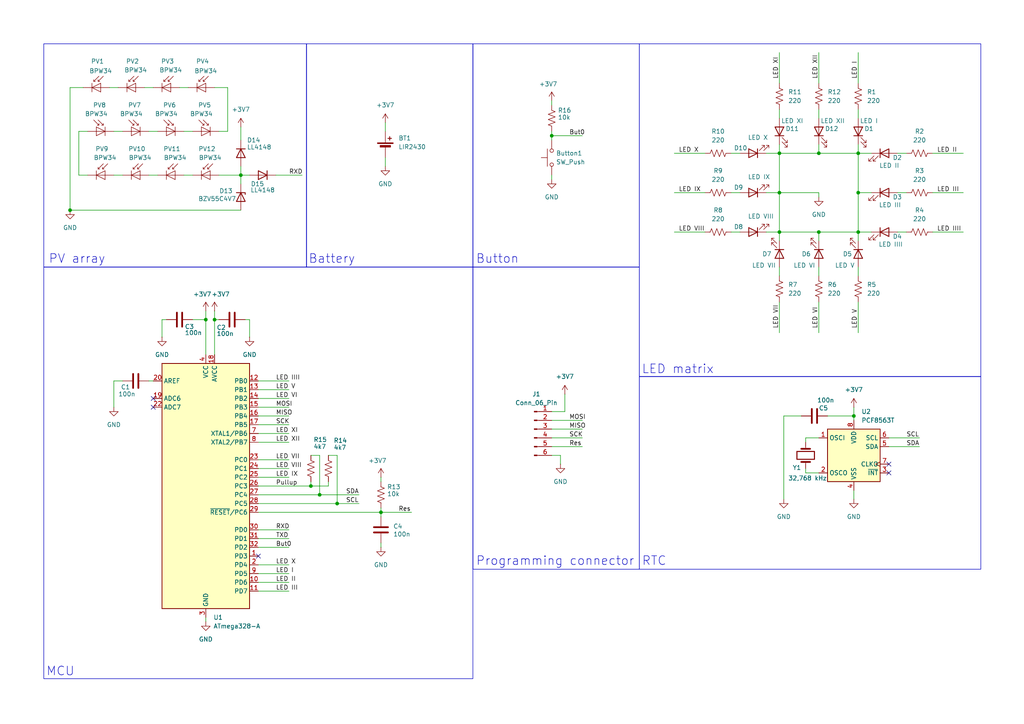
<source format=kicad_sch>
(kicad_sch
	(version 20231120)
	(generator "eeschema")
	(generator_version "8.0")
	(uuid "27649ace-7cbe-458d-8bc3-ebef995eb16d")
	(paper "A4")
	(title_block
		(title "LumiTimeV2")
		(date "2024-12-13")
		(rev "V0.1")
		(company "Tech01")
		(comment 1 "by Techn0man1ac")
	)
	(lib_symbols
		(symbol "Connector:Conn_01x06_Pin"
			(pin_names
				(offset 1.016) hide)
			(exclude_from_sim no)
			(in_bom yes)
			(on_board yes)
			(property "Reference" "J"
				(at 0 7.62 0)
				(effects
					(font
						(size 1.27 1.27)
					)
				)
			)
			(property "Value" "Conn_01x06_Pin"
				(at 0 -10.16 0)
				(effects
					(font
						(size 1.27 1.27)
					)
				)
			)
			(property "Footprint" ""
				(at 0 0 0)
				(effects
					(font
						(size 1.27 1.27)
					)
					(hide yes)
				)
			)
			(property "Datasheet" "~"
				(at 0 0 0)
				(effects
					(font
						(size 1.27 1.27)
					)
					(hide yes)
				)
			)
			(property "Description" "Generic connector, single row, 01x06, script generated"
				(at 0 0 0)
				(effects
					(font
						(size 1.27 1.27)
					)
					(hide yes)
				)
			)
			(property "ki_locked" ""
				(at 0 0 0)
				(effects
					(font
						(size 1.27 1.27)
					)
				)
			)
			(property "ki_keywords" "connector"
				(at 0 0 0)
				(effects
					(font
						(size 1.27 1.27)
					)
					(hide yes)
				)
			)
			(property "ki_fp_filters" "Connector*:*_1x??_*"
				(at 0 0 0)
				(effects
					(font
						(size 1.27 1.27)
					)
					(hide yes)
				)
			)
			(symbol "Conn_01x06_Pin_1_1"
				(polyline
					(pts
						(xy 1.27 -7.62) (xy 0.8636 -7.62)
					)
					(stroke
						(width 0.1524)
						(type default)
					)
					(fill
						(type none)
					)
				)
				(polyline
					(pts
						(xy 1.27 -5.08) (xy 0.8636 -5.08)
					)
					(stroke
						(width 0.1524)
						(type default)
					)
					(fill
						(type none)
					)
				)
				(polyline
					(pts
						(xy 1.27 -2.54) (xy 0.8636 -2.54)
					)
					(stroke
						(width 0.1524)
						(type default)
					)
					(fill
						(type none)
					)
				)
				(polyline
					(pts
						(xy 1.27 0) (xy 0.8636 0)
					)
					(stroke
						(width 0.1524)
						(type default)
					)
					(fill
						(type none)
					)
				)
				(polyline
					(pts
						(xy 1.27 2.54) (xy 0.8636 2.54)
					)
					(stroke
						(width 0.1524)
						(type default)
					)
					(fill
						(type none)
					)
				)
				(polyline
					(pts
						(xy 1.27 5.08) (xy 0.8636 5.08)
					)
					(stroke
						(width 0.1524)
						(type default)
					)
					(fill
						(type none)
					)
				)
				(rectangle
					(start 0.8636 -7.493)
					(end 0 -7.747)
					(stroke
						(width 0.1524)
						(type default)
					)
					(fill
						(type outline)
					)
				)
				(rectangle
					(start 0.8636 -4.953)
					(end 0 -5.207)
					(stroke
						(width 0.1524)
						(type default)
					)
					(fill
						(type outline)
					)
				)
				(rectangle
					(start 0.8636 -2.413)
					(end 0 -2.667)
					(stroke
						(width 0.1524)
						(type default)
					)
					(fill
						(type outline)
					)
				)
				(rectangle
					(start 0.8636 0.127)
					(end 0 -0.127)
					(stroke
						(width 0.1524)
						(type default)
					)
					(fill
						(type outline)
					)
				)
				(rectangle
					(start 0.8636 2.667)
					(end 0 2.413)
					(stroke
						(width 0.1524)
						(type default)
					)
					(fill
						(type outline)
					)
				)
				(rectangle
					(start 0.8636 5.207)
					(end 0 4.953)
					(stroke
						(width 0.1524)
						(type default)
					)
					(fill
						(type outline)
					)
				)
				(pin passive line
					(at 5.08 5.08 180)
					(length 3.81)
					(name "Pin_1"
						(effects
							(font
								(size 1.27 1.27)
							)
						)
					)
					(number "1"
						(effects
							(font
								(size 1.27 1.27)
							)
						)
					)
				)
				(pin passive line
					(at 5.08 2.54 180)
					(length 3.81)
					(name "Pin_2"
						(effects
							(font
								(size 1.27 1.27)
							)
						)
					)
					(number "2"
						(effects
							(font
								(size 1.27 1.27)
							)
						)
					)
				)
				(pin passive line
					(at 5.08 0 180)
					(length 3.81)
					(name "Pin_3"
						(effects
							(font
								(size 1.27 1.27)
							)
						)
					)
					(number "3"
						(effects
							(font
								(size 1.27 1.27)
							)
						)
					)
				)
				(pin passive line
					(at 5.08 -2.54 180)
					(length 3.81)
					(name "Pin_4"
						(effects
							(font
								(size 1.27 1.27)
							)
						)
					)
					(number "4"
						(effects
							(font
								(size 1.27 1.27)
							)
						)
					)
				)
				(pin passive line
					(at 5.08 -5.08 180)
					(length 3.81)
					(name "Pin_5"
						(effects
							(font
								(size 1.27 1.27)
							)
						)
					)
					(number "5"
						(effects
							(font
								(size 1.27 1.27)
							)
						)
					)
				)
				(pin passive line
					(at 5.08 -7.62 180)
					(length 3.81)
					(name "Pin_6"
						(effects
							(font
								(size 1.27 1.27)
							)
						)
					)
					(number "6"
						(effects
							(font
								(size 1.27 1.27)
							)
						)
					)
				)
			)
		)
		(symbol "Device:Battery_Cell"
			(pin_numbers hide)
			(pin_names
				(offset 0) hide)
			(exclude_from_sim no)
			(in_bom yes)
			(on_board yes)
			(property "Reference" "BT"
				(at 2.54 2.54 0)
				(effects
					(font
						(size 1.27 1.27)
					)
					(justify left)
				)
			)
			(property "Value" "Battery_Cell"
				(at 2.54 0 0)
				(effects
					(font
						(size 1.27 1.27)
					)
					(justify left)
				)
			)
			(property "Footprint" ""
				(at 0 1.524 90)
				(effects
					(font
						(size 1.27 1.27)
					)
					(hide yes)
				)
			)
			(property "Datasheet" "~"
				(at 0 1.524 90)
				(effects
					(font
						(size 1.27 1.27)
					)
					(hide yes)
				)
			)
			(property "Description" "Single-cell battery"
				(at 0 0 0)
				(effects
					(font
						(size 1.27 1.27)
					)
					(hide yes)
				)
			)
			(property "ki_keywords" "battery cell"
				(at 0 0 0)
				(effects
					(font
						(size 1.27 1.27)
					)
					(hide yes)
				)
			)
			(symbol "Battery_Cell_0_1"
				(rectangle
					(start -2.286 1.778)
					(end 2.286 1.524)
					(stroke
						(width 0)
						(type default)
					)
					(fill
						(type outline)
					)
				)
				(rectangle
					(start -1.524 1.016)
					(end 1.524 0.508)
					(stroke
						(width 0)
						(type default)
					)
					(fill
						(type outline)
					)
				)
				(polyline
					(pts
						(xy 0 0.762) (xy 0 0)
					)
					(stroke
						(width 0)
						(type default)
					)
					(fill
						(type none)
					)
				)
				(polyline
					(pts
						(xy 0 1.778) (xy 0 2.54)
					)
					(stroke
						(width 0)
						(type default)
					)
					(fill
						(type none)
					)
				)
				(polyline
					(pts
						(xy 0.762 3.048) (xy 1.778 3.048)
					)
					(stroke
						(width 0.254)
						(type default)
					)
					(fill
						(type none)
					)
				)
				(polyline
					(pts
						(xy 1.27 3.556) (xy 1.27 2.54)
					)
					(stroke
						(width 0.254)
						(type default)
					)
					(fill
						(type none)
					)
				)
			)
			(symbol "Battery_Cell_1_1"
				(pin passive line
					(at 0 5.08 270)
					(length 2.54)
					(name "+"
						(effects
							(font
								(size 1.27 1.27)
							)
						)
					)
					(number "1"
						(effects
							(font
								(size 1.27 1.27)
							)
						)
					)
				)
				(pin passive line
					(at 0 -2.54 90)
					(length 2.54)
					(name "-"
						(effects
							(font
								(size 1.27 1.27)
							)
						)
					)
					(number "2"
						(effects
							(font
								(size 1.27 1.27)
							)
						)
					)
				)
			)
		)
		(symbol "Device:C"
			(pin_numbers hide)
			(pin_names
				(offset 0.254)
			)
			(exclude_from_sim no)
			(in_bom yes)
			(on_board yes)
			(property "Reference" "C"
				(at 0.635 2.54 0)
				(effects
					(font
						(size 1.27 1.27)
					)
					(justify left)
				)
			)
			(property "Value" "C"
				(at 0.635 -2.54 0)
				(effects
					(font
						(size 1.27 1.27)
					)
					(justify left)
				)
			)
			(property "Footprint" ""
				(at 0.9652 -3.81 0)
				(effects
					(font
						(size 1.27 1.27)
					)
					(hide yes)
				)
			)
			(property "Datasheet" "~"
				(at 0 0 0)
				(effects
					(font
						(size 1.27 1.27)
					)
					(hide yes)
				)
			)
			(property "Description" "Unpolarized capacitor"
				(at 0 0 0)
				(effects
					(font
						(size 1.27 1.27)
					)
					(hide yes)
				)
			)
			(property "ki_keywords" "cap capacitor"
				(at 0 0 0)
				(effects
					(font
						(size 1.27 1.27)
					)
					(hide yes)
				)
			)
			(property "ki_fp_filters" "C_*"
				(at 0 0 0)
				(effects
					(font
						(size 1.27 1.27)
					)
					(hide yes)
				)
			)
			(symbol "C_0_1"
				(polyline
					(pts
						(xy -2.032 -0.762) (xy 2.032 -0.762)
					)
					(stroke
						(width 0.508)
						(type default)
					)
					(fill
						(type none)
					)
				)
				(polyline
					(pts
						(xy -2.032 0.762) (xy 2.032 0.762)
					)
					(stroke
						(width 0.508)
						(type default)
					)
					(fill
						(type none)
					)
				)
			)
			(symbol "C_1_1"
				(pin passive line
					(at 0 3.81 270)
					(length 2.794)
					(name "~"
						(effects
							(font
								(size 1.27 1.27)
							)
						)
					)
					(number "1"
						(effects
							(font
								(size 1.27 1.27)
							)
						)
					)
				)
				(pin passive line
					(at 0 -3.81 90)
					(length 2.794)
					(name "~"
						(effects
							(font
								(size 1.27 1.27)
							)
						)
					)
					(number "2"
						(effects
							(font
								(size 1.27 1.27)
							)
						)
					)
				)
			)
		)
		(symbol "Device:Crystal"
			(pin_numbers hide)
			(pin_names
				(offset 1.016) hide)
			(exclude_from_sim no)
			(in_bom yes)
			(on_board yes)
			(property "Reference" "Y"
				(at 0 3.81 0)
				(effects
					(font
						(size 1.27 1.27)
					)
				)
			)
			(property "Value" "Crystal"
				(at 0 -3.81 0)
				(effects
					(font
						(size 1.27 1.27)
					)
				)
			)
			(property "Footprint" ""
				(at 0 0 0)
				(effects
					(font
						(size 1.27 1.27)
					)
					(hide yes)
				)
			)
			(property "Datasheet" "~"
				(at 0 0 0)
				(effects
					(font
						(size 1.27 1.27)
					)
					(hide yes)
				)
			)
			(property "Description" "Two pin crystal"
				(at 0 0 0)
				(effects
					(font
						(size 1.27 1.27)
					)
					(hide yes)
				)
			)
			(property "ki_keywords" "quartz ceramic resonator oscillator"
				(at 0 0 0)
				(effects
					(font
						(size 1.27 1.27)
					)
					(hide yes)
				)
			)
			(property "ki_fp_filters" "Crystal*"
				(at 0 0 0)
				(effects
					(font
						(size 1.27 1.27)
					)
					(hide yes)
				)
			)
			(symbol "Crystal_0_1"
				(rectangle
					(start -1.143 2.54)
					(end 1.143 -2.54)
					(stroke
						(width 0.3048)
						(type default)
					)
					(fill
						(type none)
					)
				)
				(polyline
					(pts
						(xy -2.54 0) (xy -1.905 0)
					)
					(stroke
						(width 0)
						(type default)
					)
					(fill
						(type none)
					)
				)
				(polyline
					(pts
						(xy -1.905 -1.27) (xy -1.905 1.27)
					)
					(stroke
						(width 0.508)
						(type default)
					)
					(fill
						(type none)
					)
				)
				(polyline
					(pts
						(xy 1.905 -1.27) (xy 1.905 1.27)
					)
					(stroke
						(width 0.508)
						(type default)
					)
					(fill
						(type none)
					)
				)
				(polyline
					(pts
						(xy 2.54 0) (xy 1.905 0)
					)
					(stroke
						(width 0)
						(type default)
					)
					(fill
						(type none)
					)
				)
			)
			(symbol "Crystal_1_1"
				(pin passive line
					(at -3.81 0 0)
					(length 1.27)
					(name "1"
						(effects
							(font
								(size 1.27 1.27)
							)
						)
					)
					(number "1"
						(effects
							(font
								(size 1.27 1.27)
							)
						)
					)
				)
				(pin passive line
					(at 3.81 0 180)
					(length 1.27)
					(name "2"
						(effects
							(font
								(size 1.27 1.27)
							)
						)
					)
					(number "2"
						(effects
							(font
								(size 1.27 1.27)
							)
						)
					)
				)
			)
		)
		(symbol "Device:LED"
			(pin_numbers hide)
			(pin_names
				(offset 1.016) hide)
			(exclude_from_sim no)
			(in_bom yes)
			(on_board yes)
			(property "Reference" "D"
				(at 0 2.54 0)
				(effects
					(font
						(size 1.27 1.27)
					)
				)
			)
			(property "Value" "LED"
				(at 0 -2.54 0)
				(effects
					(font
						(size 1.27 1.27)
					)
				)
			)
			(property "Footprint" ""
				(at 0 0 0)
				(effects
					(font
						(size 1.27 1.27)
					)
					(hide yes)
				)
			)
			(property "Datasheet" "~"
				(at 0 0 0)
				(effects
					(font
						(size 1.27 1.27)
					)
					(hide yes)
				)
			)
			(property "Description" "Light emitting diode"
				(at 0 0 0)
				(effects
					(font
						(size 1.27 1.27)
					)
					(hide yes)
				)
			)
			(property "ki_keywords" "LED diode"
				(at 0 0 0)
				(effects
					(font
						(size 1.27 1.27)
					)
					(hide yes)
				)
			)
			(property "ki_fp_filters" "LED* LED_SMD:* LED_THT:*"
				(at 0 0 0)
				(effects
					(font
						(size 1.27 1.27)
					)
					(hide yes)
				)
			)
			(symbol "LED_0_1"
				(polyline
					(pts
						(xy -1.27 -1.27) (xy -1.27 1.27)
					)
					(stroke
						(width 0.254)
						(type default)
					)
					(fill
						(type none)
					)
				)
				(polyline
					(pts
						(xy -1.27 0) (xy 1.27 0)
					)
					(stroke
						(width 0)
						(type default)
					)
					(fill
						(type none)
					)
				)
				(polyline
					(pts
						(xy 1.27 -1.27) (xy 1.27 1.27) (xy -1.27 0) (xy 1.27 -1.27)
					)
					(stroke
						(width 0.254)
						(type default)
					)
					(fill
						(type none)
					)
				)
				(polyline
					(pts
						(xy -3.048 -0.762) (xy -4.572 -2.286) (xy -3.81 -2.286) (xy -4.572 -2.286) (xy -4.572 -1.524)
					)
					(stroke
						(width 0)
						(type default)
					)
					(fill
						(type none)
					)
				)
				(polyline
					(pts
						(xy -1.778 -0.762) (xy -3.302 -2.286) (xy -2.54 -2.286) (xy -3.302 -2.286) (xy -3.302 -1.524)
					)
					(stroke
						(width 0)
						(type default)
					)
					(fill
						(type none)
					)
				)
			)
			(symbol "LED_1_1"
				(pin passive line
					(at -3.81 0 0)
					(length 2.54)
					(name "K"
						(effects
							(font
								(size 1.27 1.27)
							)
						)
					)
					(number "1"
						(effects
							(font
								(size 1.27 1.27)
							)
						)
					)
				)
				(pin passive line
					(at 3.81 0 180)
					(length 2.54)
					(name "A"
						(effects
							(font
								(size 1.27 1.27)
							)
						)
					)
					(number "2"
						(effects
							(font
								(size 1.27 1.27)
							)
						)
					)
				)
			)
		)
		(symbol "Device:R_US"
			(pin_numbers hide)
			(pin_names
				(offset 0)
			)
			(exclude_from_sim no)
			(in_bom yes)
			(on_board yes)
			(property "Reference" "R"
				(at 2.54 0 90)
				(effects
					(font
						(size 1.27 1.27)
					)
				)
			)
			(property "Value" "R_US"
				(at -2.54 0 90)
				(effects
					(font
						(size 1.27 1.27)
					)
				)
			)
			(property "Footprint" ""
				(at 1.016 -0.254 90)
				(effects
					(font
						(size 1.27 1.27)
					)
					(hide yes)
				)
			)
			(property "Datasheet" "~"
				(at 0 0 0)
				(effects
					(font
						(size 1.27 1.27)
					)
					(hide yes)
				)
			)
			(property "Description" "Resistor, US symbol"
				(at 0 0 0)
				(effects
					(font
						(size 1.27 1.27)
					)
					(hide yes)
				)
			)
			(property "ki_keywords" "R res resistor"
				(at 0 0 0)
				(effects
					(font
						(size 1.27 1.27)
					)
					(hide yes)
				)
			)
			(property "ki_fp_filters" "R_*"
				(at 0 0 0)
				(effects
					(font
						(size 1.27 1.27)
					)
					(hide yes)
				)
			)
			(symbol "R_US_0_1"
				(polyline
					(pts
						(xy 0 -2.286) (xy 0 -2.54)
					)
					(stroke
						(width 0)
						(type default)
					)
					(fill
						(type none)
					)
				)
				(polyline
					(pts
						(xy 0 2.286) (xy 0 2.54)
					)
					(stroke
						(width 0)
						(type default)
					)
					(fill
						(type none)
					)
				)
				(polyline
					(pts
						(xy 0 -0.762) (xy 1.016 -1.143) (xy 0 -1.524) (xy -1.016 -1.905) (xy 0 -2.286)
					)
					(stroke
						(width 0)
						(type default)
					)
					(fill
						(type none)
					)
				)
				(polyline
					(pts
						(xy 0 0.762) (xy 1.016 0.381) (xy 0 0) (xy -1.016 -0.381) (xy 0 -0.762)
					)
					(stroke
						(width 0)
						(type default)
					)
					(fill
						(type none)
					)
				)
				(polyline
					(pts
						(xy 0 2.286) (xy 1.016 1.905) (xy 0 1.524) (xy -1.016 1.143) (xy 0 0.762)
					)
					(stroke
						(width 0)
						(type default)
					)
					(fill
						(type none)
					)
				)
			)
			(symbol "R_US_1_1"
				(pin passive line
					(at 0 3.81 270)
					(length 1.27)
					(name "~"
						(effects
							(font
								(size 1.27 1.27)
							)
						)
					)
					(number "1"
						(effects
							(font
								(size 1.27 1.27)
							)
						)
					)
				)
				(pin passive line
					(at 0 -3.81 90)
					(length 1.27)
					(name "~"
						(effects
							(font
								(size 1.27 1.27)
							)
						)
					)
					(number "2"
						(effects
							(font
								(size 1.27 1.27)
							)
						)
					)
				)
			)
		)
		(symbol "Diode:BZV55C4V7"
			(pin_numbers hide)
			(pin_names hide)
			(exclude_from_sim no)
			(in_bom yes)
			(on_board yes)
			(property "Reference" "D"
				(at 0 2.54 0)
				(effects
					(font
						(size 1.27 1.27)
					)
				)
			)
			(property "Value" "BZV55C4V7"
				(at 0 -2.54 0)
				(effects
					(font
						(size 1.27 1.27)
					)
				)
			)
			(property "Footprint" "Diode_SMD:D_MiniMELF"
				(at 0 -4.445 0)
				(effects
					(font
						(size 1.27 1.27)
					)
					(hide yes)
				)
			)
			(property "Datasheet" "https://assets.nexperia.com/documents/data-sheet/BZV55_SER.pdf"
				(at 0 0 0)
				(effects
					(font
						(size 1.27 1.27)
					)
					(hide yes)
				)
			)
			(property "Description" "4.7V, 500mW, 5%, Zener diode, MiniMELF"
				(at 0 0 0)
				(effects
					(font
						(size 1.27 1.27)
					)
					(hide yes)
				)
			)
			(property "ki_keywords" "zener diode"
				(at 0 0 0)
				(effects
					(font
						(size 1.27 1.27)
					)
					(hide yes)
				)
			)
			(property "ki_fp_filters" "D*MiniMELF*"
				(at 0 0 0)
				(effects
					(font
						(size 1.27 1.27)
					)
					(hide yes)
				)
			)
			(symbol "BZV55C4V7_0_1"
				(polyline
					(pts
						(xy 1.27 0) (xy -1.27 0)
					)
					(stroke
						(width 0)
						(type default)
					)
					(fill
						(type none)
					)
				)
				(polyline
					(pts
						(xy -1.27 -1.27) (xy -1.27 1.27) (xy -0.762 1.27)
					)
					(stroke
						(width 0.254)
						(type default)
					)
					(fill
						(type none)
					)
				)
				(polyline
					(pts
						(xy 1.27 -1.27) (xy 1.27 1.27) (xy -1.27 0) (xy 1.27 -1.27)
					)
					(stroke
						(width 0.254)
						(type default)
					)
					(fill
						(type none)
					)
				)
			)
			(symbol "BZV55C4V7_1_1"
				(pin passive line
					(at -3.81 0 0)
					(length 2.54)
					(name "K"
						(effects
							(font
								(size 1.27 1.27)
							)
						)
					)
					(number "1"
						(effects
							(font
								(size 1.27 1.27)
							)
						)
					)
				)
				(pin passive line
					(at 3.81 0 180)
					(length 2.54)
					(name "A"
						(effects
							(font
								(size 1.27 1.27)
							)
						)
					)
					(number "2"
						(effects
							(font
								(size 1.27 1.27)
							)
						)
					)
				)
			)
		)
		(symbol "Diode:LL4148"
			(pin_numbers hide)
			(pin_names hide)
			(exclude_from_sim no)
			(in_bom yes)
			(on_board yes)
			(property "Reference" "D"
				(at 0 2.54 0)
				(effects
					(font
						(size 1.27 1.27)
					)
				)
			)
			(property "Value" "LL4148"
				(at 0 -2.54 0)
				(effects
					(font
						(size 1.27 1.27)
					)
				)
			)
			(property "Footprint" "Diode_SMD:D_MiniMELF"
				(at 0 -4.445 0)
				(effects
					(font
						(size 1.27 1.27)
					)
					(hide yes)
				)
			)
			(property "Datasheet" "http://www.vishay.com/docs/85557/ll4148.pdf"
				(at 0 0 0)
				(effects
					(font
						(size 1.27 1.27)
					)
					(hide yes)
				)
			)
			(property "Description" "100V 0.15A standard switching diode, MiniMELF"
				(at 0 0 0)
				(effects
					(font
						(size 1.27 1.27)
					)
					(hide yes)
				)
			)
			(property "Sim.Device" "D"
				(at 0 0 0)
				(effects
					(font
						(size 1.27 1.27)
					)
					(hide yes)
				)
			)
			(property "Sim.Pins" "1=K 2=A"
				(at 0 0 0)
				(effects
					(font
						(size 1.27 1.27)
					)
					(hide yes)
				)
			)
			(property "ki_keywords" "diode"
				(at 0 0 0)
				(effects
					(font
						(size 1.27 1.27)
					)
					(hide yes)
				)
			)
			(property "ki_fp_filters" "D*MiniMELF*"
				(at 0 0 0)
				(effects
					(font
						(size 1.27 1.27)
					)
					(hide yes)
				)
			)
			(symbol "LL4148_0_1"
				(polyline
					(pts
						(xy -1.27 1.27) (xy -1.27 -1.27)
					)
					(stroke
						(width 0.254)
						(type default)
					)
					(fill
						(type none)
					)
				)
				(polyline
					(pts
						(xy 1.27 0) (xy -1.27 0)
					)
					(stroke
						(width 0)
						(type default)
					)
					(fill
						(type none)
					)
				)
				(polyline
					(pts
						(xy 1.27 1.27) (xy 1.27 -1.27) (xy -1.27 0) (xy 1.27 1.27)
					)
					(stroke
						(width 0.254)
						(type default)
					)
					(fill
						(type none)
					)
				)
			)
			(symbol "LL4148_1_1"
				(pin passive line
					(at -3.81 0 0)
					(length 2.54)
					(name "K"
						(effects
							(font
								(size 1.27 1.27)
							)
						)
					)
					(number "1"
						(effects
							(font
								(size 1.27 1.27)
							)
						)
					)
				)
				(pin passive line
					(at 3.81 0 180)
					(length 2.54)
					(name "A"
						(effects
							(font
								(size 1.27 1.27)
							)
						)
					)
					(number "2"
						(effects
							(font
								(size 1.27 1.27)
							)
						)
					)
				)
			)
		)
		(symbol "MCU_Microchip_ATmega:ATmega328-A"
			(exclude_from_sim no)
			(in_bom yes)
			(on_board yes)
			(property "Reference" "U"
				(at -12.7 36.83 0)
				(effects
					(font
						(size 1.27 1.27)
					)
					(justify left bottom)
				)
			)
			(property "Value" "ATmega328-A"
				(at 2.54 -36.83 0)
				(effects
					(font
						(size 1.27 1.27)
					)
					(justify left top)
				)
			)
			(property "Footprint" "Package_QFP:TQFP-32_7x7mm_P0.8mm"
				(at 0 0 0)
				(effects
					(font
						(size 1.27 1.27)
						(italic yes)
					)
					(hide yes)
				)
			)
			(property "Datasheet" "http://ww1.microchip.com/downloads/en/DeviceDoc/ATmega328_P%20AVR%20MCU%20with%20picoPower%20Technology%20Data%20Sheet%2040001984A.pdf"
				(at 0 0 0)
				(effects
					(font
						(size 1.27 1.27)
					)
					(hide yes)
				)
			)
			(property "Description" "20MHz, 32kB Flash, 2kB SRAM, 1kB EEPROM, TQFP-32"
				(at 0 0 0)
				(effects
					(font
						(size 1.27 1.27)
					)
					(hide yes)
				)
			)
			(property "ki_keywords" "AVR 8bit Microcontroller MegaAVR"
				(at 0 0 0)
				(effects
					(font
						(size 1.27 1.27)
					)
					(hide yes)
				)
			)
			(property "ki_fp_filters" "TQFP*7x7mm*P0.8mm*"
				(at 0 0 0)
				(effects
					(font
						(size 1.27 1.27)
					)
					(hide yes)
				)
			)
			(symbol "ATmega328-A_0_1"
				(rectangle
					(start -12.7 -35.56)
					(end 12.7 35.56)
					(stroke
						(width 0.254)
						(type default)
					)
					(fill
						(type background)
					)
				)
			)
			(symbol "ATmega328-A_1_1"
				(pin bidirectional line
					(at 15.24 -20.32 180)
					(length 2.54)
					(name "PD3"
						(effects
							(font
								(size 1.27 1.27)
							)
						)
					)
					(number "1"
						(effects
							(font
								(size 1.27 1.27)
							)
						)
					)
				)
				(pin bidirectional line
					(at 15.24 -27.94 180)
					(length 2.54)
					(name "PD6"
						(effects
							(font
								(size 1.27 1.27)
							)
						)
					)
					(number "10"
						(effects
							(font
								(size 1.27 1.27)
							)
						)
					)
				)
				(pin bidirectional line
					(at 15.24 -30.48 180)
					(length 2.54)
					(name "PD7"
						(effects
							(font
								(size 1.27 1.27)
							)
						)
					)
					(number "11"
						(effects
							(font
								(size 1.27 1.27)
							)
						)
					)
				)
				(pin bidirectional line
					(at 15.24 30.48 180)
					(length 2.54)
					(name "PB0"
						(effects
							(font
								(size 1.27 1.27)
							)
						)
					)
					(number "12"
						(effects
							(font
								(size 1.27 1.27)
							)
						)
					)
				)
				(pin bidirectional line
					(at 15.24 27.94 180)
					(length 2.54)
					(name "PB1"
						(effects
							(font
								(size 1.27 1.27)
							)
						)
					)
					(number "13"
						(effects
							(font
								(size 1.27 1.27)
							)
						)
					)
				)
				(pin bidirectional line
					(at 15.24 25.4 180)
					(length 2.54)
					(name "PB2"
						(effects
							(font
								(size 1.27 1.27)
							)
						)
					)
					(number "14"
						(effects
							(font
								(size 1.27 1.27)
							)
						)
					)
				)
				(pin bidirectional line
					(at 15.24 22.86 180)
					(length 2.54)
					(name "PB3"
						(effects
							(font
								(size 1.27 1.27)
							)
						)
					)
					(number "15"
						(effects
							(font
								(size 1.27 1.27)
							)
						)
					)
				)
				(pin bidirectional line
					(at 15.24 20.32 180)
					(length 2.54)
					(name "PB4"
						(effects
							(font
								(size 1.27 1.27)
							)
						)
					)
					(number "16"
						(effects
							(font
								(size 1.27 1.27)
							)
						)
					)
				)
				(pin bidirectional line
					(at 15.24 17.78 180)
					(length 2.54)
					(name "PB5"
						(effects
							(font
								(size 1.27 1.27)
							)
						)
					)
					(number "17"
						(effects
							(font
								(size 1.27 1.27)
							)
						)
					)
				)
				(pin power_in line
					(at 2.54 38.1 270)
					(length 2.54)
					(name "AVCC"
						(effects
							(font
								(size 1.27 1.27)
							)
						)
					)
					(number "18"
						(effects
							(font
								(size 1.27 1.27)
							)
						)
					)
				)
				(pin input line
					(at -15.24 25.4 0)
					(length 2.54)
					(name "ADC6"
						(effects
							(font
								(size 1.27 1.27)
							)
						)
					)
					(number "19"
						(effects
							(font
								(size 1.27 1.27)
							)
						)
					)
				)
				(pin bidirectional line
					(at 15.24 -22.86 180)
					(length 2.54)
					(name "PD4"
						(effects
							(font
								(size 1.27 1.27)
							)
						)
					)
					(number "2"
						(effects
							(font
								(size 1.27 1.27)
							)
						)
					)
				)
				(pin passive line
					(at -15.24 30.48 0)
					(length 2.54)
					(name "AREF"
						(effects
							(font
								(size 1.27 1.27)
							)
						)
					)
					(number "20"
						(effects
							(font
								(size 1.27 1.27)
							)
						)
					)
				)
				(pin passive line
					(at 0 -38.1 90)
					(length 2.54) hide
					(name "GND"
						(effects
							(font
								(size 1.27 1.27)
							)
						)
					)
					(number "21"
						(effects
							(font
								(size 1.27 1.27)
							)
						)
					)
				)
				(pin input line
					(at -15.24 22.86 0)
					(length 2.54)
					(name "ADC7"
						(effects
							(font
								(size 1.27 1.27)
							)
						)
					)
					(number "22"
						(effects
							(font
								(size 1.27 1.27)
							)
						)
					)
				)
				(pin bidirectional line
					(at 15.24 7.62 180)
					(length 2.54)
					(name "PC0"
						(effects
							(font
								(size 1.27 1.27)
							)
						)
					)
					(number "23"
						(effects
							(font
								(size 1.27 1.27)
							)
						)
					)
				)
				(pin bidirectional line
					(at 15.24 5.08 180)
					(length 2.54)
					(name "PC1"
						(effects
							(font
								(size 1.27 1.27)
							)
						)
					)
					(number "24"
						(effects
							(font
								(size 1.27 1.27)
							)
						)
					)
				)
				(pin bidirectional line
					(at 15.24 2.54 180)
					(length 2.54)
					(name "PC2"
						(effects
							(font
								(size 1.27 1.27)
							)
						)
					)
					(number "25"
						(effects
							(font
								(size 1.27 1.27)
							)
						)
					)
				)
				(pin bidirectional line
					(at 15.24 0 180)
					(length 2.54)
					(name "PC3"
						(effects
							(font
								(size 1.27 1.27)
							)
						)
					)
					(number "26"
						(effects
							(font
								(size 1.27 1.27)
							)
						)
					)
				)
				(pin bidirectional line
					(at 15.24 -2.54 180)
					(length 2.54)
					(name "PC4"
						(effects
							(font
								(size 1.27 1.27)
							)
						)
					)
					(number "27"
						(effects
							(font
								(size 1.27 1.27)
							)
						)
					)
				)
				(pin bidirectional line
					(at 15.24 -5.08 180)
					(length 2.54)
					(name "PC5"
						(effects
							(font
								(size 1.27 1.27)
							)
						)
					)
					(number "28"
						(effects
							(font
								(size 1.27 1.27)
							)
						)
					)
				)
				(pin bidirectional line
					(at 15.24 -7.62 180)
					(length 2.54)
					(name "~{RESET}/PC6"
						(effects
							(font
								(size 1.27 1.27)
							)
						)
					)
					(number "29"
						(effects
							(font
								(size 1.27 1.27)
							)
						)
					)
				)
				(pin power_in line
					(at 0 -38.1 90)
					(length 2.54)
					(name "GND"
						(effects
							(font
								(size 1.27 1.27)
							)
						)
					)
					(number "3"
						(effects
							(font
								(size 1.27 1.27)
							)
						)
					)
				)
				(pin bidirectional line
					(at 15.24 -12.7 180)
					(length 2.54)
					(name "PD0"
						(effects
							(font
								(size 1.27 1.27)
							)
						)
					)
					(number "30"
						(effects
							(font
								(size 1.27 1.27)
							)
						)
					)
				)
				(pin bidirectional line
					(at 15.24 -15.24 180)
					(length 2.54)
					(name "PD1"
						(effects
							(font
								(size 1.27 1.27)
							)
						)
					)
					(number "31"
						(effects
							(font
								(size 1.27 1.27)
							)
						)
					)
				)
				(pin bidirectional line
					(at 15.24 -17.78 180)
					(length 2.54)
					(name "PD2"
						(effects
							(font
								(size 1.27 1.27)
							)
						)
					)
					(number "32"
						(effects
							(font
								(size 1.27 1.27)
							)
						)
					)
				)
				(pin power_in line
					(at 0 38.1 270)
					(length 2.54)
					(name "VCC"
						(effects
							(font
								(size 1.27 1.27)
							)
						)
					)
					(number "4"
						(effects
							(font
								(size 1.27 1.27)
							)
						)
					)
				)
				(pin passive line
					(at 0 -38.1 90)
					(length 2.54) hide
					(name "GND"
						(effects
							(font
								(size 1.27 1.27)
							)
						)
					)
					(number "5"
						(effects
							(font
								(size 1.27 1.27)
							)
						)
					)
				)
				(pin passive line
					(at 0 38.1 270)
					(length 2.54) hide
					(name "VCC"
						(effects
							(font
								(size 1.27 1.27)
							)
						)
					)
					(number "6"
						(effects
							(font
								(size 1.27 1.27)
							)
						)
					)
				)
				(pin bidirectional line
					(at 15.24 15.24 180)
					(length 2.54)
					(name "XTAL1/PB6"
						(effects
							(font
								(size 1.27 1.27)
							)
						)
					)
					(number "7"
						(effects
							(font
								(size 1.27 1.27)
							)
						)
					)
				)
				(pin bidirectional line
					(at 15.24 12.7 180)
					(length 2.54)
					(name "XTAL2/PB7"
						(effects
							(font
								(size 1.27 1.27)
							)
						)
					)
					(number "8"
						(effects
							(font
								(size 1.27 1.27)
							)
						)
					)
				)
				(pin bidirectional line
					(at 15.24 -25.4 180)
					(length 2.54)
					(name "PD5"
						(effects
							(font
								(size 1.27 1.27)
							)
						)
					)
					(number "9"
						(effects
							(font
								(size 1.27 1.27)
							)
						)
					)
				)
			)
		)
		(symbol "Sensor_Optical:BPW34-SMD"
			(pin_numbers hide)
			(pin_names
				(offset 1.016) hide)
			(exclude_from_sim no)
			(in_bom yes)
			(on_board yes)
			(property "Reference" "D"
				(at 0.508 1.778 0)
				(effects
					(font
						(size 1.27 1.27)
					)
					(justify left)
				)
			)
			(property "Value" "BPW34-SMD"
				(at -1.016 -2.794 0)
				(effects
					(font
						(size 1.27 1.27)
					)
				)
			)
			(property "Footprint" "OptoDevice:Osram_BPW34S-SMD"
				(at 0 4.445 0)
				(effects
					(font
						(size 1.27 1.27)
					)
					(hide yes)
				)
			)
			(property "Datasheet" "https://dammedia.osram.info/media/resource/hires/osram-dam-5488319/BPW%2034%20S_EN.pdf"
				(at -1.27 0 0)
				(effects
					(font
						(size 1.27 1.27)
					)
					(hide yes)
				)
			)
			(property "Description" "Silicon PIN Photodiode, Area 2.65x2.65mm"
				(at 0 0 0)
				(effects
					(font
						(size 1.27 1.27)
					)
					(hide yes)
				)
			)
			(property "ki_keywords" "opto photodiode"
				(at 0 0 0)
				(effects
					(font
						(size 1.27 1.27)
					)
					(hide yes)
				)
			)
			(property "ki_fp_filters" "Osram*BPW34S*"
				(at 0 0 0)
				(effects
					(font
						(size 1.27 1.27)
					)
					(hide yes)
				)
			)
			(symbol "BPW34-SMD_0_1"
				(polyline
					(pts
						(xy -2.54 1.27) (xy -2.54 -1.27)
					)
					(stroke
						(width 0.1524)
						(type default)
					)
					(fill
						(type none)
					)
				)
				(polyline
					(pts
						(xy -2.032 1.778) (xy -1.524 1.778)
					)
					(stroke
						(width 0)
						(type default)
					)
					(fill
						(type none)
					)
				)
				(polyline
					(pts
						(xy 0 -1.27) (xy 0 1.27)
					)
					(stroke
						(width 0)
						(type default)
					)
					(fill
						(type none)
					)
				)
				(polyline
					(pts
						(xy 0 0) (xy -2.54 0)
					)
					(stroke
						(width 0)
						(type default)
					)
					(fill
						(type none)
					)
				)
				(polyline
					(pts
						(xy -0.508 3.302) (xy -2.032 1.778) (xy -2.032 2.286)
					)
					(stroke
						(width 0)
						(type default)
					)
					(fill
						(type none)
					)
				)
				(polyline
					(pts
						(xy 0 1.27) (xy -2.54 0) (xy 0 -1.27)
					)
					(stroke
						(width 0)
						(type default)
					)
					(fill
						(type none)
					)
				)
				(polyline
					(pts
						(xy 0.762 3.302) (xy -0.762 1.778) (xy -0.762 2.286) (xy -0.762 1.778) (xy -0.254 1.778)
					)
					(stroke
						(width 0)
						(type default)
					)
					(fill
						(type none)
					)
				)
			)
			(symbol "BPW34-SMD_1_1"
				(pin passive line
					(at -5.08 0 0)
					(length 2.54)
					(name "K"
						(effects
							(font
								(size 1.27 1.27)
							)
						)
					)
					(number "1"
						(effects
							(font
								(size 1.27 1.27)
							)
						)
					)
				)
				(pin passive line
					(at 2.54 0 180)
					(length 2.54)
					(name "A"
						(effects
							(font
								(size 1.27 1.27)
							)
						)
					)
					(number "2"
						(effects
							(font
								(size 1.27 1.27)
							)
						)
					)
				)
			)
		)
		(symbol "Switch:SW_Push"
			(pin_numbers hide)
			(pin_names
				(offset 1.016) hide)
			(exclude_from_sim no)
			(in_bom yes)
			(on_board yes)
			(property "Reference" "SW"
				(at 1.27 2.54 0)
				(effects
					(font
						(size 1.27 1.27)
					)
					(justify left)
				)
			)
			(property "Value" "SW_Push"
				(at 0 -1.524 0)
				(effects
					(font
						(size 1.27 1.27)
					)
				)
			)
			(property "Footprint" ""
				(at 0 5.08 0)
				(effects
					(font
						(size 1.27 1.27)
					)
					(hide yes)
				)
			)
			(property "Datasheet" "~"
				(at 0 5.08 0)
				(effects
					(font
						(size 1.27 1.27)
					)
					(hide yes)
				)
			)
			(property "Description" "Push button switch, generic, two pins"
				(at 0 0 0)
				(effects
					(font
						(size 1.27 1.27)
					)
					(hide yes)
				)
			)
			(property "ki_keywords" "switch normally-open pushbutton push-button"
				(at 0 0 0)
				(effects
					(font
						(size 1.27 1.27)
					)
					(hide yes)
				)
			)
			(symbol "SW_Push_0_1"
				(circle
					(center -2.032 0)
					(radius 0.508)
					(stroke
						(width 0)
						(type default)
					)
					(fill
						(type none)
					)
				)
				(polyline
					(pts
						(xy 0 1.27) (xy 0 3.048)
					)
					(stroke
						(width 0)
						(type default)
					)
					(fill
						(type none)
					)
				)
				(polyline
					(pts
						(xy 2.54 1.27) (xy -2.54 1.27)
					)
					(stroke
						(width 0)
						(type default)
					)
					(fill
						(type none)
					)
				)
				(circle
					(center 2.032 0)
					(radius 0.508)
					(stroke
						(width 0)
						(type default)
					)
					(fill
						(type none)
					)
				)
				(pin passive line
					(at -5.08 0 0)
					(length 2.54)
					(name "1"
						(effects
							(font
								(size 1.27 1.27)
							)
						)
					)
					(number "1"
						(effects
							(font
								(size 1.27 1.27)
							)
						)
					)
				)
				(pin passive line
					(at 5.08 0 180)
					(length 2.54)
					(name "2"
						(effects
							(font
								(size 1.27 1.27)
							)
						)
					)
					(number "2"
						(effects
							(font
								(size 1.27 1.27)
							)
						)
					)
				)
			)
		)
		(symbol "Timer_RTC:PCF8563T"
			(exclude_from_sim no)
			(in_bom yes)
			(on_board yes)
			(property "Reference" "U"
				(at -7.62 8.89 0)
				(effects
					(font
						(size 1.27 1.27)
					)
					(justify left)
				)
			)
			(property "Value" "PCF8563T"
				(at 2.54 8.89 0)
				(effects
					(font
						(size 1.27 1.27)
					)
					(justify left)
				)
			)
			(property "Footprint" "Package_SO:SOIC-8_3.9x4.9mm_P1.27mm"
				(at 0 0 0)
				(effects
					(font
						(size 1.27 1.27)
					)
					(hide yes)
				)
			)
			(property "Datasheet" "https://www.nxp.com/docs/en/data-sheet/PCF8563.pdf"
				(at 0 0 0)
				(effects
					(font
						(size 1.27 1.27)
					)
					(hide yes)
				)
			)
			(property "Description" "Realtime Clock/Calendar I2C Interface, SOIC-8"
				(at 0 0 0)
				(effects
					(font
						(size 1.27 1.27)
					)
					(hide yes)
				)
			)
			(property "ki_keywords" "I2C RTC Clock Calendar"
				(at 0 0 0)
				(effects
					(font
						(size 1.27 1.27)
					)
					(hide yes)
				)
			)
			(property "ki_fp_filters" "SOIC*3.9x4.9mm*P1.27mm*"
				(at 0 0 0)
				(effects
					(font
						(size 1.27 1.27)
					)
					(hide yes)
				)
			)
			(symbol "PCF8563T_0_1"
				(rectangle
					(start -7.62 7.62)
					(end 7.62 -7.62)
					(stroke
						(width 0.254)
						(type default)
					)
					(fill
						(type background)
					)
				)
			)
			(symbol "PCF8563T_1_1"
				(pin input line
					(at -10.16 5.08 0)
					(length 2.54)
					(name "OSCI"
						(effects
							(font
								(size 1.27 1.27)
							)
						)
					)
					(number "1"
						(effects
							(font
								(size 1.27 1.27)
							)
						)
					)
				)
				(pin output line
					(at -10.16 -5.08 0)
					(length 2.54)
					(name "OSCO"
						(effects
							(font
								(size 1.27 1.27)
							)
						)
					)
					(number "2"
						(effects
							(font
								(size 1.27 1.27)
							)
						)
					)
				)
				(pin output line
					(at 10.16 -5.08 180)
					(length 2.54)
					(name "~{INT}"
						(effects
							(font
								(size 1.27 1.27)
							)
						)
					)
					(number "3"
						(effects
							(font
								(size 1.27 1.27)
							)
						)
					)
				)
				(pin power_in line
					(at 0 -10.16 90)
					(length 2.54)
					(name "VSS"
						(effects
							(font
								(size 1.27 1.27)
							)
						)
					)
					(number "4"
						(effects
							(font
								(size 1.27 1.27)
							)
						)
					)
				)
				(pin bidirectional line
					(at 10.16 2.54 180)
					(length 2.54)
					(name "SDA"
						(effects
							(font
								(size 1.27 1.27)
							)
						)
					)
					(number "5"
						(effects
							(font
								(size 1.27 1.27)
							)
						)
					)
				)
				(pin input line
					(at 10.16 5.08 180)
					(length 2.54)
					(name "SCL"
						(effects
							(font
								(size 1.27 1.27)
							)
						)
					)
					(number "6"
						(effects
							(font
								(size 1.27 1.27)
							)
						)
					)
				)
				(pin output clock
					(at 10.16 -2.54 180)
					(length 2.54)
					(name "CLKO"
						(effects
							(font
								(size 1.27 1.27)
							)
						)
					)
					(number "7"
						(effects
							(font
								(size 1.27 1.27)
							)
						)
					)
				)
				(pin power_in line
					(at 0 10.16 270)
					(length 2.54)
					(name "VDD"
						(effects
							(font
								(size 1.27 1.27)
							)
						)
					)
					(number "8"
						(effects
							(font
								(size 1.27 1.27)
							)
						)
					)
				)
			)
		)
		(symbol "power:+3V8"
			(power)
			(pin_numbers hide)
			(pin_names
				(offset 0) hide)
			(exclude_from_sim no)
			(in_bom yes)
			(on_board yes)
			(property "Reference" "#PWR"
				(at 0 -3.81 0)
				(effects
					(font
						(size 1.27 1.27)
					)
					(hide yes)
				)
			)
			(property "Value" "+3V8"
				(at 0 3.556 0)
				(effects
					(font
						(size 1.27 1.27)
					)
				)
			)
			(property "Footprint" ""
				(at 0 0 0)
				(effects
					(font
						(size 1.27 1.27)
					)
					(hide yes)
				)
			)
			(property "Datasheet" ""
				(at 0 0 0)
				(effects
					(font
						(size 1.27 1.27)
					)
					(hide yes)
				)
			)
			(property "Description" "Power symbol creates a global label with name \"+3V8\""
				(at 0 0 0)
				(effects
					(font
						(size 1.27 1.27)
					)
					(hide yes)
				)
			)
			(property "ki_keywords" "global power"
				(at 0 0 0)
				(effects
					(font
						(size 1.27 1.27)
					)
					(hide yes)
				)
			)
			(symbol "+3V8_0_1"
				(polyline
					(pts
						(xy -0.762 1.27) (xy 0 2.54)
					)
					(stroke
						(width 0)
						(type default)
					)
					(fill
						(type none)
					)
				)
				(polyline
					(pts
						(xy 0 0) (xy 0 2.54)
					)
					(stroke
						(width 0)
						(type default)
					)
					(fill
						(type none)
					)
				)
				(polyline
					(pts
						(xy 0 2.54) (xy 0.762 1.27)
					)
					(stroke
						(width 0)
						(type default)
					)
					(fill
						(type none)
					)
				)
			)
			(symbol "+3V8_1_1"
				(pin power_in line
					(at 0 0 90)
					(length 0)
					(name "~"
						(effects
							(font
								(size 1.27 1.27)
							)
						)
					)
					(number "1"
						(effects
							(font
								(size 1.27 1.27)
							)
						)
					)
				)
			)
		)
		(symbol "power:GND"
			(power)
			(pin_numbers hide)
			(pin_names
				(offset 0) hide)
			(exclude_from_sim no)
			(in_bom yes)
			(on_board yes)
			(property "Reference" "#PWR"
				(at 0 -6.35 0)
				(effects
					(font
						(size 1.27 1.27)
					)
					(hide yes)
				)
			)
			(property "Value" "GND"
				(at 0 -3.81 0)
				(effects
					(font
						(size 1.27 1.27)
					)
				)
			)
			(property "Footprint" ""
				(at 0 0 0)
				(effects
					(font
						(size 1.27 1.27)
					)
					(hide yes)
				)
			)
			(property "Datasheet" ""
				(at 0 0 0)
				(effects
					(font
						(size 1.27 1.27)
					)
					(hide yes)
				)
			)
			(property "Description" "Power symbol creates a global label with name \"GND\" , ground"
				(at 0 0 0)
				(effects
					(font
						(size 1.27 1.27)
					)
					(hide yes)
				)
			)
			(property "ki_keywords" "global power"
				(at 0 0 0)
				(effects
					(font
						(size 1.27 1.27)
					)
					(hide yes)
				)
			)
			(symbol "GND_0_1"
				(polyline
					(pts
						(xy 0 0) (xy 0 -1.27) (xy 1.27 -1.27) (xy 0 -2.54) (xy -1.27 -1.27) (xy 0 -1.27)
					)
					(stroke
						(width 0)
						(type default)
					)
					(fill
						(type none)
					)
				)
			)
			(symbol "GND_1_1"
				(pin power_in line
					(at 0 0 270)
					(length 0)
					(name "~"
						(effects
							(font
								(size 1.27 1.27)
							)
						)
					)
					(number "1"
						(effects
							(font
								(size 1.27 1.27)
							)
						)
					)
				)
			)
		)
	)
	(junction
		(at 248.92 44.45)
		(diameter 0)
		(color 0 0 0 0)
		(uuid "0cf29c16-5312-48b8-8611-0566bac2adb3")
	)
	(junction
		(at 62.23 92.71)
		(diameter 0)
		(color 0 0 0 0)
		(uuid "10babf5c-7974-41bd-abf4-7e018e4cfdeb")
	)
	(junction
		(at 97.79 146.05)
		(diameter 0)
		(color 0 0 0 0)
		(uuid "373f1a4d-a9c2-4002-b69f-c47d1ed62169")
	)
	(junction
		(at 226.06 67.31)
		(diameter 0)
		(color 0 0 0 0)
		(uuid "3d783d01-6ac5-40ec-885b-66d9236b634a")
	)
	(junction
		(at 247.65 120.65)
		(diameter 0)
		(color 0 0 0 0)
		(uuid "419bbfba-620b-459d-b440-8d601e8df050")
	)
	(junction
		(at 237.49 44.45)
		(diameter 0)
		(color 0 0 0 0)
		(uuid "46cd2911-b864-481e-9886-8764fd9f9c5e")
	)
	(junction
		(at 226.06 44.45)
		(diameter 0)
		(color 0 0 0 0)
		(uuid "4ae0236d-82df-4932-955e-582514bdba23")
	)
	(junction
		(at 160.02 39.37)
		(diameter 0)
		(color 0 0 0 0)
		(uuid "4f347cd0-eb81-4433-9fe5-f04d72096007")
	)
	(junction
		(at 248.92 67.31)
		(diameter 0)
		(color 0 0 0 0)
		(uuid "7d191cf6-a9f0-4911-92e5-76e62b2cc1ac")
	)
	(junction
		(at 248.92 55.88)
		(diameter 0)
		(color 0 0 0 0)
		(uuid "940a9b40-2c17-4c1c-8999-23b1860eba07")
	)
	(junction
		(at 237.49 67.31)
		(diameter 0)
		(color 0 0 0 0)
		(uuid "a39318d6-6f53-42c9-932a-6e3ca98bda2f")
	)
	(junction
		(at 226.06 55.88)
		(diameter 0)
		(color 0 0 0 0)
		(uuid "ae75402a-6757-44ac-a7ca-5b6f37e0910f")
	)
	(junction
		(at 20.32 60.96)
		(diameter 0)
		(color 0 0 0 0)
		(uuid "b461af7f-392a-433a-95e9-7371f0fd23bb")
	)
	(junction
		(at 69.85 50.8)
		(diameter 0)
		(color 0 0 0 0)
		(uuid "b55bdab0-9a25-47f7-8318-819d3657df27")
	)
	(junction
		(at 110.49 148.59)
		(diameter 0)
		(color 0 0 0 0)
		(uuid "f16f6d55-8542-4e78-868b-7b8f6778a8ed")
	)
	(junction
		(at 90.17 140.97)
		(diameter 0)
		(color 0 0 0 0)
		(uuid "f55fc14f-a34d-4b59-a4e4-32987f2fda41")
	)
	(junction
		(at 59.69 92.71)
		(diameter 0)
		(color 0 0 0 0)
		(uuid "f73b3305-b025-4b3e-be11-298f6f5b7886")
	)
	(junction
		(at 92.71 143.51)
		(diameter 0)
		(color 0 0 0 0)
		(uuid "fc89dbef-219d-4efc-a967-17fe6ed8bdc7")
	)
	(no_connect
		(at 44.45 118.11)
		(uuid "2f35925c-ab27-4c42-9883-40a8345a19b9")
	)
	(no_connect
		(at 257.81 137.16)
		(uuid "51bc2cd9-6f0c-4598-9ac2-cbce151b9f33")
	)
	(no_connect
		(at 44.45 115.57)
		(uuid "a7285f9f-31a4-4576-81e6-38f10589c443")
	)
	(no_connect
		(at 74.93 161.29)
		(uuid "bec618ac-1021-4eef-a3b0-40c986d7719e")
	)
	(no_connect
		(at 257.81 134.62)
		(uuid "cc6de010-a6fd-4918-bfa5-7a41464fbfe2")
	)
	(wire
		(pts
			(xy 226.06 44.45) (xy 237.49 44.45)
		)
		(stroke
			(width 0)
			(type default)
		)
		(uuid "01efaf98-7b27-4f43-99da-439e06fcfd52")
	)
	(wire
		(pts
			(xy 35.56 110.49) (xy 33.02 110.49)
		)
		(stroke
			(width 0)
			(type default)
		)
		(uuid "0227cb3a-ffcd-43b3-bc14-c46602038243")
	)
	(wire
		(pts
			(xy 160.02 124.46) (xy 168.91 124.46)
		)
		(stroke
			(width 0)
			(type default)
		)
		(uuid "04a90658-fe35-49c0-9d46-9348b663362f")
	)
	(wire
		(pts
			(xy 160.02 52.07) (xy 160.02 50.8)
		)
		(stroke
			(width 0)
			(type default)
		)
		(uuid "04b29426-ce1a-4550-9a9c-0da903aba835")
	)
	(wire
		(pts
			(xy 237.49 55.88) (xy 226.06 55.88)
		)
		(stroke
			(width 0)
			(type default)
		)
		(uuid "056c4c75-22bd-47ba-9302-d45068fe480c")
	)
	(wire
		(pts
			(xy 233.68 135.89) (xy 233.68 137.16)
		)
		(stroke
			(width 0)
			(type default)
		)
		(uuid "07a8b8de-cecd-4e1b-a220-7af95051d30e")
	)
	(wire
		(pts
			(xy 25.4 38.1) (xy 22.86 38.1)
		)
		(stroke
			(width 0)
			(type default)
		)
		(uuid "09e35825-73b1-4ffa-a2de-0de407c037d0")
	)
	(wire
		(pts
			(xy 257.81 129.54) (xy 266.7 129.54)
		)
		(stroke
			(width 0)
			(type default)
		)
		(uuid "0a6852e5-29f0-4c46-b473-ce0d7ff73ac6")
	)
	(wire
		(pts
			(xy 41.91 25.4) (xy 44.45 25.4)
		)
		(stroke
			(width 0)
			(type default)
		)
		(uuid "0addc075-cd40-401e-a651-1441246776a1")
	)
	(wire
		(pts
			(xy 248.92 31.75) (xy 248.92 34.29)
		)
		(stroke
			(width 0)
			(type default)
		)
		(uuid "0c470ed1-e7b0-4e1f-855a-4098607b8c46")
	)
	(wire
		(pts
			(xy 248.92 69.85) (xy 248.92 67.31)
		)
		(stroke
			(width 0)
			(type default)
		)
		(uuid "0d8b9b12-32ca-4c16-9e4e-d8531e1dfbdd")
	)
	(wire
		(pts
			(xy 74.93 113.03) (xy 83.82 113.03)
		)
		(stroke
			(width 0)
			(type default)
		)
		(uuid "0f0667c8-58bb-4ef5-acb4-ad0c3499532d")
	)
	(wire
		(pts
			(xy 95.25 139.7) (xy 95.25 140.97)
		)
		(stroke
			(width 0)
			(type default)
		)
		(uuid "0f869bf4-4b20-400e-9bca-edcff22a049c")
	)
	(wire
		(pts
			(xy 160.02 132.08) (xy 162.56 132.08)
		)
		(stroke
			(width 0)
			(type default)
		)
		(uuid "1157fc1b-edf2-486b-880f-27263cc5d338")
	)
	(wire
		(pts
			(xy 59.69 180.34) (xy 59.69 179.07)
		)
		(stroke
			(width 0)
			(type default)
		)
		(uuid "12348701-40f6-43f6-aa25-a2c5250113a8")
	)
	(wire
		(pts
			(xy 52.07 25.4) (xy 54.61 25.4)
		)
		(stroke
			(width 0)
			(type default)
		)
		(uuid "123e0067-b1fa-48c8-ac1e-bf17dfb0940f")
	)
	(wire
		(pts
			(xy 66.04 25.4) (xy 66.04 38.1)
		)
		(stroke
			(width 0)
			(type default)
		)
		(uuid "1470c3cb-554e-4055-aa4f-cbb0419662db")
	)
	(wire
		(pts
			(xy 22.86 38.1) (xy 22.86 50.8)
		)
		(stroke
			(width 0)
			(type default)
		)
		(uuid "1a01842b-e385-4b83-9f39-2d1d8a1c1db4")
	)
	(wire
		(pts
			(xy 111.76 45.72) (xy 111.76 48.26)
		)
		(stroke
			(width 0)
			(type default)
		)
		(uuid "1acce267-6839-44b5-b996-664ad7864411")
	)
	(wire
		(pts
			(xy 226.06 87.63) (xy 226.06 96.52)
		)
		(stroke
			(width 0)
			(type default)
		)
		(uuid "1f1f3ebf-1bb6-49c9-9df1-baf10599f719")
	)
	(wire
		(pts
			(xy 74.93 143.51) (xy 92.71 143.51)
		)
		(stroke
			(width 0)
			(type default)
		)
		(uuid "209be3c8-b560-4457-99c8-e989dcd99110")
	)
	(wire
		(pts
			(xy 111.76 35.56) (xy 111.76 38.1)
		)
		(stroke
			(width 0)
			(type default)
		)
		(uuid "2510903d-2a2b-4c78-b397-99d84085db8a")
	)
	(wire
		(pts
			(xy 227.33 120.65) (xy 232.41 120.65)
		)
		(stroke
			(width 0)
			(type default)
		)
		(uuid "25ea6bbd-209a-497b-ab4f-ef5a845b7e7b")
	)
	(wire
		(pts
			(xy 62.23 92.71) (xy 62.23 102.87)
		)
		(stroke
			(width 0)
			(type default)
		)
		(uuid "2a44e971-3735-4b67-9cfc-02fced8f2692")
	)
	(wire
		(pts
			(xy 226.06 31.75) (xy 226.06 34.29)
		)
		(stroke
			(width 0)
			(type default)
		)
		(uuid "2a9ada2f-1b02-4a07-80b2-11676674e9d6")
	)
	(wire
		(pts
			(xy 160.02 38.1) (xy 160.02 39.37)
		)
		(stroke
			(width 0)
			(type default)
		)
		(uuid "309f587b-2db3-48ea-bd68-1dcaea0399b2")
	)
	(wire
		(pts
			(xy 69.85 50.8) (xy 69.85 53.34)
		)
		(stroke
			(width 0)
			(type default)
		)
		(uuid "32b5859a-ad4d-4c88-bf02-65553fbedb1c")
	)
	(wire
		(pts
			(xy 74.93 125.73) (xy 83.82 125.73)
		)
		(stroke
			(width 0)
			(type default)
		)
		(uuid "35842fb7-e871-4f36-b4c8-1446cd5131f2")
	)
	(wire
		(pts
			(xy 226.06 55.88) (xy 226.06 67.31)
		)
		(stroke
			(width 0)
			(type default)
		)
		(uuid "37b62a13-dd33-4212-8766-484a68eca13e")
	)
	(wire
		(pts
			(xy 74.93 138.43) (xy 83.82 138.43)
		)
		(stroke
			(width 0)
			(type default)
		)
		(uuid "3a7e514e-3e59-4cc1-bf71-fe96065d84c2")
	)
	(wire
		(pts
			(xy 62.23 92.71) (xy 63.5 92.71)
		)
		(stroke
			(width 0)
			(type default)
		)
		(uuid "3d51df1e-f28c-4655-86e2-815c5a045d21")
	)
	(wire
		(pts
			(xy 248.92 87.63) (xy 248.92 96.52)
		)
		(stroke
			(width 0)
			(type default)
		)
		(uuid "403c8500-4580-46cd-ae65-3d5c4e6163d1")
	)
	(wire
		(pts
			(xy 80.01 50.8) (xy 87.63 50.8)
		)
		(stroke
			(width 0)
			(type default)
		)
		(uuid "436473b4-e393-4071-a900-51dd9fa5bd81")
	)
	(wire
		(pts
			(xy 43.18 110.49) (xy 44.45 110.49)
		)
		(stroke
			(width 0)
			(type default)
		)
		(uuid "4415085f-8ac3-4f49-bc1b-babdf9a952a0")
	)
	(wire
		(pts
			(xy 160.02 39.37) (xy 168.91 39.37)
		)
		(stroke
			(width 0)
			(type default)
		)
		(uuid "4415974c-c861-478c-abd4-b9493ecc3eaf")
	)
	(wire
		(pts
			(xy 110.49 148.59) (xy 119.38 148.59)
		)
		(stroke
			(width 0)
			(type default)
		)
		(uuid "47f6e95e-0823-420d-b2f1-4edf00f025f0")
	)
	(wire
		(pts
			(xy 160.02 119.38) (xy 163.83 119.38)
		)
		(stroke
			(width 0)
			(type default)
		)
		(uuid "4af38bac-57eb-44c6-b494-5bedeb07f17e")
	)
	(wire
		(pts
			(xy 97.79 132.08) (xy 97.79 146.05)
		)
		(stroke
			(width 0)
			(type default)
		)
		(uuid "4be1f21a-452d-444e-9168-6a509ec8a994")
	)
	(wire
		(pts
			(xy 43.18 38.1) (xy 45.72 38.1)
		)
		(stroke
			(width 0)
			(type default)
		)
		(uuid "4c574d36-802c-4812-b5b4-da7b1d3b0510")
	)
	(wire
		(pts
			(xy 74.93 110.49) (xy 83.82 110.49)
		)
		(stroke
			(width 0)
			(type default)
		)
		(uuid "4dabeab5-254f-4273-a87c-f7e444232e5e")
	)
	(wire
		(pts
			(xy 162.56 132.08) (xy 162.56 134.62)
		)
		(stroke
			(width 0)
			(type default)
		)
		(uuid "4e6e613f-8da5-4396-9fac-247b7642d820")
	)
	(wire
		(pts
			(xy 97.79 146.05) (xy 104.14 146.05)
		)
		(stroke
			(width 0)
			(type default)
		)
		(uuid "4e8856fe-f05b-4834-8d3e-93c2698d5124")
	)
	(wire
		(pts
			(xy 63.5 38.1) (xy 66.04 38.1)
		)
		(stroke
			(width 0)
			(type default)
		)
		(uuid "5236d450-bcb1-4e9c-8898-fcca957581d3")
	)
	(wire
		(pts
			(xy 74.93 133.35) (xy 83.82 133.35)
		)
		(stroke
			(width 0)
			(type default)
		)
		(uuid "5604850c-2152-4064-bf87-5a3924d4b937")
	)
	(wire
		(pts
			(xy 233.68 137.16) (xy 237.49 137.16)
		)
		(stroke
			(width 0)
			(type default)
		)
		(uuid "5661e69b-2806-4f11-ae29-c21a280b789e")
	)
	(wire
		(pts
			(xy 195.58 67.31) (xy 204.47 67.31)
		)
		(stroke
			(width 0)
			(type default)
		)
		(uuid "572202ae-3b45-4983-ba89-2485420b287a")
	)
	(wire
		(pts
			(xy 260.35 44.45) (xy 262.89 44.45)
		)
		(stroke
			(width 0)
			(type default)
		)
		(uuid "593c576b-6515-44f1-bef4-21b78f787efb")
	)
	(wire
		(pts
			(xy 74.93 158.75) (xy 83.82 158.75)
		)
		(stroke
			(width 0)
			(type default)
		)
		(uuid "5a502d97-b81e-4cc5-8c81-66f0e271d8a7")
	)
	(wire
		(pts
			(xy 20.32 25.4) (xy 20.32 60.96)
		)
		(stroke
			(width 0)
			(type default)
		)
		(uuid "5c178e94-8fcf-46e8-8042-7dd030c86853")
	)
	(wire
		(pts
			(xy 74.93 153.67) (xy 83.82 153.67)
		)
		(stroke
			(width 0)
			(type default)
		)
		(uuid "5e4de441-4937-4ecc-8679-1611a4e13ef4")
	)
	(wire
		(pts
			(xy 222.25 44.45) (xy 226.06 44.45)
		)
		(stroke
			(width 0)
			(type default)
		)
		(uuid "5e4ee488-92e8-413b-9633-e85b42cba0fe")
	)
	(wire
		(pts
			(xy 90.17 140.97) (xy 95.25 140.97)
		)
		(stroke
			(width 0)
			(type default)
		)
		(uuid "5ea8e19b-0e04-420d-b302-a00c477ac37c")
	)
	(wire
		(pts
			(xy 46.99 92.71) (xy 46.99 97.79)
		)
		(stroke
			(width 0)
			(type default)
		)
		(uuid "6266dee8-4990-46a0-8163-b0e2401f3005")
	)
	(wire
		(pts
			(xy 33.02 50.8) (xy 35.56 50.8)
		)
		(stroke
			(width 0)
			(type default)
		)
		(uuid "62c567bd-b738-48c4-ac01-7a37cf188914")
	)
	(wire
		(pts
			(xy 248.92 41.91) (xy 248.92 44.45)
		)
		(stroke
			(width 0)
			(type default)
		)
		(uuid "62ec4812-5d70-4798-94e4-34ce6aff37e6")
	)
	(wire
		(pts
			(xy 252.73 44.45) (xy 248.92 44.45)
		)
		(stroke
			(width 0)
			(type default)
		)
		(uuid "67943adc-6a24-48d7-8e64-e9cd19bc1321")
	)
	(wire
		(pts
			(xy 226.06 67.31) (xy 226.06 69.85)
		)
		(stroke
			(width 0)
			(type default)
		)
		(uuid "692a73c6-726e-4405-bcd4-fc4c819e7291")
	)
	(wire
		(pts
			(xy 92.71 132.08) (xy 92.71 143.51)
		)
		(stroke
			(width 0)
			(type default)
		)
		(uuid "6a6173ee-c255-45e7-824a-8d73f44e05e8")
	)
	(wire
		(pts
			(xy 110.49 138.43) (xy 110.49 139.7)
		)
		(stroke
			(width 0)
			(type default)
		)
		(uuid "6ef1c0ad-91f6-4836-9074-0ac5267feae6")
	)
	(wire
		(pts
			(xy 69.85 50.8) (xy 72.39 50.8)
		)
		(stroke
			(width 0)
			(type default)
		)
		(uuid "7145be73-7f9b-449b-ba9b-8269454fe487")
	)
	(wire
		(pts
			(xy 247.65 118.11) (xy 247.65 120.65)
		)
		(stroke
			(width 0)
			(type default)
		)
		(uuid "7196600f-9cbc-42f2-a0b2-b3e68ef32997")
	)
	(wire
		(pts
			(xy 160.02 129.54) (xy 168.91 129.54)
		)
		(stroke
			(width 0)
			(type default)
		)
		(uuid "72d43bd9-1c5f-44cc-94e8-58faf770e5bd")
	)
	(wire
		(pts
			(xy 247.65 120.65) (xy 247.65 121.92)
		)
		(stroke
			(width 0)
			(type default)
		)
		(uuid "757a62ae-64fb-436f-b8ed-1af20cc2ea85")
	)
	(wire
		(pts
			(xy 226.06 44.45) (xy 226.06 55.88)
		)
		(stroke
			(width 0)
			(type default)
		)
		(uuid "7699e48d-4110-49bb-bba2-652116357117")
	)
	(wire
		(pts
			(xy 233.68 127) (xy 237.49 127)
		)
		(stroke
			(width 0)
			(type default)
		)
		(uuid "78885f86-726b-468b-8b9a-abe2a0e08452")
	)
	(wire
		(pts
			(xy 71.12 92.71) (xy 72.39 92.71)
		)
		(stroke
			(width 0)
			(type default)
		)
		(uuid "7a89e9e7-d31a-4d84-888f-9c666eb6d4ec")
	)
	(wire
		(pts
			(xy 226.06 44.45) (xy 226.06 41.91)
		)
		(stroke
			(width 0)
			(type default)
		)
		(uuid "7ba9e887-3ad2-45e1-9a13-3f0227f88f4e")
	)
	(wire
		(pts
			(xy 222.25 55.88) (xy 226.06 55.88)
		)
		(stroke
			(width 0)
			(type default)
		)
		(uuid "7bc5eaf7-bf46-41c0-a361-3a4192bf815f")
	)
	(wire
		(pts
			(xy 260.35 67.31) (xy 262.89 67.31)
		)
		(stroke
			(width 0)
			(type default)
		)
		(uuid "7ca1388c-e349-4724-b0cc-1938de3dd57d")
	)
	(wire
		(pts
			(xy 226.06 77.47) (xy 226.06 80.01)
		)
		(stroke
			(width 0)
			(type default)
		)
		(uuid "7dd9d2c2-7e8a-4373-804c-6dbabe7d8d44")
	)
	(wire
		(pts
			(xy 43.18 50.8) (xy 45.72 50.8)
		)
		(stroke
			(width 0)
			(type default)
		)
		(uuid "7ef20bc0-dcb7-4515-815c-eed73dbb959d")
	)
	(wire
		(pts
			(xy 110.49 158.75) (xy 110.49 157.48)
		)
		(stroke
			(width 0)
			(type default)
		)
		(uuid "7fa21373-d4f1-4b70-9a92-5978f529beb8")
	)
	(wire
		(pts
			(xy 92.71 143.51) (xy 104.14 143.51)
		)
		(stroke
			(width 0)
			(type default)
		)
		(uuid "82416ada-c1cf-46b6-a8f8-f603bd65169b")
	)
	(wire
		(pts
			(xy 160.02 29.21) (xy 160.02 30.48)
		)
		(stroke
			(width 0)
			(type default)
		)
		(uuid "82905006-3202-4e5e-96e3-a4517f99dfeb")
	)
	(wire
		(pts
			(xy 95.25 132.08) (xy 97.79 132.08)
		)
		(stroke
			(width 0)
			(type default)
		)
		(uuid "85a72e32-4734-45dc-9755-83d2ac7ba2b0")
	)
	(wire
		(pts
			(xy 59.69 92.71) (xy 59.69 102.87)
		)
		(stroke
			(width 0)
			(type default)
		)
		(uuid "861cd03f-3d6e-4243-b9d0-3fc3f8e4df34")
	)
	(wire
		(pts
			(xy 62.23 25.4) (xy 66.04 25.4)
		)
		(stroke
			(width 0)
			(type default)
		)
		(uuid "88be7a50-d386-4349-b4f3-5c1df6cac686")
	)
	(wire
		(pts
			(xy 212.09 44.45) (xy 214.63 44.45)
		)
		(stroke
			(width 0)
			(type default)
		)
		(uuid "8907da60-8bc1-4b1d-baf0-7a9e656baca4")
	)
	(wire
		(pts
			(xy 31.75 25.4) (xy 34.29 25.4)
		)
		(stroke
			(width 0)
			(type default)
		)
		(uuid "89dd7085-10a4-4103-822c-2b88f56a072b")
	)
	(wire
		(pts
			(xy 74.93 156.21) (xy 83.82 156.21)
		)
		(stroke
			(width 0)
			(type default)
		)
		(uuid "8a594b60-95a1-4442-b3b8-280a69e0a8fe")
	)
	(wire
		(pts
			(xy 74.93 115.57) (xy 83.82 115.57)
		)
		(stroke
			(width 0)
			(type default)
		)
		(uuid "8d35ea4f-58ba-4cc3-9ce0-99ccc311b84d")
	)
	(wire
		(pts
			(xy 248.92 15.24) (xy 248.92 24.13)
		)
		(stroke
			(width 0)
			(type default)
		)
		(uuid "8dc8f171-bdda-4546-85d1-3c166e4e1713")
	)
	(wire
		(pts
			(xy 74.93 166.37) (xy 83.82 166.37)
		)
		(stroke
			(width 0)
			(type default)
		)
		(uuid "8dda081a-32dc-40b1-8530-b1611e2e98f1")
	)
	(wire
		(pts
			(xy 237.49 57.15) (xy 237.49 55.88)
		)
		(stroke
			(width 0)
			(type default)
		)
		(uuid "8fc86d5e-d2c0-43ce-a999-e2b29d143a9f")
	)
	(wire
		(pts
			(xy 195.58 44.45) (xy 204.47 44.45)
		)
		(stroke
			(width 0)
			(type default)
		)
		(uuid "8fc974d1-bfb1-4379-bc3c-7f9f94032354")
	)
	(wire
		(pts
			(xy 69.85 48.26) (xy 69.85 50.8)
		)
		(stroke
			(width 0)
			(type default)
		)
		(uuid "903b8ee5-9377-4193-a498-2ebed882e855")
	)
	(wire
		(pts
			(xy 270.51 44.45) (xy 279.4 44.45)
		)
		(stroke
			(width 0)
			(type default)
		)
		(uuid "91bb3139-46a4-46db-beee-724b02643229")
	)
	(wire
		(pts
			(xy 72.39 92.71) (xy 72.39 97.79)
		)
		(stroke
			(width 0)
			(type default)
		)
		(uuid "931e0747-50f7-4d76-acbb-75f470a878c7")
	)
	(wire
		(pts
			(xy 240.03 120.65) (xy 247.65 120.65)
		)
		(stroke
			(width 0)
			(type default)
		)
		(uuid "9361af91-7f90-4fbb-a90c-27107a70220c")
	)
	(wire
		(pts
			(xy 74.93 128.27) (xy 83.82 128.27)
		)
		(stroke
			(width 0)
			(type default)
		)
		(uuid "95d49ff5-408c-40c9-96b7-7509523e8296")
	)
	(wire
		(pts
			(xy 90.17 140.97) (xy 90.17 139.7)
		)
		(stroke
			(width 0)
			(type default)
		)
		(uuid "9663bb1f-6f73-4bf1-ac5d-e57114921003")
	)
	(wire
		(pts
			(xy 237.49 44.45) (xy 248.92 44.45)
		)
		(stroke
			(width 0)
			(type default)
		)
		(uuid "980799f0-dc98-4149-a6d3-390c72cfe5c0")
	)
	(wire
		(pts
			(xy 74.93 120.65) (xy 83.82 120.65)
		)
		(stroke
			(width 0)
			(type default)
		)
		(uuid "98cc0cc0-8c12-45ff-b9b6-75e80eab213c")
	)
	(wire
		(pts
			(xy 237.49 41.91) (xy 237.49 44.45)
		)
		(stroke
			(width 0)
			(type default)
		)
		(uuid "99349b95-2d34-4044-b3d8-9d93d0f5e901")
	)
	(wire
		(pts
			(xy 248.92 77.47) (xy 248.92 80.01)
		)
		(stroke
			(width 0)
			(type default)
		)
		(uuid "9ba1d59b-cfab-4984-be83-ea611c4a695b")
	)
	(wire
		(pts
			(xy 226.06 15.24) (xy 226.06 24.13)
		)
		(stroke
			(width 0)
			(type default)
		)
		(uuid "9bd4409c-3023-4ebc-a654-88bf239015de")
	)
	(wire
		(pts
			(xy 24.13 25.4) (xy 20.32 25.4)
		)
		(stroke
			(width 0)
			(type default)
		)
		(uuid "9c63c7ac-bd7f-4068-902e-17915c675f84")
	)
	(wire
		(pts
			(xy 163.83 114.3) (xy 163.83 119.38)
		)
		(stroke
			(width 0)
			(type default)
		)
		(uuid "9e56aef8-cb30-4bc1-ae23-f963ec14db3e")
	)
	(wire
		(pts
			(xy 53.34 50.8) (xy 55.88 50.8)
		)
		(stroke
			(width 0)
			(type default)
		)
		(uuid "a0895ec6-9704-4d9a-aac5-75f70eb19ec2")
	)
	(wire
		(pts
			(xy 248.92 67.31) (xy 252.73 67.31)
		)
		(stroke
			(width 0)
			(type default)
		)
		(uuid "a2005b90-39bf-44d2-a374-59e591d2e3fd")
	)
	(wire
		(pts
			(xy 227.33 144.78) (xy 227.33 120.65)
		)
		(stroke
			(width 0)
			(type default)
		)
		(uuid "a2b82941-9b96-46fc-9998-ab8b5a58f636")
	)
	(wire
		(pts
			(xy 48.26 92.71) (xy 46.99 92.71)
		)
		(stroke
			(width 0)
			(type default)
		)
		(uuid "a50d3e89-3c6d-4e07-8a01-a6531e1ab3b3")
	)
	(wire
		(pts
			(xy 74.93 140.97) (xy 90.17 140.97)
		)
		(stroke
			(width 0)
			(type default)
		)
		(uuid "ac80359c-e69c-4fed-8d9a-2307a0a3e9dc")
	)
	(wire
		(pts
			(xy 270.51 55.88) (xy 279.4 55.88)
		)
		(stroke
			(width 0)
			(type default)
		)
		(uuid "ad076b10-e684-4dc9-b787-e74f7ac2d03f")
	)
	(wire
		(pts
			(xy 237.49 87.63) (xy 237.49 96.52)
		)
		(stroke
			(width 0)
			(type default)
		)
		(uuid "aef7bf05-8071-4c40-8567-7e45d1f27348")
	)
	(wire
		(pts
			(xy 110.49 149.86) (xy 110.49 148.59)
		)
		(stroke
			(width 0)
			(type default)
		)
		(uuid "af0bd7f3-6f1c-4cd3-b34a-2509e9b10c0e")
	)
	(wire
		(pts
			(xy 63.5 50.8) (xy 69.85 50.8)
		)
		(stroke
			(width 0)
			(type default)
		)
		(uuid "b21fe9bb-e825-455a-8ca3-0af0ca604b07")
	)
	(wire
		(pts
			(xy 74.93 168.91) (xy 83.82 168.91)
		)
		(stroke
			(width 0)
			(type default)
		)
		(uuid "b465d56f-11b8-43e1-97fa-4414b69cc742")
	)
	(wire
		(pts
			(xy 233.68 128.27) (xy 233.68 127)
		)
		(stroke
			(width 0)
			(type default)
		)
		(uuid "b6595dec-9c8e-4de4-b3d6-740dc51caa54")
	)
	(wire
		(pts
			(xy 222.25 67.31) (xy 226.06 67.31)
		)
		(stroke
			(width 0)
			(type default)
		)
		(uuid "b73d0403-a56c-4cc0-8387-1ed4153d92b3")
	)
	(wire
		(pts
			(xy 74.93 118.11) (xy 83.82 118.11)
		)
		(stroke
			(width 0)
			(type default)
		)
		(uuid "bab7ef7c-5275-402d-8606-f9e2aa8f3508")
	)
	(wire
		(pts
			(xy 247.65 142.24) (xy 247.65 144.78)
		)
		(stroke
			(width 0)
			(type default)
		)
		(uuid "bebc7e60-1f48-4c78-a07e-761e822d190b")
	)
	(wire
		(pts
			(xy 212.09 55.88) (xy 214.63 55.88)
		)
		(stroke
			(width 0)
			(type default)
		)
		(uuid "c57c22eb-213e-460a-a2aa-a4530536b476")
	)
	(wire
		(pts
			(xy 74.93 146.05) (xy 97.79 146.05)
		)
		(stroke
			(width 0)
			(type default)
		)
		(uuid "c68f4fc0-5503-4795-842e-7aba6a3cfcd7")
	)
	(wire
		(pts
			(xy 22.86 50.8) (xy 25.4 50.8)
		)
		(stroke
			(width 0)
			(type default)
		)
		(uuid "c8c136d5-7d79-43b7-9cb2-f86e5a21d379")
	)
	(wire
		(pts
			(xy 110.49 147.32) (xy 110.49 148.59)
		)
		(stroke
			(width 0)
			(type default)
		)
		(uuid "cd676613-e486-492e-b5d0-5165f63b65f4")
	)
	(wire
		(pts
			(xy 69.85 36.83) (xy 69.85 40.64)
		)
		(stroke
			(width 0)
			(type default)
		)
		(uuid "cd6d9352-4495-485b-a069-3b4e5e892f92")
	)
	(wire
		(pts
			(xy 237.49 31.75) (xy 237.49 34.29)
		)
		(stroke
			(width 0)
			(type default)
		)
		(uuid "d080cc30-ab46-43f9-8487-34696ffc4ccb")
	)
	(wire
		(pts
			(xy 74.93 163.83) (xy 83.82 163.83)
		)
		(stroke
			(width 0)
			(type default)
		)
		(uuid "d4a38536-2855-4130-bed3-59907d8e6fa7")
	)
	(wire
		(pts
			(xy 33.02 38.1) (xy 35.56 38.1)
		)
		(stroke
			(width 0)
			(type default)
		)
		(uuid "d745652e-120f-4fe0-bea7-9ed48aed6f5e")
	)
	(wire
		(pts
			(xy 248.92 55.88) (xy 248.92 67.31)
		)
		(stroke
			(width 0)
			(type default)
		)
		(uuid "d74e0d86-5038-422e-af3e-be4f9011dedc")
	)
	(wire
		(pts
			(xy 270.51 67.31) (xy 279.4 67.31)
		)
		(stroke
			(width 0)
			(type default)
		)
		(uuid "d7552bf7-9228-43be-92d2-2e088c203bd2")
	)
	(wire
		(pts
			(xy 257.81 127) (xy 266.7 127)
		)
		(stroke
			(width 0)
			(type default)
		)
		(uuid "d9d8651b-489f-4a67-b676-71ada9053547")
	)
	(wire
		(pts
			(xy 248.92 44.45) (xy 248.92 55.88)
		)
		(stroke
			(width 0)
			(type default)
		)
		(uuid "da15b5de-cbc1-460c-bb73-8bc2261f9e08")
	)
	(wire
		(pts
			(xy 237.49 15.24) (xy 237.49 24.13)
		)
		(stroke
			(width 0)
			(type default)
		)
		(uuid "da1bfc6d-2e33-4288-92fb-c4df3378e2b7")
	)
	(wire
		(pts
			(xy 237.49 69.85) (xy 237.49 67.31)
		)
		(stroke
			(width 0)
			(type default)
		)
		(uuid "da7b0d22-7080-436b-97a2-5d8f59d3b5a9")
	)
	(wire
		(pts
			(xy 195.58 55.88) (xy 204.47 55.88)
		)
		(stroke
			(width 0)
			(type default)
		)
		(uuid "dbcf0876-9124-4ac7-938d-230ba6591614")
	)
	(wire
		(pts
			(xy 69.85 60.96) (xy 20.32 60.96)
		)
		(stroke
			(width 0)
			(type default)
		)
		(uuid "dd593d59-585c-4b62-884f-22a71d36cf3b")
	)
	(wire
		(pts
			(xy 237.49 77.47) (xy 237.49 80.01)
		)
		(stroke
			(width 0)
			(type default)
		)
		(uuid "de05ec63-c8ad-4ad3-a2fe-58a3a3528735")
	)
	(wire
		(pts
			(xy 212.09 67.31) (xy 214.63 67.31)
		)
		(stroke
			(width 0)
			(type default)
		)
		(uuid "dfe1f46b-3f8c-4af9-b20e-c9338e150f92")
	)
	(wire
		(pts
			(xy 160.02 127) (xy 168.91 127)
		)
		(stroke
			(width 0)
			(type default)
		)
		(uuid "e2010fa4-25d7-4fa4-8d12-f793c9a4fa14")
	)
	(wire
		(pts
			(xy 160.02 39.37) (xy 160.02 40.64)
		)
		(stroke
			(width 0)
			(type default)
		)
		(uuid "e4a6cbd2-c951-4bb0-af62-36ac9c7e8dec")
	)
	(wire
		(pts
			(xy 33.02 110.49) (xy 33.02 118.11)
		)
		(stroke
			(width 0)
			(type default)
		)
		(uuid "e5259aad-e6e6-4f7e-bf17-695a89a1da38")
	)
	(wire
		(pts
			(xy 226.06 67.31) (xy 237.49 67.31)
		)
		(stroke
			(width 0)
			(type default)
		)
		(uuid "e527f850-9362-466e-94e9-56b1dbc02556")
	)
	(wire
		(pts
			(xy 237.49 67.31) (xy 248.92 67.31)
		)
		(stroke
			(width 0)
			(type default)
		)
		(uuid "e571b77c-54e4-423a-a83e-ff11275b9377")
	)
	(wire
		(pts
			(xy 53.34 38.1) (xy 55.88 38.1)
		)
		(stroke
			(width 0)
			(type default)
		)
		(uuid "e5734c5b-208b-4531-afa6-02b319b6900b")
	)
	(wire
		(pts
			(xy 160.02 121.92) (xy 168.91 121.92)
		)
		(stroke
			(width 0)
			(type default)
		)
		(uuid "e6d64965-0362-4ccf-8e22-3c0c86a835fa")
	)
	(wire
		(pts
			(xy 59.69 90.17) (xy 59.69 92.71)
		)
		(stroke
			(width 0)
			(type default)
		)
		(uuid "e98c46cb-86b4-4444-b731-fc0bdac5b4f0")
	)
	(wire
		(pts
			(xy 260.35 55.88) (xy 262.89 55.88)
		)
		(stroke
			(width 0)
			(type default)
		)
		(uuid "ea5b38d5-89df-460e-810b-eac99424887a")
	)
	(wire
		(pts
			(xy 74.93 171.45) (xy 83.82 171.45)
		)
		(stroke
			(width 0)
			(type default)
		)
		(uuid "ee3dccb3-a251-4ceb-947f-cdf9d297f476")
	)
	(wire
		(pts
			(xy 74.93 148.59) (xy 110.49 148.59)
		)
		(stroke
			(width 0)
			(type default)
		)
		(uuid "ef0f5341-e3b5-4bd7-87f2-6b3bda003b04")
	)
	(wire
		(pts
			(xy 74.93 135.89) (xy 83.82 135.89)
		)
		(stroke
			(width 0)
			(type default)
		)
		(uuid "f32bbe3d-e252-461a-8845-1318e9d3995e")
	)
	(wire
		(pts
			(xy 62.23 90.17) (xy 62.23 92.71)
		)
		(stroke
			(width 0)
			(type default)
		)
		(uuid "f5fd7384-af6c-45df-856b-12822bf5f0c0")
	)
	(wire
		(pts
			(xy 74.93 123.19) (xy 83.82 123.19)
		)
		(stroke
			(width 0)
			(type default)
		)
		(uuid "f663e237-e6f3-4834-b54f-5da9bceb9a33")
	)
	(wire
		(pts
			(xy 55.88 92.71) (xy 59.69 92.71)
		)
		(stroke
			(width 0)
			(type default)
		)
		(uuid "fa1cea48-e81f-4f7c-ba9b-80917e868354")
	)
	(wire
		(pts
			(xy 90.17 132.08) (xy 92.71 132.08)
		)
		(stroke
			(width 0)
			(type default)
		)
		(uuid "fadb1e38-2c81-4081-9ca7-ebafa03a3d7f")
	)
	(wire
		(pts
			(xy 252.73 55.88) (xy 248.92 55.88)
		)
		(stroke
			(width 0)
			(type default)
		)
		(uuid "fd9b56b1-5609-434c-8947-39720d122654")
	)
	(rectangle
		(start 137.16 77.47)
		(end 185.42 165.1)
		(stroke
			(width 0)
			(type default)
		)
		(fill
			(type none)
		)
		(uuid 5d0d9beb-9004-4d43-8299-f704b1927f15)
	)
	(rectangle
		(start 137.16 12.7)
		(end 185.42 77.47)
		(stroke
			(width 0)
			(type default)
		)
		(fill
			(type none)
		)
		(uuid 731caa6f-a595-4979-88ef-79012d2da1b4)
	)
	(rectangle
		(start 185.42 12.7)
		(end 284.48 109.22)
		(stroke
			(width 0)
			(type default)
		)
		(fill
			(type none)
		)
		(uuid 7c589d83-2f6f-41c4-92ce-fbb5972cccf0)
	)
	(rectangle
		(start 12.7 77.47)
		(end 137.16 196.85)
		(stroke
			(width 0)
			(type default)
		)
		(fill
			(type none)
		)
		(uuid 88b69706-845d-4840-96a4-4431ed0c45d2)
	)
	(rectangle
		(start 88.9 12.7)
		(end 137.16 77.47)
		(stroke
			(width 0)
			(type default)
		)
		(fill
			(type none)
		)
		(uuid da888875-94b2-4b77-9092-cf6243a3a7d1)
	)
	(rectangle
		(start 185.42 109.22)
		(end 284.48 165.1)
		(stroke
			(width 0)
			(type default)
		)
		(fill
			(type none)
		)
		(uuid db01755c-5226-4c0f-8d07-c046bdf3b9ae)
	)
	(rectangle
		(start 12.7 12.7)
		(end 88.9 77.47)
		(stroke
			(width 0)
			(type default)
		)
		(fill
			(type none)
		)
		(uuid ed802f33-cc08-4838-8164-1da928a3a369)
	)
	(text "MCU"
		(exclude_from_sim no)
		(at 17.526 194.818 0)
		(effects
			(font
				(size 2.54 2.54)
			)
		)
		(uuid "09b306a9-5dfa-4ee9-9b85-b2d297f40034")
	)
	(text "LED matrix"
		(exclude_from_sim no)
		(at 196.596 107.188 0)
		(effects
			(font
				(size 2.54 2.54)
			)
		)
		(uuid "2201956a-2eab-496a-a863-ed82ca4473f3")
	)
	(text "Programming connector"
		(exclude_from_sim no)
		(at 161.036 162.814 0)
		(effects
			(font
				(size 2.54 2.54)
			)
		)
		(uuid "a34e3667-d201-4b5d-b6f7-7f4f48488891")
	)
	(text "Battery"
		(exclude_from_sim no)
		(at 96.266 75.184 0)
		(effects
			(font
				(size 2.54 2.54)
			)
		)
		(uuid "a749cfc7-46a1-44d0-ab0e-f992e5ff7901")
	)
	(text "Button"
		(exclude_from_sim no)
		(at 144.272 75.184 0)
		(effects
			(font
				(size 2.54 2.54)
			)
		)
		(uuid "d7dfb22c-9f87-453d-83e2-a6470c2bb28b")
	)
	(text "RTC"
		(exclude_from_sim no)
		(at 189.738 162.814 0)
		(effects
			(font
				(size 2.54 2.54)
			)
		)
		(uuid "eb92e5d5-593b-47e7-b469-467769a47f15")
	)
	(text "PV array"
		(exclude_from_sim no)
		(at 22.352 75.184 0)
		(effects
			(font
				(size 2.54 2.54)
			)
		)
		(uuid "ebba865f-0abd-48fb-baca-e4bf10fe4308")
	)
	(label "LED V"
		(at 80.01 113.03 0)
		(fields_autoplaced yes)
		(effects
			(font
				(size 1.27 1.27)
			)
			(justify left bottom)
		)
		(uuid "0a337567-4f82-451e-adf3-4c7c38853789")
	)
	(label "Res"
		(at 165.1 129.54 0)
		(fields_autoplaced yes)
		(effects
			(font
				(size 1.27 1.27)
			)
			(justify left bottom)
		)
		(uuid "0d78892e-8aa4-4347-be92-a738c3c9fa1e")
	)
	(label "LED VII"
		(at 80.01 133.35 0)
		(fields_autoplaced yes)
		(effects
			(font
				(size 1.27 1.27)
			)
			(justify left bottom)
		)
		(uuid "0d7ce364-88f5-4204-912a-a24fa489c9e9")
	)
	(label "MOSI"
		(at 165.1 121.92 0)
		(fields_autoplaced yes)
		(effects
			(font
				(size 1.27 1.27)
			)
			(justify left bottom)
		)
		(uuid "0e86dcb2-6709-44e9-84cf-3f0cb6bce00f")
	)
	(label "LED II"
		(at 271.78 44.45 0)
		(fields_autoplaced yes)
		(effects
			(font
				(size 1.27 1.27)
			)
			(justify left bottom)
		)
		(uuid "14149d7b-dadf-427b-bc56-cbc9f2ff5a99")
	)
	(label "LED IIII"
		(at 271.78 67.31 0)
		(fields_autoplaced yes)
		(effects
			(font
				(size 1.27 1.27)
			)
			(justify left bottom)
		)
		(uuid "16605fd9-e78c-4f94-a828-8eef4f9de7d4")
	)
	(label "SCL"
		(at 100.33 146.05 0)
		(fields_autoplaced yes)
		(effects
			(font
				(size 1.27 1.27)
			)
			(justify left bottom)
		)
		(uuid "206183a8-7eb8-4018-b724-4fa78dbef6b6")
	)
	(label "SDA"
		(at 262.89 129.54 0)
		(fields_autoplaced yes)
		(effects
			(font
				(size 1.27 1.27)
			)
			(justify left bottom)
		)
		(uuid "21384d0b-b5dd-4940-a98f-42bafcc2ff6c")
	)
	(label "LED XI"
		(at 80.01 125.73 0)
		(fields_autoplaced yes)
		(effects
			(font
				(size 1.27 1.27)
			)
			(justify left bottom)
		)
		(uuid "21b29428-4ddc-4dbc-9c61-5caa37c9a35d")
	)
	(label "SCK"
		(at 80.01 123.19 0)
		(fields_autoplaced yes)
		(effects
			(font
				(size 1.27 1.27)
			)
			(justify left bottom)
		)
		(uuid "2433e5a4-b4d8-4232-8210-eb4f8577114b")
	)
	(label "LED VII"
		(at 226.06 95.25 90)
		(fields_autoplaced yes)
		(effects
			(font
				(size 1.27 1.27)
			)
			(justify left bottom)
		)
		(uuid "2f09ced5-5e33-4e96-af1d-10bd5277e6f0")
	)
	(label "SCL"
		(at 262.89 127 0)
		(fields_autoplaced yes)
		(effects
			(font
				(size 1.27 1.27)
			)
			(justify left bottom)
		)
		(uuid "31e77e14-08e4-4428-bca5-686979611e88")
	)
	(label "LED VIII"
		(at 80.01 135.89 0)
		(fields_autoplaced yes)
		(effects
			(font
				(size 1.27 1.27)
			)
			(justify left bottom)
		)
		(uuid "341872b5-3c7e-430b-8524-2eb1563ed133")
	)
	(label "Res"
		(at 115.57 148.59 0)
		(fields_autoplaced yes)
		(effects
			(font
				(size 1.27 1.27)
			)
			(justify left bottom)
		)
		(uuid "38afb114-143e-4729-805e-ed0443cbdbcf")
	)
	(label "Pullup"
		(at 80.01 140.97 0)
		(fields_autoplaced yes)
		(effects
			(font
				(size 1.27 1.27)
			)
			(justify left bottom)
		)
		(uuid "54d4bb66-67d7-465e-a5ad-42c39ea60e04")
	)
	(label "LED IIII"
		(at 80.01 110.49 0)
		(fields_autoplaced yes)
		(effects
			(font
				(size 1.27 1.27)
			)
			(justify left bottom)
		)
		(uuid "614c692e-9803-4d68-9f8c-369cae5c356d")
	)
	(label "MISO"
		(at 165.1 124.46 0)
		(fields_autoplaced yes)
		(effects
			(font
				(size 1.27 1.27)
			)
			(justify left bottom)
		)
		(uuid "6adda8d2-742c-4afe-bb74-c899876f5f12")
	)
	(label "TXD"
		(at 80.01 156.21 0)
		(fields_autoplaced yes)
		(effects
			(font
				(size 1.27 1.27)
			)
			(justify left bottom)
		)
		(uuid "753070dc-1ce2-4d31-bc9a-e1ace89fb20d")
	)
	(label "MOSI"
		(at 80.01 118.11 0)
		(fields_autoplaced yes)
		(effects
			(font
				(size 1.27 1.27)
			)
			(justify left bottom)
		)
		(uuid "79fe5e33-9576-4faf-bddc-8cfe9257fdc8")
	)
	(label "LED XI"
		(at 226.06 22.86 90)
		(fields_autoplaced yes)
		(effects
			(font
				(size 1.27 1.27)
			)
			(justify left bottom)
		)
		(uuid "7f0928a5-6347-4fab-959f-cddd0eb0ad2f")
	)
	(label "But0"
		(at 165.1 39.37 0)
		(fields_autoplaced yes)
		(effects
			(font
				(size 1.27 1.27)
			)
			(justify left bottom)
		)
		(uuid "856a061a-39e8-4467-b4ca-faa14e2f6741")
	)
	(label "LED V"
		(at 248.92 95.25 90)
		(fields_autoplaced yes)
		(effects
			(font
				(size 1.27 1.27)
			)
			(justify left bottom)
		)
		(uuid "8a18d43f-94a7-4253-b8af-5bce2b7a8908")
	)
	(label "LED VI"
		(at 237.49 95.25 90)
		(fields_autoplaced yes)
		(effects
			(font
				(size 1.27 1.27)
			)
			(justify left bottom)
		)
		(uuid "90ec5c7f-d902-489e-a447-7b2a043e977d")
	)
	(label "But0"
		(at 80.01 158.75 0)
		(fields_autoplaced yes)
		(effects
			(font
				(size 1.27 1.27)
			)
			(justify left bottom)
		)
		(uuid "9c6aeb69-1c11-4af8-82de-d01c8a20ebd9")
	)
	(label "LED III"
		(at 80.01 171.45 0)
		(fields_autoplaced yes)
		(effects
			(font
				(size 1.27 1.27)
			)
			(justify left bottom)
		)
		(uuid "9e644062-405e-4b3b-81d1-c8b33af7aa99")
	)
	(label "LED I"
		(at 80.01 166.37 0)
		(fields_autoplaced yes)
		(effects
			(font
				(size 1.27 1.27)
			)
			(justify left bottom)
		)
		(uuid "a376036d-2861-4cee-a2ee-2bfb4ac52405")
	)
	(label "LED XII"
		(at 80.01 128.27 0)
		(fields_autoplaced yes)
		(effects
			(font
				(size 1.27 1.27)
			)
			(justify left bottom)
		)
		(uuid "b135a31e-d9cf-49ea-a449-d592b66c8c0e")
	)
	(label "LED VIII"
		(at 196.85 67.31 0)
		(fields_autoplaced yes)
		(effects
			(font
				(size 1.27 1.27)
			)
			(justify left bottom)
		)
		(uuid "b3a9b306-b162-44b7-8547-7a6f56d00243")
	)
	(label "MISO"
		(at 80.01 120.65 0)
		(fields_autoplaced yes)
		(effects
			(font
				(size 1.27 1.27)
			)
			(justify left bottom)
		)
		(uuid "b7bea425-2e4a-4464-b1f3-d0e724ebf114")
	)
	(label "LED IX"
		(at 80.01 138.43 0)
		(fields_autoplaced yes)
		(effects
			(font
				(size 1.27 1.27)
			)
			(justify left bottom)
		)
		(uuid "c65f133a-fe79-4c27-8e3b-141e75c4e764")
	)
	(label "LED X"
		(at 196.85 44.45 0)
		(fields_autoplaced yes)
		(effects
			(font
				(size 1.27 1.27)
			)
			(justify left bottom)
		)
		(uuid "ca1503d0-6660-4441-9372-69851eb207c2")
	)
	(label "LED I"
		(at 248.92 22.86 90)
		(fields_autoplaced yes)
		(effects
			(font
				(size 1.27 1.27)
			)
			(justify left bottom)
		)
		(uuid "cbd0faa6-ad7c-4ff4-a3ba-3bc65bd125cf")
	)
	(label "LED II"
		(at 80.01 168.91 0)
		(fields_autoplaced yes)
		(effects
			(font
				(size 1.27 1.27)
			)
			(justify left bottom)
		)
		(uuid "ce8ef814-0954-4870-88a8-98ea15080b33")
	)
	(label "LED III"
		(at 271.78 55.88 0)
		(fields_autoplaced yes)
		(effects
			(font
				(size 1.27 1.27)
			)
			(justify left bottom)
		)
		(uuid "d32c7860-7826-470e-ade9-8a1e494965c7")
	)
	(label "SCK"
		(at 165.1 127 0)
		(fields_autoplaced yes)
		(effects
			(font
				(size 1.27 1.27)
			)
			(justify left bottom)
		)
		(uuid "d6f8a75c-2dbd-4f6d-a20d-25457be6c3c9")
	)
	(label "LED IX"
		(at 196.85 55.88 0)
		(fields_autoplaced yes)
		(effects
			(font
				(size 1.27 1.27)
			)
			(justify left bottom)
		)
		(uuid "d93fd124-52f4-433c-a591-a7328cd179f9")
	)
	(label "LED XII"
		(at 237.49 22.86 90)
		(fields_autoplaced yes)
		(effects
			(font
				(size 1.27 1.27)
			)
			(justify left bottom)
		)
		(uuid "d9997775-a135-4a37-b36e-16a7969dcd81")
	)
	(label "LED X"
		(at 80.01 163.83 0)
		(fields_autoplaced yes)
		(effects
			(font
				(size 1.27 1.27)
			)
			(justify left bottom)
		)
		(uuid "e732d427-d613-4e06-a252-8c2a02aa81c0")
	)
	(label "RXD"
		(at 80.01 153.67 0)
		(fields_autoplaced yes)
		(effects
			(font
				(size 1.27 1.27)
			)
			(justify left bottom)
		)
		(uuid "ed7480d3-c656-45eb-b04e-fa5f9bc99512")
	)
	(label "LED VI"
		(at 80.01 115.57 0)
		(fields_autoplaced yes)
		(effects
			(font
				(size 1.27 1.27)
			)
			(justify left bottom)
		)
		(uuid "fcb0bbba-5443-4f51-9346-c488d9568efb")
	)
	(label "RXD"
		(at 83.82 50.8 0)
		(fields_autoplaced yes)
		(effects
			(font
				(size 1.27 1.27)
			)
			(justify left bottom)
		)
		(uuid "fe02e2ac-40bf-4742-82ee-75f0e27f068b")
	)
	(label "SDA"
		(at 100.33 143.51 0)
		(fields_autoplaced yes)
		(effects
			(font
				(size 1.27 1.27)
			)
			(justify left bottom)
		)
		(uuid "ffdc9d72-90ec-48f9-9464-6e2d56073f80")
	)
	(symbol
		(lib_id "power:+3V8")
		(at 110.49 138.43 0)
		(unit 1)
		(exclude_from_sim no)
		(in_bom yes)
		(on_board yes)
		(dnp no)
		(uuid "0557569a-54d0-4b42-a206-84d96080418f")
		(property "Reference" "#PWR016"
			(at 110.49 142.24 0)
			(effects
				(font
					(size 1.27 1.27)
				)
				(hide yes)
			)
		)
		(property "Value" "+3V7"
			(at 109.474 133.604 0)
			(effects
				(font
					(size 1.27 1.27)
				)
			)
		)
		(property "Footprint" ""
			(at 110.49 138.43 0)
			(effects
				(font
					(size 1.27 1.27)
				)
				(hide yes)
			)
		)
		(property "Datasheet" ""
			(at 110.49 138.43 0)
			(effects
				(font
					(size 1.27 1.27)
				)
				(hide yes)
			)
		)
		(property "Description" "Power symbol creates a global label with name \"+3V8\""
			(at 110.49 138.43 0)
			(effects
				(font
					(size 1.27 1.27)
				)
				(hide yes)
			)
		)
		(pin "1"
			(uuid "f9f97d70-0619-47c1-9a77-eb19ff5b2ea4")
		)
		(instances
			(project "ZeroProject"
				(path "/27649ace-7cbe-458d-8bc3-ebef995eb16d"
					(reference "#PWR016")
					(unit 1)
				)
			)
		)
	)
	(symbol
		(lib_id "power:+3V8")
		(at 163.83 114.3 0)
		(unit 1)
		(exclude_from_sim no)
		(in_bom yes)
		(on_board yes)
		(dnp no)
		(fields_autoplaced yes)
		(uuid "063b86a2-511c-4be4-aaeb-d966613a8f01")
		(property "Reference" "#PWR020"
			(at 163.83 118.11 0)
			(effects
				(font
					(size 1.27 1.27)
				)
				(hide yes)
			)
		)
		(property "Value" "+3V7"
			(at 163.83 109.22 0)
			(effects
				(font
					(size 1.27 1.27)
				)
			)
		)
		(property "Footprint" ""
			(at 163.83 114.3 0)
			(effects
				(font
					(size 1.27 1.27)
				)
				(hide yes)
			)
		)
		(property "Datasheet" ""
			(at 163.83 114.3 0)
			(effects
				(font
					(size 1.27 1.27)
				)
				(hide yes)
			)
		)
		(property "Description" "Power symbol creates a global label with name \"+3V8\""
			(at 163.83 114.3 0)
			(effects
				(font
					(size 1.27 1.27)
				)
				(hide yes)
			)
		)
		(pin "1"
			(uuid "45aaf035-d957-4852-b2cd-e7d0af1200ba")
		)
		(instances
			(project "ZeroProject"
				(path "/27649ace-7cbe-458d-8bc3-ebef995eb16d"
					(reference "#PWR020")
					(unit 1)
				)
			)
		)
	)
	(symbol
		(lib_id "Device:LED")
		(at 256.54 55.88 0)
		(unit 1)
		(exclude_from_sim no)
		(in_bom yes)
		(on_board yes)
		(dnp no)
		(uuid "06cad9e6-2e8e-47d6-b9b3-983b401d16e0")
		(property "Reference" "D3"
			(at 261.62 57.15 0)
			(effects
				(font
					(size 1.27 1.27)
				)
				(justify right)
			)
		)
		(property "Value" "LED III"
			(at 261.366 59.436 0)
			(effects
				(font
					(size 1.27 1.27)
				)
				(justify right)
			)
		)
		(property "Footprint" "LED_SMD:LED_0805_2012Metric"
			(at 256.54 55.88 0)
			(effects
				(font
					(size 1.27 1.27)
				)
				(hide yes)
			)
		)
		(property "Datasheet" "~"
			(at 256.54 55.88 0)
			(effects
				(font
					(size 1.27 1.27)
				)
				(hide yes)
			)
		)
		(property "Description" "Light emitting diode"
			(at 256.54 55.88 0)
			(effects
				(font
					(size 1.27 1.27)
				)
				(hide yes)
			)
		)
		(pin "2"
			(uuid "949b4360-b798-466d-8ce0-1ace071c1bec")
		)
		(pin "1"
			(uuid "866c6fdc-9d87-4334-825c-7245dcfc7513")
		)
		(instances
			(project "ZeroProject"
				(path "/27649ace-7cbe-458d-8bc3-ebef995eb16d"
					(reference "D3")
					(unit 1)
				)
			)
		)
	)
	(symbol
		(lib_id "Device:R_US")
		(at 208.28 67.31 90)
		(unit 1)
		(exclude_from_sim no)
		(in_bom yes)
		(on_board yes)
		(dnp no)
		(fields_autoplaced yes)
		(uuid "0ca5d45f-c792-48c2-ae2d-eec77e409659")
		(property "Reference" "R8"
			(at 208.28 60.96 90)
			(effects
				(font
					(size 1.27 1.27)
				)
			)
		)
		(property "Value" "220"
			(at 208.28 63.5 90)
			(effects
				(font
					(size 1.27 1.27)
				)
			)
		)
		(property "Footprint" "Resistor_SMD:R_0805_2012Metric"
			(at 208.534 66.294 90)
			(effects
				(font
					(size 1.27 1.27)
				)
				(hide yes)
			)
		)
		(property "Datasheet" "~"
			(at 208.28 67.31 0)
			(effects
				(font
					(size 1.27 1.27)
				)
				(hide yes)
			)
		)
		(property "Description" "Resistor, US symbol"
			(at 208.28 67.31 0)
			(effects
				(font
					(size 1.27 1.27)
				)
				(hide yes)
			)
		)
		(pin "2"
			(uuid "9e0e0446-79ab-4a34-b572-d57c7dcfcf15")
		)
		(pin "1"
			(uuid "69db77b8-143c-43e5-8b08-20935cd556a4")
		)
		(instances
			(project "ZeroProject"
				(path "/27649ace-7cbe-458d-8bc3-ebef995eb16d"
					(reference "R8")
					(unit 1)
				)
			)
		)
	)
	(symbol
		(lib_id "Connector:Conn_01x06_Pin")
		(at 154.94 124.46 0)
		(unit 1)
		(exclude_from_sim no)
		(in_bom yes)
		(on_board yes)
		(dnp no)
		(fields_autoplaced yes)
		(uuid "12ead371-e310-4daa-b965-613dadc889d9")
		(property "Reference" "J1"
			(at 155.575 114.3 0)
			(effects
				(font
					(size 1.27 1.27)
				)
			)
		)
		(property "Value" "Conn_06_Pin"
			(at 155.575 116.84 0)
			(effects
				(font
					(size 1.27 1.27)
				)
			)
		)
		(property "Footprint" "Connector_PinHeader_1.00mm:PinHeader_1x06_P1.00mm_Vertical_SMD_Pin1Right"
			(at 154.94 124.46 0)
			(effects
				(font
					(size 1.27 1.27)
				)
				(hide yes)
			)
		)
		(property "Datasheet" "~"
			(at 154.94 124.46 0)
			(effects
				(font
					(size 1.27 1.27)
				)
				(hide yes)
			)
		)
		(property "Description" "Generic connector, single row, 01x06, script generated"
			(at 154.94 124.46 0)
			(effects
				(font
					(size 1.27 1.27)
				)
				(hide yes)
			)
		)
		(pin "1"
			(uuid "0b7832b7-eb2f-44c8-8e6b-336d6c8fedcc")
		)
		(pin "5"
			(uuid "35c656c2-43cf-4541-8f72-67bf5f350b34")
		)
		(pin "3"
			(uuid "1e7e9a03-4239-4a39-8a01-cf5c82726cde")
		)
		(pin "2"
			(uuid "4bcd3d9d-306e-453e-942d-da6408685eee")
		)
		(pin "4"
			(uuid "047af871-63a8-4774-8bc4-a36c5df27c58")
		)
		(pin "6"
			(uuid "002dcc1a-febb-49eb-82cd-aea1b5adc405")
		)
		(instances
			(project "ZeroProject"
				(path "/27649ace-7cbe-458d-8bc3-ebef995eb16d"
					(reference "J1")
					(unit 1)
				)
			)
		)
	)
	(symbol
		(lib_id "power:GND")
		(at 111.76 48.26 0)
		(unit 1)
		(exclude_from_sim no)
		(in_bom yes)
		(on_board yes)
		(dnp no)
		(fields_autoplaced yes)
		(uuid "180974f1-304a-453b-8611-c3697100d5da")
		(property "Reference" "#PWR05"
			(at 111.76 54.61 0)
			(effects
				(font
					(size 1.27 1.27)
				)
				(hide yes)
			)
		)
		(property "Value" "GND"
			(at 111.76 53.34 0)
			(effects
				(font
					(size 1.27 1.27)
				)
			)
		)
		(property "Footprint" ""
			(at 111.76 48.26 0)
			(effects
				(font
					(size 1.27 1.27)
				)
				(hide yes)
			)
		)
		(property "Datasheet" ""
			(at 111.76 48.26 0)
			(effects
				(font
					(size 1.27 1.27)
				)
				(hide yes)
			)
		)
		(property "Description" "Power symbol creates a global label with name \"GND\" , ground"
			(at 111.76 48.26 0)
			(effects
				(font
					(size 1.27 1.27)
				)
				(hide yes)
			)
		)
		(pin "1"
			(uuid "64594b48-a43b-4cea-a282-4720d689340c")
		)
		(instances
			(project "ZeroProject"
				(path "/27649ace-7cbe-458d-8bc3-ebef995eb16d"
					(reference "#PWR05")
					(unit 1)
				)
			)
		)
	)
	(symbol
		(lib_id "Device:R_US")
		(at 266.7 55.88 90)
		(unit 1)
		(exclude_from_sim no)
		(in_bom yes)
		(on_board yes)
		(dnp no)
		(fields_autoplaced yes)
		(uuid "1b278d0e-2996-4d1f-be6d-31f6c0840081")
		(property "Reference" "R3"
			(at 266.7 49.53 90)
			(effects
				(font
					(size 1.27 1.27)
				)
			)
		)
		(property "Value" "220"
			(at 266.7 52.07 90)
			(effects
				(font
					(size 1.27 1.27)
				)
			)
		)
		(property "Footprint" "Resistor_SMD:R_0805_2012Metric"
			(at 266.954 54.864 90)
			(effects
				(font
					(size 1.27 1.27)
				)
				(hide yes)
			)
		)
		(property "Datasheet" "~"
			(at 266.7 55.88 0)
			(effects
				(font
					(size 1.27 1.27)
				)
				(hide yes)
			)
		)
		(property "Description" "Resistor, US symbol"
			(at 266.7 55.88 0)
			(effects
				(font
					(size 1.27 1.27)
				)
				(hide yes)
			)
		)
		(pin "2"
			(uuid "a482ca2b-c4a4-4c1c-870f-40acd69a82f6")
		)
		(pin "1"
			(uuid "a71bfb3d-ce68-4369-8f16-33d99cff38f9")
		)
		(instances
			(project "ZeroProject"
				(path "/27649ace-7cbe-458d-8bc3-ebef995eb16d"
					(reference "R3")
					(unit 1)
				)
			)
		)
	)
	(symbol
		(lib_id "Sensor_Optical:BPW34-SMD")
		(at 29.21 25.4 0)
		(unit 1)
		(exclude_from_sim no)
		(in_bom yes)
		(on_board yes)
		(dnp no)
		(uuid "1d98c784-6097-48fa-9076-1bcf96b2b3e3")
		(property "Reference" "PV1"
			(at 28.2829 17.78 0)
			(effects
				(font
					(size 1.27 1.27)
				)
			)
		)
		(property "Value" "BPW34"
			(at 29.21 20.574 0)
			(effects
				(font
					(size 1.27 1.27)
				)
			)
		)
		(property "Footprint" "OptoDevice:Osram_BPW34S-SMD"
			(at 29.21 20.955 0)
			(effects
				(font
					(size 1.27 1.27)
				)
				(hide yes)
			)
		)
		(property "Datasheet" "https://dammedia.osram.info/media/resource/hires/osram-dam-5488319/BPW%2034%20S_EN.pdf"
			(at 27.94 25.4 0)
			(effects
				(font
					(size 1.27 1.27)
				)
				(hide yes)
			)
		)
		(property "Description" "Silicon PIN Photodiode, Area 2.65x2.65mm"
			(at 29.21 25.4 0)
			(effects
				(font
					(size 1.27 1.27)
				)
				(hide yes)
			)
		)
		(pin "2"
			(uuid "fc25bef5-923d-41b3-b519-28cee25791d9")
		)
		(pin "1"
			(uuid "d519d6ab-f043-4fa4-9ea0-61eac088b074")
		)
		(instances
			(project "ZeroProject"
				(path "/27649ace-7cbe-458d-8bc3-ebef995eb16d"
					(reference "PV1")
					(unit 1)
				)
			)
		)
	)
	(symbol
		(lib_id "power:+3V8")
		(at 247.65 118.11 0)
		(unit 1)
		(exclude_from_sim no)
		(in_bom yes)
		(on_board yes)
		(dnp no)
		(fields_autoplaced yes)
		(uuid "220f88fb-baf0-4c1d-bcb7-397d4a550d71")
		(property "Reference" "#PWR01"
			(at 247.65 121.92 0)
			(effects
				(font
					(size 1.27 1.27)
				)
				(hide yes)
			)
		)
		(property "Value" "+3V7"
			(at 247.65 113.03 0)
			(effects
				(font
					(size 1.27 1.27)
				)
			)
		)
		(property "Footprint" ""
			(at 247.65 118.11 0)
			(effects
				(font
					(size 1.27 1.27)
				)
				(hide yes)
			)
		)
		(property "Datasheet" ""
			(at 247.65 118.11 0)
			(effects
				(font
					(size 1.27 1.27)
				)
				(hide yes)
			)
		)
		(property "Description" "Power symbol creates a global label with name \"+3V8\""
			(at 247.65 118.11 0)
			(effects
				(font
					(size 1.27 1.27)
				)
				(hide yes)
			)
		)
		(pin "1"
			(uuid "e771e96f-e572-4f39-9c70-1a165073444d")
		)
		(instances
			(project "ZeroProject"
				(path "/27649ace-7cbe-458d-8bc3-ebef995eb16d"
					(reference "#PWR01")
					(unit 1)
				)
			)
		)
	)
	(symbol
		(lib_id "Device:C")
		(at 110.49 153.67 0)
		(unit 1)
		(exclude_from_sim no)
		(in_bom yes)
		(on_board yes)
		(dnp no)
		(uuid "2328efca-a4ca-4740-a1fc-604dbaee0b5a")
		(property "Reference" "C4"
			(at 114.046 152.654 0)
			(effects
				(font
					(size 1.27 1.27)
				)
				(justify left)
			)
		)
		(property "Value" "100n"
			(at 114.046 154.94 0)
			(effects
				(font
					(size 1.27 1.27)
				)
				(justify left)
			)
		)
		(property "Footprint" "Capacitor_SMD:C_0805_2012Metric"
			(at 111.4552 157.48 0)
			(effects
				(font
					(size 1.27 1.27)
				)
				(hide yes)
			)
		)
		(property "Datasheet" "~"
			(at 110.49 153.67 0)
			(effects
				(font
					(size 1.27 1.27)
				)
				(hide yes)
			)
		)
		(property "Description" "Unpolarized capacitor"
			(at 110.49 153.67 0)
			(effects
				(font
					(size 1.27 1.27)
				)
				(hide yes)
			)
		)
		(pin "1"
			(uuid "a80de098-777d-4149-bd55-30939addf446")
		)
		(pin "2"
			(uuid "6abadd87-72e6-4a15-a7cd-fa3f59aa2d95")
		)
		(instances
			(project "ZeroProject"
				(path "/27649ace-7cbe-458d-8bc3-ebef995eb16d"
					(reference "C4")
					(unit 1)
				)
			)
		)
	)
	(symbol
		(lib_id "power:GND")
		(at 72.39 97.79 0)
		(unit 1)
		(exclude_from_sim no)
		(in_bom yes)
		(on_board yes)
		(dnp no)
		(fields_autoplaced yes)
		(uuid "2379f01b-9188-416a-b47e-b008fa6f48f8")
		(property "Reference" "#PWR011"
			(at 72.39 104.14 0)
			(effects
				(font
					(size 1.27 1.27)
				)
				(hide yes)
			)
		)
		(property "Value" "GND"
			(at 72.39 102.87 0)
			(effects
				(font
					(size 1.27 1.27)
				)
			)
		)
		(property "Footprint" ""
			(at 72.39 97.79 0)
			(effects
				(font
					(size 1.27 1.27)
				)
				(hide yes)
			)
		)
		(property "Datasheet" ""
			(at 72.39 97.79 0)
			(effects
				(font
					(size 1.27 1.27)
				)
				(hide yes)
			)
		)
		(property "Description" "Power symbol creates a global label with name \"GND\" , ground"
			(at 72.39 97.79 0)
			(effects
				(font
					(size 1.27 1.27)
				)
				(hide yes)
			)
		)
		(pin "1"
			(uuid "7be90abe-e35c-4260-a1dc-b28a511fb751")
		)
		(instances
			(project "ZeroProject"
				(path "/27649ace-7cbe-458d-8bc3-ebef995eb16d"
					(reference "#PWR011")
					(unit 1)
				)
			)
		)
	)
	(symbol
		(lib_id "Timer_RTC:PCF8563T")
		(at 247.65 132.08 0)
		(unit 1)
		(exclude_from_sim no)
		(in_bom yes)
		(on_board yes)
		(dnp no)
		(fields_autoplaced yes)
		(uuid "2669a57f-687c-4a9f-9595-5dc96cb880d7")
		(property "Reference" "U2"
			(at 249.8441 119.38 0)
			(effects
				(font
					(size 1.27 1.27)
				)
				(justify left)
			)
		)
		(property "Value" "PCF8563T"
			(at 249.8441 121.92 0)
			(effects
				(font
					(size 1.27 1.27)
				)
				(justify left)
			)
		)
		(property "Footprint" "Package_SO:SOIC-8_3.9x4.9mm_P1.27mm"
			(at 247.65 132.08 0)
			(effects
				(font
					(size 1.27 1.27)
				)
				(hide yes)
			)
		)
		(property "Datasheet" "https://www.nxp.com/docs/en/data-sheet/PCF8563.pdf"
			(at 247.65 132.08 0)
			(effects
				(font
					(size 1.27 1.27)
				)
				(hide yes)
			)
		)
		(property "Description" "Realtime Clock/Calendar I2C Interface, SOIC-8"
			(at 247.65 132.08 0)
			(effects
				(font
					(size 1.27 1.27)
				)
				(hide yes)
			)
		)
		(pin "6"
			(uuid "e4df376d-018e-4d6d-ad9e-8aa995fa3bf0")
		)
		(pin "7"
			(uuid "6146da87-42b5-46de-87f6-dd7789cbceb5")
		)
		(pin "2"
			(uuid "8925a4f3-d0ad-49b7-8e3b-53fd4d2b955c")
		)
		(pin "5"
			(uuid "13a940bf-2247-4797-9df3-8a7454390181")
		)
		(pin "4"
			(uuid "6cf61625-35c0-4885-b4dc-f260709dbd04")
		)
		(pin "8"
			(uuid "38da936b-ee75-4099-8125-4b3ba87cc99e")
		)
		(pin "1"
			(uuid "337ba177-6b7e-4cb6-9598-3a0194298d4a")
		)
		(pin "3"
			(uuid "7fdce6f0-c049-427c-ba2d-59cb9fbb8491")
		)
		(instances
			(project ""
				(path "/27649ace-7cbe-458d-8bc3-ebef995eb16d"
					(reference "U2")
					(unit 1)
				)
			)
		)
	)
	(symbol
		(lib_id "Sensor_Optical:BPW34-SMD")
		(at 38.1 38.1 0)
		(mirror y)
		(unit 1)
		(exclude_from_sim no)
		(in_bom yes)
		(on_board yes)
		(dnp no)
		(uuid "2b8ddcfa-72f0-4d6a-b7ed-b8e12d639f17")
		(property "Reference" "PV7"
			(at 39.0271 30.48 0)
			(effects
				(font
					(size 1.27 1.27)
				)
			)
		)
		(property "Value" "BPW34"
			(at 38.1 33.02 0)
			(effects
				(font
					(size 1.27 1.27)
				)
			)
		)
		(property "Footprint" "OptoDevice:Osram_BPW34S-SMD"
			(at 38.1 33.655 0)
			(effects
				(font
					(size 1.27 1.27)
				)
				(hide yes)
			)
		)
		(property "Datasheet" "https://dammedia.osram.info/media/resource/hires/osram-dam-5488319/BPW%2034%20S_EN.pdf"
			(at 39.37 38.1 0)
			(effects
				(font
					(size 1.27 1.27)
				)
				(hide yes)
			)
		)
		(property "Description" "Silicon PIN Photodiode, Area 2.65x2.65mm"
			(at 38.1 38.1 0)
			(effects
				(font
					(size 1.27 1.27)
				)
				(hide yes)
			)
		)
		(pin "2"
			(uuid "70de210e-a448-4c66-961c-3bb1473e514d")
		)
		(pin "1"
			(uuid "31f63698-b165-4333-ba1b-b740f0e4dcb3")
		)
		(instances
			(project "ZeroProject"
				(path "/27649ace-7cbe-458d-8bc3-ebef995eb16d"
					(reference "PV7")
					(unit 1)
				)
			)
		)
	)
	(symbol
		(lib_id "Device:C")
		(at 39.37 110.49 270)
		(unit 1)
		(exclude_from_sim no)
		(in_bom yes)
		(on_board yes)
		(dnp no)
		(uuid "30fbec8c-fb58-4348-9ee9-08383a2708ae")
		(property "Reference" "C1"
			(at 35.052 112.268 90)
			(effects
				(font
					(size 1.27 1.27)
				)
				(justify left)
			)
		)
		(property "Value" "100n"
			(at 34.29 114.3 90)
			(effects
				(font
					(size 1.27 1.27)
				)
				(justify left)
			)
		)
		(property "Footprint" "Capacitor_SMD:C_0805_2012Metric"
			(at 35.56 111.4552 0)
			(effects
				(font
					(size 1.27 1.27)
				)
				(hide yes)
			)
		)
		(property "Datasheet" "~"
			(at 39.37 110.49 0)
			(effects
				(font
					(size 1.27 1.27)
				)
				(hide yes)
			)
		)
		(property "Description" "Unpolarized capacitor"
			(at 39.37 110.49 0)
			(effects
				(font
					(size 1.27 1.27)
				)
				(hide yes)
			)
		)
		(pin "1"
			(uuid "4fa72453-856b-41ad-80e4-7b62bf105f44")
		)
		(pin "2"
			(uuid "95697fa4-f1af-4317-a784-668db0106026")
		)
		(instances
			(project ""
				(path "/27649ace-7cbe-458d-8bc3-ebef995eb16d"
					(reference "C1")
					(unit 1)
				)
			)
		)
	)
	(symbol
		(lib_id "Sensor_Optical:BPW34-SMD")
		(at 60.96 50.8 0)
		(unit 1)
		(exclude_from_sim no)
		(in_bom yes)
		(on_board yes)
		(dnp no)
		(uuid "356f4ec3-e566-4ca7-8334-f84a7ff0424c")
		(property "Reference" "PV12"
			(at 60.0329 43.18 0)
			(effects
				(font
					(size 1.27 1.27)
				)
			)
		)
		(property "Value" "BPW34"
			(at 60.96 45.72 0)
			(effects
				(font
					(size 1.27 1.27)
				)
			)
		)
		(property "Footprint" "OptoDevice:Osram_BPW34S-SMD"
			(at 60.96 46.355 0)
			(effects
				(font
					(size 1.27 1.27)
				)
				(hide yes)
			)
		)
		(property "Datasheet" "https://dammedia.osram.info/media/resource/hires/osram-dam-5488319/BPW%2034%20S_EN.pdf"
			(at 59.69 50.8 0)
			(effects
				(font
					(size 1.27 1.27)
				)
				(hide yes)
			)
		)
		(property "Description" "Silicon PIN Photodiode, Area 2.65x2.65mm"
			(at 60.96 50.8 0)
			(effects
				(font
					(size 1.27 1.27)
				)
				(hide yes)
			)
		)
		(pin "2"
			(uuid "723175d0-c8a9-4be9-9576-1bbad88cfa49")
		)
		(pin "1"
			(uuid "7972c0f5-3977-4988-8dfe-ea95b202c6ae")
		)
		(instances
			(project "ZeroProject"
				(path "/27649ace-7cbe-458d-8bc3-ebef995eb16d"
					(reference "PV12")
					(unit 1)
				)
			)
		)
	)
	(symbol
		(lib_id "Device:R_US")
		(at 208.28 44.45 90)
		(unit 1)
		(exclude_from_sim no)
		(in_bom yes)
		(on_board yes)
		(dnp no)
		(fields_autoplaced yes)
		(uuid "3589c0f4-a8ec-4f18-9236-b2cfa8333e9b")
		(property "Reference" "R10"
			(at 208.28 38.1 90)
			(effects
				(font
					(size 1.27 1.27)
				)
			)
		)
		(property "Value" "220"
			(at 208.28 40.64 90)
			(effects
				(font
					(size 1.27 1.27)
				)
			)
		)
		(property "Footprint" "Resistor_SMD:R_0805_2012Metric"
			(at 208.534 43.434 90)
			(effects
				(font
					(size 1.27 1.27)
				)
				(hide yes)
			)
		)
		(property "Datasheet" "~"
			(at 208.28 44.45 0)
			(effects
				(font
					(size 1.27 1.27)
				)
				(hide yes)
			)
		)
		(property "Description" "Resistor, US symbol"
			(at 208.28 44.45 0)
			(effects
				(font
					(size 1.27 1.27)
				)
				(hide yes)
			)
		)
		(pin "2"
			(uuid "e151c4ee-6115-48ba-bfb7-9327fe935e81")
		)
		(pin "1"
			(uuid "dc2d4288-8bf2-4f68-a719-d1a7af2d4f53")
		)
		(instances
			(project "ZeroProject"
				(path "/27649ace-7cbe-458d-8bc3-ebef995eb16d"
					(reference "R10")
					(unit 1)
				)
			)
		)
	)
	(symbol
		(lib_id "Device:Crystal")
		(at 233.68 132.08 90)
		(unit 1)
		(exclude_from_sim no)
		(in_bom yes)
		(on_board yes)
		(dnp no)
		(uuid "359219c9-435a-4440-b821-a6c10a406955")
		(property "Reference" "Y1"
			(at 229.87 135.636 90)
			(effects
				(font
					(size 1.27 1.27)
				)
				(justify right)
			)
		)
		(property "Value" "32,768 kHz"
			(at 228.6 138.684 90)
			(effects
				(font
					(size 1.27 1.27)
				)
				(justify right)
			)
		)
		(property "Footprint" "Crystal:Crystal_AT310_D3.0mm_L10.0mm_Horizontal"
			(at 233.68 132.08 0)
			(effects
				(font
					(size 1.27 1.27)
				)
				(hide yes)
			)
		)
		(property "Datasheet" "~"
			(at 233.68 132.08 0)
			(effects
				(font
					(size 1.27 1.27)
				)
				(hide yes)
			)
		)
		(property "Description" "Two pin crystal"
			(at 233.68 132.08 0)
			(effects
				(font
					(size 1.27 1.27)
				)
				(hide yes)
			)
		)
		(pin "2"
			(uuid "16be6771-1c45-4ce3-8ff9-d13b748524f2")
		)
		(pin "1"
			(uuid "7f48f6d8-1292-498d-96ca-739f8c55bb7c")
		)
		(instances
			(project ""
				(path "/27649ace-7cbe-458d-8bc3-ebef995eb16d"
					(reference "Y1")
					(unit 1)
				)
			)
		)
	)
	(symbol
		(lib_id "power:+3V8")
		(at 111.76 35.56 0)
		(unit 1)
		(exclude_from_sim no)
		(in_bom yes)
		(on_board yes)
		(dnp no)
		(fields_autoplaced yes)
		(uuid "40ef76e4-8488-4f8e-8bf3-5ad0c292fa27")
		(property "Reference" "#PWR06"
			(at 111.76 39.37 0)
			(effects
				(font
					(size 1.27 1.27)
				)
				(hide yes)
			)
		)
		(property "Value" "+3V7"
			(at 111.76 30.48 0)
			(effects
				(font
					(size 1.27 1.27)
				)
			)
		)
		(property "Footprint" ""
			(at 111.76 35.56 0)
			(effects
				(font
					(size 1.27 1.27)
				)
				(hide yes)
			)
		)
		(property "Datasheet" ""
			(at 111.76 35.56 0)
			(effects
				(font
					(size 1.27 1.27)
				)
				(hide yes)
			)
		)
		(property "Description" "Power symbol creates a global label with name \"+3V8\""
			(at 111.76 35.56 0)
			(effects
				(font
					(size 1.27 1.27)
				)
				(hide yes)
			)
		)
		(pin "1"
			(uuid "f03d7140-c415-4fc4-8a06-53b0d74073e5")
		)
		(instances
			(project "ZeroProject"
				(path "/27649ace-7cbe-458d-8bc3-ebef995eb16d"
					(reference "#PWR06")
					(unit 1)
				)
			)
		)
	)
	(symbol
		(lib_id "Sensor_Optical:BPW34-SMD")
		(at 49.53 25.4 0)
		(unit 1)
		(exclude_from_sim no)
		(in_bom yes)
		(on_board yes)
		(dnp no)
		(uuid "47011d1b-acad-462c-83a8-9d5579d49dac")
		(property "Reference" "PV3"
			(at 48.6029 17.78 0)
			(effects
				(font
					(size 1.27 1.27)
				)
			)
		)
		(property "Value" "BPW34"
			(at 49.53 20.32 0)
			(effects
				(font
					(size 1.27 1.27)
				)
			)
		)
		(property "Footprint" "OptoDevice:Osram_BPW34S-SMD"
			(at 49.53 20.955 0)
			(effects
				(font
					(size 1.27 1.27)
				)
				(hide yes)
			)
		)
		(property "Datasheet" "https://dammedia.osram.info/media/resource/hires/osram-dam-5488319/BPW%2034%20S_EN.pdf"
			(at 48.26 25.4 0)
			(effects
				(font
					(size 1.27 1.27)
				)
				(hide yes)
			)
		)
		(property "Description" "Silicon PIN Photodiode, Area 2.65x2.65mm"
			(at 49.53 25.4 0)
			(effects
				(font
					(size 1.27 1.27)
				)
				(hide yes)
			)
		)
		(pin "2"
			(uuid "2da778b9-77cb-450d-9c2d-aa85044e1312")
		)
		(pin "1"
			(uuid "254ab683-2f98-4243-8608-355b076e7064")
		)
		(instances
			(project "ZeroProject"
				(path "/27649ace-7cbe-458d-8bc3-ebef995eb16d"
					(reference "PV3")
					(unit 1)
				)
			)
		)
	)
	(symbol
		(lib_id "power:+3V8")
		(at 62.23 90.17 0)
		(unit 1)
		(exclude_from_sim no)
		(in_bom yes)
		(on_board yes)
		(dnp no)
		(uuid "509cb6f1-f4d4-41d0-bfea-51c0e00e6fa4")
		(property "Reference" "#PWR013"
			(at 62.23 93.98 0)
			(effects
				(font
					(size 1.27 1.27)
				)
				(hide yes)
			)
		)
		(property "Value" "+3V7"
			(at 64.008 85.344 0)
			(effects
				(font
					(size 1.27 1.27)
				)
			)
		)
		(property "Footprint" ""
			(at 62.23 90.17 0)
			(effects
				(font
					(size 1.27 1.27)
				)
				(hide yes)
			)
		)
		(property "Datasheet" ""
			(at 62.23 90.17 0)
			(effects
				(font
					(size 1.27 1.27)
				)
				(hide yes)
			)
		)
		(property "Description" "Power symbol creates a global label with name \"+3V8\""
			(at 62.23 90.17 0)
			(effects
				(font
					(size 1.27 1.27)
				)
				(hide yes)
			)
		)
		(pin "1"
			(uuid "ffaef7fb-f821-4cea-8d0c-2d21bb51ee6a")
		)
		(instances
			(project "ZeroProject"
				(path "/27649ace-7cbe-458d-8bc3-ebef995eb16d"
					(reference "#PWR013")
					(unit 1)
				)
			)
		)
	)
	(symbol
		(lib_id "Switch:SW_Push")
		(at 160.02 45.72 90)
		(unit 1)
		(exclude_from_sim no)
		(in_bom yes)
		(on_board yes)
		(dnp no)
		(fields_autoplaced yes)
		(uuid "512540a5-9fb2-4c05-8062-d760358420bc")
		(property "Reference" "Button1"
			(at 161.29 44.4499 90)
			(effects
				(font
					(size 1.27 1.27)
				)
				(justify right)
			)
		)
		(property "Value" "SW_Push"
			(at 161.29 46.9899 90)
			(effects
				(font
					(size 1.27 1.27)
				)
				(justify right)
			)
		)
		(property "Footprint" "Button_Switch_SMD:SW_SPST_FSMSM"
			(at 154.94 45.72 0)
			(effects
				(font
					(size 1.27 1.27)
				)
				(hide yes)
			)
		)
		(property "Datasheet" "~"
			(at 154.94 45.72 0)
			(effects
				(font
					(size 1.27 1.27)
				)
				(hide yes)
			)
		)
		(property "Description" "Push button switch, generic, two pins"
			(at 160.02 45.72 0)
			(effects
				(font
					(size 1.27 1.27)
				)
				(hide yes)
			)
		)
		(pin "1"
			(uuid "ccea9e85-9c37-4aca-9a6d-98964ddca0b5")
		)
		(pin "2"
			(uuid "9e9d25e5-f8b6-4209-91a0-2df50001e6e8")
		)
		(instances
			(project "ZeroProject"
				(path "/27649ace-7cbe-458d-8bc3-ebef995eb16d"
					(reference "Button1")
					(unit 1)
				)
			)
		)
	)
	(symbol
		(lib_id "Sensor_Optical:BPW34-SMD")
		(at 40.64 50.8 0)
		(unit 1)
		(exclude_from_sim no)
		(in_bom yes)
		(on_board yes)
		(dnp no)
		(uuid "519b4dd7-613a-4163-ae7b-1af0d572d701")
		(property "Reference" "PV10"
			(at 39.7129 43.18 0)
			(effects
				(font
					(size 1.27 1.27)
				)
			)
		)
		(property "Value" "BPW34"
			(at 40.64 45.72 0)
			(effects
				(font
					(size 1.27 1.27)
				)
			)
		)
		(property "Footprint" "OptoDevice:Osram_BPW34S-SMD"
			(at 40.64 46.355 0)
			(effects
				(font
					(size 1.27 1.27)
				)
				(hide yes)
			)
		)
		(property "Datasheet" "https://dammedia.osram.info/media/resource/hires/osram-dam-5488319/BPW%2034%20S_EN.pdf"
			(at 39.37 50.8 0)
			(effects
				(font
					(size 1.27 1.27)
				)
				(hide yes)
			)
		)
		(property "Description" "Silicon PIN Photodiode, Area 2.65x2.65mm"
			(at 40.64 50.8 0)
			(effects
				(font
					(size 1.27 1.27)
				)
				(hide yes)
			)
		)
		(pin "2"
			(uuid "cc3f72b4-532e-4b65-8ea3-140d0d87be82")
		)
		(pin "1"
			(uuid "b3e9e646-d01c-4d1b-8e17-0b2bb617542d")
		)
		(instances
			(project "ZeroProject"
				(path "/27649ace-7cbe-458d-8bc3-ebef995eb16d"
					(reference "PV10")
					(unit 1)
				)
			)
		)
	)
	(symbol
		(lib_id "Device:R_US")
		(at 226.06 27.94 0)
		(unit 1)
		(exclude_from_sim no)
		(in_bom yes)
		(on_board yes)
		(dnp no)
		(fields_autoplaced yes)
		(uuid "589cf294-b741-42f5-bc71-cbd902ce5572")
		(property "Reference" "R11"
			(at 228.6 26.6699 0)
			(effects
				(font
					(size 1.27 1.27)
				)
				(justify left)
			)
		)
		(property "Value" "220"
			(at 228.6 29.2099 0)
			(effects
				(font
					(size 1.27 1.27)
				)
				(justify left)
			)
		)
		(property "Footprint" "Resistor_SMD:R_0805_2012Metric"
			(at 227.076 28.194 90)
			(effects
				(font
					(size 1.27 1.27)
				)
				(hide yes)
			)
		)
		(property "Datasheet" "~"
			(at 226.06 27.94 0)
			(effects
				(font
					(size 1.27 1.27)
				)
				(hide yes)
			)
		)
		(property "Description" "Resistor, US symbol"
			(at 226.06 27.94 0)
			(effects
				(font
					(size 1.27 1.27)
				)
				(hide yes)
			)
		)
		(pin "2"
			(uuid "7ba008cd-f6e9-43b3-b445-f1e5b458cf07")
		)
		(pin "1"
			(uuid "d4adbb7c-4169-4521-b711-9fcf734c0f7a")
		)
		(instances
			(project "ZeroProject"
				(path "/27649ace-7cbe-458d-8bc3-ebef995eb16d"
					(reference "R11")
					(unit 1)
				)
			)
		)
	)
	(symbol
		(lib_id "Device:LED")
		(at 256.54 44.45 0)
		(unit 1)
		(exclude_from_sim no)
		(in_bom yes)
		(on_board yes)
		(dnp no)
		(uuid "5d5f1f37-2dd6-4e8e-a9aa-a5673c0ee49f")
		(property "Reference" "D2"
			(at 261.62 45.72 0)
			(effects
				(font
					(size 1.27 1.27)
				)
				(justify right)
			)
		)
		(property "Value" "LED II"
			(at 260.858 48.006 0)
			(effects
				(font
					(size 1.27 1.27)
				)
				(justify right)
			)
		)
		(property "Footprint" "LED_SMD:LED_0805_2012Metric"
			(at 256.54 44.45 0)
			(effects
				(font
					(size 1.27 1.27)
				)
				(hide yes)
			)
		)
		(property "Datasheet" "~"
			(at 256.54 44.45 0)
			(effects
				(font
					(size 1.27 1.27)
				)
				(hide yes)
			)
		)
		(property "Description" "Light emitting diode"
			(at 256.54 44.45 0)
			(effects
				(font
					(size 1.27 1.27)
				)
				(hide yes)
			)
		)
		(pin "2"
			(uuid "d1b1cf99-3655-4285-8273-4b8dceb31675")
		)
		(pin "1"
			(uuid "9be8317a-0890-442e-aaf2-9654fdf75d84")
		)
		(instances
			(project "ZeroProject"
				(path "/27649ace-7cbe-458d-8bc3-ebef995eb16d"
					(reference "D2")
					(unit 1)
				)
			)
		)
	)
	(symbol
		(lib_id "Device:LED")
		(at 237.49 73.66 270)
		(unit 1)
		(exclude_from_sim no)
		(in_bom yes)
		(on_board yes)
		(dnp no)
		(uuid "5f8dff1b-2bd6-4d1f-8bf3-e2c140b02fb6")
		(property "Reference" "D6"
			(at 235.204 73.66 90)
			(effects
				(font
					(size 1.27 1.27)
				)
				(justify right)
			)
		)
		(property "Value" "LED VI"
			(at 236.474 76.962 90)
			(effects
				(font
					(size 1.27 1.27)
				)
				(justify right)
			)
		)
		(property "Footprint" "LED_SMD:LED_0805_2012Metric"
			(at 237.49 73.66 0)
			(effects
				(font
					(size 1.27 1.27)
				)
				(hide yes)
			)
		)
		(property "Datasheet" "~"
			(at 237.49 73.66 0)
			(effects
				(font
					(size 1.27 1.27)
				)
				(hide yes)
			)
		)
		(property "Description" "Light emitting diode"
			(at 237.49 73.66 0)
			(effects
				(font
					(size 1.27 1.27)
				)
				(hide yes)
			)
		)
		(pin "2"
			(uuid "0c983f9a-c9c6-4039-a65a-5feaec53a7ad")
		)
		(pin "1"
			(uuid "3c4e0a94-7f86-4b3f-8011-841072d409b9")
		)
		(instances
			(project "ZeroProject"
				(path "/27649ace-7cbe-458d-8bc3-ebef995eb16d"
					(reference "D6")
					(unit 1)
				)
			)
		)
	)
	(symbol
		(lib_id "power:GND")
		(at 247.65 144.78 0)
		(unit 1)
		(exclude_from_sim no)
		(in_bom yes)
		(on_board yes)
		(dnp no)
		(fields_autoplaced yes)
		(uuid "69249f3e-c02e-447d-b59d-3f74336785db")
		(property "Reference" "#PWR04"
			(at 247.65 151.13 0)
			(effects
				(font
					(size 1.27 1.27)
				)
				(hide yes)
			)
		)
		(property "Value" "GND"
			(at 247.65 149.86 0)
			(effects
				(font
					(size 1.27 1.27)
				)
			)
		)
		(property "Footprint" ""
			(at 247.65 144.78 0)
			(effects
				(font
					(size 1.27 1.27)
				)
				(hide yes)
			)
		)
		(property "Datasheet" ""
			(at 247.65 144.78 0)
			(effects
				(font
					(size 1.27 1.27)
				)
				(hide yes)
			)
		)
		(property "Description" "Power symbol creates a global label with name \"GND\" , ground"
			(at 247.65 144.78 0)
			(effects
				(font
					(size 1.27 1.27)
				)
				(hide yes)
			)
		)
		(pin "1"
			(uuid "541c2d56-b147-4129-8ca9-39b192730863")
		)
		(instances
			(project "ZeroProject"
				(path "/27649ace-7cbe-458d-8bc3-ebef995eb16d"
					(reference "#PWR04")
					(unit 1)
				)
			)
		)
	)
	(symbol
		(lib_id "Device:LED")
		(at 248.92 38.1 90)
		(unit 1)
		(exclude_from_sim no)
		(in_bom yes)
		(on_board yes)
		(dnp no)
		(uuid "698a9282-3f45-4170-9a87-368582d7746a")
		(property "Reference" "D1"
			(at 250.698 37.338 90)
			(effects
				(font
					(size 1.27 1.27)
				)
				(justify right)
			)
		)
		(property "Value" "LED I"
			(at 249.428 35.052 90)
			(effects
				(font
					(size 1.27 1.27)
				)
				(justify right)
			)
		)
		(property "Footprint" "LED_SMD:LED_0805_2012Metric"
			(at 248.92 38.1 0)
			(effects
				(font
					(size 1.27 1.27)
				)
				(hide yes)
			)
		)
		(property "Datasheet" "~"
			(at 248.92 38.1 0)
			(effects
				(font
					(size 1.27 1.27)
				)
				(hide yes)
			)
		)
		(property "Description" "Light emitting diode"
			(at 248.92 38.1 0)
			(effects
				(font
					(size 1.27 1.27)
				)
				(hide yes)
			)
		)
		(pin "2"
			(uuid "ea8da47f-f17b-4393-af49-8af67511034d")
		)
		(pin "1"
			(uuid "8a29d7be-35a9-46b4-85d9-43b776e85c2e")
		)
		(instances
			(project "ZeroProject"
				(path "/27649ace-7cbe-458d-8bc3-ebef995eb16d"
					(reference "D1")
					(unit 1)
				)
			)
		)
	)
	(symbol
		(lib_id "Sensor_Optical:BPW34-SMD")
		(at 58.42 38.1 0)
		(mirror y)
		(unit 1)
		(exclude_from_sim no)
		(in_bom yes)
		(on_board yes)
		(dnp no)
		(uuid "6b355d4a-ab3a-47e0-921b-7cb7ebf3e567")
		(property "Reference" "PV5"
			(at 59.3471 30.48 0)
			(effects
				(font
					(size 1.27 1.27)
				)
			)
		)
		(property "Value" "BPW34"
			(at 58.42 33.02 0)
			(effects
				(font
					(size 1.27 1.27)
				)
			)
		)
		(property "Footprint" "OptoDevice:Osram_BPW34S-SMD"
			(at 58.42 33.655 0)
			(effects
				(font
					(size 1.27 1.27)
				)
				(hide yes)
			)
		)
		(property "Datasheet" "https://dammedia.osram.info/media/resource/hires/osram-dam-5488319/BPW%2034%20S_EN.pdf"
			(at 59.69 38.1 0)
			(effects
				(font
					(size 1.27 1.27)
				)
				(hide yes)
			)
		)
		(property "Description" "Silicon PIN Photodiode, Area 2.65x2.65mm"
			(at 58.42 38.1 0)
			(effects
				(font
					(size 1.27 1.27)
				)
				(hide yes)
			)
		)
		(pin "2"
			(uuid "10154003-de76-440b-92a3-5719f99154f7")
		)
		(pin "1"
			(uuid "9402904c-97dc-41e3-b251-02c57e12f8b1")
		)
		(instances
			(project "ZeroProject"
				(path "/27649ace-7cbe-458d-8bc3-ebef995eb16d"
					(reference "PV5")
					(unit 1)
				)
			)
		)
	)
	(symbol
		(lib_id "Device:C")
		(at 52.07 92.71 270)
		(unit 1)
		(exclude_from_sim no)
		(in_bom yes)
		(on_board yes)
		(dnp no)
		(uuid "6cc8f1aa-e527-4515-a880-8977c954be5d")
		(property "Reference" "C3"
			(at 53.594 94.742 90)
			(effects
				(font
					(size 1.27 1.27)
				)
				(justify left)
			)
		)
		(property "Value" "100n"
			(at 53.594 96.52 90)
			(effects
				(font
					(size 1.27 1.27)
				)
				(justify left)
			)
		)
		(property "Footprint" "Capacitor_SMD:C_0805_2012Metric"
			(at 48.26 93.6752 0)
			(effects
				(font
					(size 1.27 1.27)
				)
				(hide yes)
			)
		)
		(property "Datasheet" "~"
			(at 52.07 92.71 0)
			(effects
				(font
					(size 1.27 1.27)
				)
				(hide yes)
			)
		)
		(property "Description" "Unpolarized capacitor"
			(at 52.07 92.71 0)
			(effects
				(font
					(size 1.27 1.27)
				)
				(hide yes)
			)
		)
		(pin "1"
			(uuid "dc084b17-4fc9-48e7-9ac9-4b89cc176b37")
		)
		(pin "2"
			(uuid "9da4f397-c446-4170-8209-17afb0a717be")
		)
		(instances
			(project "ZeroProject"
				(path "/27649ace-7cbe-458d-8bc3-ebef995eb16d"
					(reference "C3")
					(unit 1)
				)
			)
		)
	)
	(symbol
		(lib_id "Device:R_US")
		(at 95.25 135.89 0)
		(unit 1)
		(exclude_from_sim no)
		(in_bom yes)
		(on_board yes)
		(dnp no)
		(uuid "75a62acf-e883-4176-a80f-072238e71f53")
		(property "Reference" "R14"
			(at 96.774 127.762 0)
			(effects
				(font
					(size 1.27 1.27)
				)
				(justify left)
			)
		)
		(property "Value" "4k7"
			(at 96.774 129.794 0)
			(effects
				(font
					(size 1.27 1.27)
				)
				(justify left)
			)
		)
		(property "Footprint" "Resistor_SMD:R_0805_2012Metric"
			(at 96.266 136.144 90)
			(effects
				(font
					(size 1.27 1.27)
				)
				(hide yes)
			)
		)
		(property "Datasheet" "~"
			(at 95.25 135.89 0)
			(effects
				(font
					(size 1.27 1.27)
				)
				(hide yes)
			)
		)
		(property "Description" "Resistor, US symbol"
			(at 95.25 135.89 0)
			(effects
				(font
					(size 1.27 1.27)
				)
				(hide yes)
			)
		)
		(pin "2"
			(uuid "5313f0bd-ecfb-441a-9239-b217e05c751f")
		)
		(pin "1"
			(uuid "49e3c7f4-c482-47d6-a8b7-5fa0460c8fc5")
		)
		(instances
			(project "ZeroProject"
				(path "/27649ace-7cbe-458d-8bc3-ebef995eb16d"
					(reference "R14")
					(unit 1)
				)
			)
		)
	)
	(symbol
		(lib_id "power:GND")
		(at 162.56 134.62 0)
		(unit 1)
		(exclude_from_sim no)
		(in_bom yes)
		(on_board yes)
		(dnp no)
		(fields_autoplaced yes)
		(uuid "76d0a6ad-4f7e-4a45-800e-ac9b30b5b14d")
		(property "Reference" "#PWR019"
			(at 162.56 140.97 0)
			(effects
				(font
					(size 1.27 1.27)
				)
				(hide yes)
			)
		)
		(property "Value" "GND"
			(at 162.56 139.7 0)
			(effects
				(font
					(size 1.27 1.27)
				)
			)
		)
		(property "Footprint" ""
			(at 162.56 134.62 0)
			(effects
				(font
					(size 1.27 1.27)
				)
				(hide yes)
			)
		)
		(property "Datasheet" ""
			(at 162.56 134.62 0)
			(effects
				(font
					(size 1.27 1.27)
				)
				(hide yes)
			)
		)
		(property "Description" "Power symbol creates a global label with name \"GND\" , ground"
			(at 162.56 134.62 0)
			(effects
				(font
					(size 1.27 1.27)
				)
				(hide yes)
			)
		)
		(pin "1"
			(uuid "5447f73c-e077-43ea-a285-cbe026e42b32")
		)
		(instances
			(project "ZeroProject"
				(path "/27649ace-7cbe-458d-8bc3-ebef995eb16d"
					(reference "#PWR019")
					(unit 1)
				)
			)
		)
	)
	(symbol
		(lib_id "Sensor_Optical:BPW34-SMD")
		(at 50.8 50.8 0)
		(unit 1)
		(exclude_from_sim no)
		(in_bom yes)
		(on_board yes)
		(dnp no)
		(uuid "78d074c7-a2a9-4c71-acd1-f2fbd1be289a")
		(property "Reference" "PV11"
			(at 49.8729 43.18 0)
			(effects
				(font
					(size 1.27 1.27)
				)
			)
		)
		(property "Value" "BPW34"
			(at 50.8 45.72 0)
			(effects
				(font
					(size 1.27 1.27)
				)
			)
		)
		(property "Footprint" "OptoDevice:Osram_BPW34S-SMD"
			(at 50.8 46.355 0)
			(effects
				(font
					(size 1.27 1.27)
				)
				(hide yes)
			)
		)
		(property "Datasheet" "https://dammedia.osram.info/media/resource/hires/osram-dam-5488319/BPW%2034%20S_EN.pdf"
			(at 49.53 50.8 0)
			(effects
				(font
					(size 1.27 1.27)
				)
				(hide yes)
			)
		)
		(property "Description" "Silicon PIN Photodiode, Area 2.65x2.65mm"
			(at 50.8 50.8 0)
			(effects
				(font
					(size 1.27 1.27)
				)
				(hide yes)
			)
		)
		(pin "2"
			(uuid "eaa98bb6-d7a6-48c0-b60c-62959c720588")
		)
		(pin "1"
			(uuid "e5857646-221d-43b2-9fa3-f98e7ce86a8f")
		)
		(instances
			(project "ZeroProject"
				(path "/27649ace-7cbe-458d-8bc3-ebef995eb16d"
					(reference "PV11")
					(unit 1)
				)
			)
		)
	)
	(symbol
		(lib_id "Device:C")
		(at 236.22 120.65 270)
		(unit 1)
		(exclude_from_sim no)
		(in_bom yes)
		(on_board yes)
		(dnp no)
		(uuid "7a252d48-906a-43f0-9ab1-9544e1afec8b")
		(property "Reference" "C5"
			(at 237.49 118.364 90)
			(effects
				(font
					(size 1.27 1.27)
				)
				(justify left)
			)
		)
		(property "Value" "100n"
			(at 236.982 116.078 90)
			(effects
				(font
					(size 1.27 1.27)
				)
				(justify left)
			)
		)
		(property "Footprint" "Capacitor_SMD:C_0805_2012Metric"
			(at 232.41 121.6152 0)
			(effects
				(font
					(size 1.27 1.27)
				)
				(hide yes)
			)
		)
		(property "Datasheet" "~"
			(at 236.22 120.65 0)
			(effects
				(font
					(size 1.27 1.27)
				)
				(hide yes)
			)
		)
		(property "Description" "Unpolarized capacitor"
			(at 236.22 120.65 0)
			(effects
				(font
					(size 1.27 1.27)
				)
				(hide yes)
			)
		)
		(pin "1"
			(uuid "45768f99-c34d-4702-9cd5-7277f2936ddf")
		)
		(pin "2"
			(uuid "46f94d46-285d-4c1a-8210-f855529765c1")
		)
		(instances
			(project "ZeroProject"
				(path "/27649ace-7cbe-458d-8bc3-ebef995eb16d"
					(reference "C5")
					(unit 1)
				)
			)
		)
	)
	(symbol
		(lib_id "Device:LED")
		(at 237.49 38.1 90)
		(unit 1)
		(exclude_from_sim no)
		(in_bom yes)
		(on_board yes)
		(dnp no)
		(uuid "7d2311a2-e437-4cab-aba8-f74d841a5ed6")
		(property "Reference" "D12"
			(at 239.268 37.338 90)
			(effects
				(font
					(size 1.27 1.27)
				)
				(justify right)
			)
		)
		(property "Value" "LED XII"
			(at 237.998 35.052 90)
			(effects
				(font
					(size 1.27 1.27)
				)
				(justify right)
			)
		)
		(property "Footprint" "LED_SMD:LED_0805_2012Metric"
			(at 237.49 38.1 0)
			(effects
				(font
					(size 1.27 1.27)
				)
				(hide yes)
			)
		)
		(property "Datasheet" "~"
			(at 237.49 38.1 0)
			(effects
				(font
					(size 1.27 1.27)
				)
				(hide yes)
			)
		)
		(property "Description" "Light emitting diode"
			(at 237.49 38.1 0)
			(effects
				(font
					(size 1.27 1.27)
				)
				(hide yes)
			)
		)
		(pin "2"
			(uuid "71997cb3-1481-4cd9-b93b-9ab5ecf72e3d")
		)
		(pin "1"
			(uuid "ff77c5a7-490a-4e68-b20e-943bc7363035")
		)
		(instances
			(project ""
				(path "/27649ace-7cbe-458d-8bc3-ebef995eb16d"
					(reference "D12")
					(unit 1)
				)
			)
		)
	)
	(symbol
		(lib_id "Device:R_US")
		(at 266.7 44.45 90)
		(unit 1)
		(exclude_from_sim no)
		(in_bom yes)
		(on_board yes)
		(dnp no)
		(fields_autoplaced yes)
		(uuid "7ebc5eeb-b351-4eba-a488-da928cedcb75")
		(property "Reference" "R2"
			(at 266.7 38.1 90)
			(effects
				(font
					(size 1.27 1.27)
				)
			)
		)
		(property "Value" "220"
			(at 266.7 40.64 90)
			(effects
				(font
					(size 1.27 1.27)
				)
			)
		)
		(property "Footprint" "Resistor_SMD:R_0805_2012Metric"
			(at 266.954 43.434 90)
			(effects
				(font
					(size 1.27 1.27)
				)
				(hide yes)
			)
		)
		(property "Datasheet" "~"
			(at 266.7 44.45 0)
			(effects
				(font
					(size 1.27 1.27)
				)
				(hide yes)
			)
		)
		(property "Description" "Resistor, US symbol"
			(at 266.7 44.45 0)
			(effects
				(font
					(size 1.27 1.27)
				)
				(hide yes)
			)
		)
		(pin "2"
			(uuid "59146507-901d-4d33-8d17-4a5268032e3e")
		)
		(pin "1"
			(uuid "40a02b99-8cb3-43f6-8187-ec8f830efe98")
		)
		(instances
			(project "ZeroProject"
				(path "/27649ace-7cbe-458d-8bc3-ebef995eb16d"
					(reference "R2")
					(unit 1)
				)
			)
		)
	)
	(symbol
		(lib_id "Sensor_Optical:BPW34-SMD")
		(at 59.69 25.4 0)
		(unit 1)
		(exclude_from_sim no)
		(in_bom yes)
		(on_board yes)
		(dnp no)
		(uuid "7fa52588-206d-482f-bc86-4d0a4677dda1")
		(property "Reference" "PV4"
			(at 58.7629 17.78 0)
			(effects
				(font
					(size 1.27 1.27)
				)
			)
		)
		(property "Value" "BPW34"
			(at 59.69 20.574 0)
			(effects
				(font
					(size 1.27 1.27)
				)
			)
		)
		(property "Footprint" "OptoDevice:Osram_BPW34S-SMD"
			(at 59.69 20.955 0)
			(effects
				(font
					(size 1.27 1.27)
				)
				(hide yes)
			)
		)
		(property "Datasheet" "https://dammedia.osram.info/media/resource/hires/osram-dam-5488319/BPW%2034%20S_EN.pdf"
			(at 58.42 25.4 0)
			(effects
				(font
					(size 1.27 1.27)
				)
				(hide yes)
			)
		)
		(property "Description" "Silicon PIN Photodiode, Area 2.65x2.65mm"
			(at 59.69 25.4 0)
			(effects
				(font
					(size 1.27 1.27)
				)
				(hide yes)
			)
		)
		(pin "2"
			(uuid "fb606363-db7a-445c-bd21-de0ad6daa488")
		)
		(pin "1"
			(uuid "1ff43fe7-ec7a-4ca2-abfa-b49a97862846")
		)
		(instances
			(project ""
				(path "/27649ace-7cbe-458d-8bc3-ebef995eb16d"
					(reference "PV4")
					(unit 1)
				)
			)
		)
	)
	(symbol
		(lib_id "power:GND")
		(at 110.49 158.75 0)
		(unit 1)
		(exclude_from_sim no)
		(in_bom yes)
		(on_board yes)
		(dnp no)
		(fields_autoplaced yes)
		(uuid "80dbcabd-b445-41b9-a5d8-059e9f4215d8")
		(property "Reference" "#PWR015"
			(at 110.49 165.1 0)
			(effects
				(font
					(size 1.27 1.27)
				)
				(hide yes)
			)
		)
		(property "Value" "GND"
			(at 110.49 163.83 0)
			(effects
				(font
					(size 1.27 1.27)
				)
			)
		)
		(property "Footprint" ""
			(at 110.49 158.75 0)
			(effects
				(font
					(size 1.27 1.27)
				)
				(hide yes)
			)
		)
		(property "Datasheet" ""
			(at 110.49 158.75 0)
			(effects
				(font
					(size 1.27 1.27)
				)
				(hide yes)
			)
		)
		(property "Description" "Power symbol creates a global label with name \"GND\" , ground"
			(at 110.49 158.75 0)
			(effects
				(font
					(size 1.27 1.27)
				)
				(hide yes)
			)
		)
		(pin "1"
			(uuid "ce4bf176-6568-4289-bdf7-c10d3c699e13")
		)
		(instances
			(project "ZeroProject"
				(path "/27649ace-7cbe-458d-8bc3-ebef995eb16d"
					(reference "#PWR015")
					(unit 1)
				)
			)
		)
	)
	(symbol
		(lib_id "Sensor_Optical:BPW34-SMD")
		(at 27.94 38.1 0)
		(mirror y)
		(unit 1)
		(exclude_from_sim no)
		(in_bom yes)
		(on_board yes)
		(dnp no)
		(uuid "87dc5d5a-9fff-425c-a61e-b13e9de552f5")
		(property "Reference" "PV8"
			(at 28.8671 30.48 0)
			(effects
				(font
					(size 1.27 1.27)
				)
			)
		)
		(property "Value" "BPW34"
			(at 27.94 33.02 0)
			(effects
				(font
					(size 1.27 1.27)
				)
			)
		)
		(property "Footprint" "OptoDevice:Osram_BPW34S-SMD"
			(at 27.94 33.655 0)
			(effects
				(font
					(size 1.27 1.27)
				)
				(hide yes)
			)
		)
		(property "Datasheet" "https://dammedia.osram.info/media/resource/hires/osram-dam-5488319/BPW%2034%20S_EN.pdf"
			(at 29.21 38.1 0)
			(effects
				(font
					(size 1.27 1.27)
				)
				(hide yes)
			)
		)
		(property "Description" "Silicon PIN Photodiode, Area 2.65x2.65mm"
			(at 27.94 38.1 0)
			(effects
				(font
					(size 1.27 1.27)
				)
				(hide yes)
			)
		)
		(pin "2"
			(uuid "d60bddb3-b804-4807-82f4-3c4d962112be")
		)
		(pin "1"
			(uuid "448a3e7c-9e88-44af-a62d-1c25c38f6651")
		)
		(instances
			(project "ZeroProject"
				(path "/27649ace-7cbe-458d-8bc3-ebef995eb16d"
					(reference "PV8")
					(unit 1)
				)
			)
		)
	)
	(symbol
		(lib_id "power:GND")
		(at 59.69 180.34 0)
		(unit 1)
		(exclude_from_sim no)
		(in_bom yes)
		(on_board yes)
		(dnp no)
		(fields_autoplaced yes)
		(uuid "8aafdb33-2baa-400d-821e-d9dc302e5194")
		(property "Reference" "#PWR08"
			(at 59.69 186.69 0)
			(effects
				(font
					(size 1.27 1.27)
				)
				(hide yes)
			)
		)
		(property "Value" "GND"
			(at 59.69 185.42 0)
			(effects
				(font
					(size 1.27 1.27)
				)
			)
		)
		(property "Footprint" ""
			(at 59.69 180.34 0)
			(effects
				(font
					(size 1.27 1.27)
				)
				(hide yes)
			)
		)
		(property "Datasheet" ""
			(at 59.69 180.34 0)
			(effects
				(font
					(size 1.27 1.27)
				)
				(hide yes)
			)
		)
		(property "Description" "Power symbol creates a global label with name \"GND\" , ground"
			(at 59.69 180.34 0)
			(effects
				(font
					(size 1.27 1.27)
				)
				(hide yes)
			)
		)
		(pin "1"
			(uuid "833d9073-5904-43cd-a3f0-85a469e07a3f")
		)
		(instances
			(project "ZeroProject"
				(path "/27649ace-7cbe-458d-8bc3-ebef995eb16d"
					(reference "#PWR08")
					(unit 1)
				)
			)
		)
	)
	(symbol
		(lib_id "Device:R_US")
		(at 248.92 83.82 0)
		(unit 1)
		(exclude_from_sim no)
		(in_bom yes)
		(on_board yes)
		(dnp no)
		(fields_autoplaced yes)
		(uuid "8b2864b6-3050-4f5b-8f96-c031027115a8")
		(property "Reference" "R5"
			(at 251.46 82.5499 0)
			(effects
				(font
					(size 1.27 1.27)
				)
				(justify left)
			)
		)
		(property "Value" "220"
			(at 251.46 85.0899 0)
			(effects
				(font
					(size 1.27 1.27)
				)
				(justify left)
			)
		)
		(property "Footprint" "Resistor_SMD:R_0805_2012Metric"
			(at 249.936 84.074 90)
			(effects
				(font
					(size 1.27 1.27)
				)
				(hide yes)
			)
		)
		(property "Datasheet" "~"
			(at 248.92 83.82 0)
			(effects
				(font
					(size 1.27 1.27)
				)
				(hide yes)
			)
		)
		(property "Description" "Resistor, US symbol"
			(at 248.92 83.82 0)
			(effects
				(font
					(size 1.27 1.27)
				)
				(hide yes)
			)
		)
		(pin "2"
			(uuid "e63d993d-2264-4786-a161-477ccb74d110")
		)
		(pin "1"
			(uuid "160e8455-44c8-4832-9f26-cad724ecf2ba")
		)
		(instances
			(project "ZeroProject"
				(path "/27649ace-7cbe-458d-8bc3-ebef995eb16d"
					(reference "R5")
					(unit 1)
				)
			)
		)
	)
	(symbol
		(lib_id "Sensor_Optical:BPW34-SMD")
		(at 48.26 38.1 0)
		(mirror y)
		(unit 1)
		(exclude_from_sim no)
		(in_bom yes)
		(on_board yes)
		(dnp no)
		(uuid "8bc3941b-d39a-4d8f-aab7-ee20d10fd2b1")
		(property "Reference" "PV6"
			(at 49.1871 30.48 0)
			(effects
				(font
					(size 1.27 1.27)
				)
			)
		)
		(property "Value" "BPW34"
			(at 48.26 33.02 0)
			(effects
				(font
					(size 1.27 1.27)
				)
			)
		)
		(property "Footprint" "OptoDevice:Osram_BPW34S-SMD"
			(at 48.26 33.655 0)
			(effects
				(font
					(size 1.27 1.27)
				)
				(hide yes)
			)
		)
		(property "Datasheet" "https://dammedia.osram.info/media/resource/hires/osram-dam-5488319/BPW%2034%20S_EN.pdf"
			(at 49.53 38.1 0)
			(effects
				(font
					(size 1.27 1.27)
				)
				(hide yes)
			)
		)
		(property "Description" "Silicon PIN Photodiode, Area 2.65x2.65mm"
			(at 48.26 38.1 0)
			(effects
				(font
					(size 1.27 1.27)
				)
				(hide yes)
			)
		)
		(pin "2"
			(uuid "699e66bb-6897-496e-a3fe-68d6ad9c56cf")
		)
		(pin "1"
			(uuid "038c8361-a956-4b87-bede-17de79a870eb")
		)
		(instances
			(project "ZeroProject"
				(path "/27649ace-7cbe-458d-8bc3-ebef995eb16d"
					(reference "PV6")
					(unit 1)
				)
			)
		)
	)
	(symbol
		(lib_id "power:GND")
		(at 20.32 60.96 0)
		(unit 1)
		(exclude_from_sim no)
		(in_bom yes)
		(on_board yes)
		(dnp no)
		(fields_autoplaced yes)
		(uuid "8c3e7098-3a66-4233-91d3-ff014c1e39ca")
		(property "Reference" "#PWR02"
			(at 20.32 67.31 0)
			(effects
				(font
					(size 1.27 1.27)
				)
				(hide yes)
			)
		)
		(property "Value" "GND"
			(at 20.32 66.04 0)
			(effects
				(font
					(size 1.27 1.27)
				)
			)
		)
		(property "Footprint" ""
			(at 20.32 60.96 0)
			(effects
				(font
					(size 1.27 1.27)
				)
				(hide yes)
			)
		)
		(property "Datasheet" ""
			(at 20.32 60.96 0)
			(effects
				(font
					(size 1.27 1.27)
				)
				(hide yes)
			)
		)
		(property "Description" "Power symbol creates a global label with name \"GND\" , ground"
			(at 20.32 60.96 0)
			(effects
				(font
					(size 1.27 1.27)
				)
				(hide yes)
			)
		)
		(pin "1"
			(uuid "12e1a72f-75b5-4d45-9db9-7ec28568051c")
		)
		(instances
			(project ""
				(path "/27649ace-7cbe-458d-8bc3-ebef995eb16d"
					(reference "#PWR02")
					(unit 1)
				)
			)
		)
	)
	(symbol
		(lib_id "power:GND")
		(at 33.02 118.11 0)
		(unit 1)
		(exclude_from_sim no)
		(in_bom yes)
		(on_board yes)
		(dnp no)
		(fields_autoplaced yes)
		(uuid "9c7dbbd5-0e01-4ef8-8cd5-95c49e8a0640")
		(property "Reference" "#PWR09"
			(at 33.02 124.46 0)
			(effects
				(font
					(size 1.27 1.27)
				)
				(hide yes)
			)
		)
		(property "Value" "GND"
			(at 33.02 123.19 0)
			(effects
				(font
					(size 1.27 1.27)
				)
			)
		)
		(property "Footprint" ""
			(at 33.02 118.11 0)
			(effects
				(font
					(size 1.27 1.27)
				)
				(hide yes)
			)
		)
		(property "Datasheet" ""
			(at 33.02 118.11 0)
			(effects
				(font
					(size 1.27 1.27)
				)
				(hide yes)
			)
		)
		(property "Description" "Power symbol creates a global label with name \"GND\" , ground"
			(at 33.02 118.11 0)
			(effects
				(font
					(size 1.27 1.27)
				)
				(hide yes)
			)
		)
		(pin "1"
			(uuid "b6c1a2f5-0629-416b-8e9d-276a44085062")
		)
		(instances
			(project "ZeroProject"
				(path "/27649ace-7cbe-458d-8bc3-ebef995eb16d"
					(reference "#PWR09")
					(unit 1)
				)
			)
		)
	)
	(symbol
		(lib_id "Device:LED")
		(at 256.54 67.31 0)
		(unit 1)
		(exclude_from_sim no)
		(in_bom yes)
		(on_board yes)
		(dnp no)
		(uuid "a03f1374-853e-4494-ba41-9ca2cb096cc3")
		(property "Reference" "D4"
			(at 261.62 68.58 0)
			(effects
				(font
					(size 1.27 1.27)
				)
				(justify right)
			)
		)
		(property "Value" "LED IIII"
			(at 261.874 70.866 0)
			(effects
				(font
					(size 1.27 1.27)
				)
				(justify right)
			)
		)
		(property "Footprint" "LED_SMD:LED_0805_2012Metric"
			(at 256.54 67.31 0)
			(effects
				(font
					(size 1.27 1.27)
				)
				(hide yes)
			)
		)
		(property "Datasheet" "~"
			(at 256.54 67.31 0)
			(effects
				(font
					(size 1.27 1.27)
				)
				(hide yes)
			)
		)
		(property "Description" "Light emitting diode"
			(at 256.54 67.31 0)
			(effects
				(font
					(size 1.27 1.27)
				)
				(hide yes)
			)
		)
		(pin "2"
			(uuid "f2e6eef9-62ce-4595-88cd-299e73a04472")
		)
		(pin "1"
			(uuid "a17f6d49-37d3-4e0c-8051-c540037679ee")
		)
		(instances
			(project "ZeroProject"
				(path "/27649ace-7cbe-458d-8bc3-ebef995eb16d"
					(reference "D4")
					(unit 1)
				)
			)
		)
	)
	(symbol
		(lib_id "Sensor_Optical:BPW34-SMD")
		(at 39.37 25.4 0)
		(unit 1)
		(exclude_from_sim no)
		(in_bom yes)
		(on_board yes)
		(dnp no)
		(uuid "a195a068-4489-48bc-85f2-67992cbaf5a4")
		(property "Reference" "PV2"
			(at 38.4429 17.78 0)
			(effects
				(font
					(size 1.27 1.27)
				)
			)
		)
		(property "Value" "BPW34"
			(at 39.37 20.32 0)
			(effects
				(font
					(size 1.27 1.27)
				)
			)
		)
		(property "Footprint" "OptoDevice:Osram_BPW34S-SMD"
			(at 39.37 20.955 0)
			(effects
				(font
					(size 1.27 1.27)
				)
				(hide yes)
			)
		)
		(property "Datasheet" "https://dammedia.osram.info/media/resource/hires/osram-dam-5488319/BPW%2034%20S_EN.pdf"
			(at 38.1 25.4 0)
			(effects
				(font
					(size 1.27 1.27)
				)
				(hide yes)
			)
		)
		(property "Description" "Silicon PIN Photodiode, Area 2.65x2.65mm"
			(at 39.37 25.4 0)
			(effects
				(font
					(size 1.27 1.27)
				)
				(hide yes)
			)
		)
		(pin "2"
			(uuid "314f636b-86d1-4ff3-a2a8-a81c7b6dced4")
		)
		(pin "1"
			(uuid "6ad5b628-80a7-470b-8a07-49c6ac0506b6")
		)
		(instances
			(project "ZeroProject"
				(path "/27649ace-7cbe-458d-8bc3-ebef995eb16d"
					(reference "PV2")
					(unit 1)
				)
			)
		)
	)
	(symbol
		(lib_id "Diode:LL4148")
		(at 76.2 50.8 180)
		(unit 1)
		(exclude_from_sim no)
		(in_bom yes)
		(on_board yes)
		(dnp no)
		(uuid "a279a0de-2d1d-414c-9ad9-424d0a030c23")
		(property "Reference" "D15"
			(at 74.676 53.34 0)
			(effects
				(font
					(size 1.27 1.27)
				)
			)
		)
		(property "Value" "LL4148"
			(at 76.2 55.118 0)
			(effects
				(font
					(size 1.27 1.27)
				)
			)
		)
		(property "Footprint" "Diode_SMD:D_MiniMELF"
			(at 76.2 46.355 0)
			(effects
				(font
					(size 1.27 1.27)
				)
				(hide yes)
			)
		)
		(property "Datasheet" "http://www.vishay.com/docs/85557/ll4148.pdf"
			(at 76.2 50.8 0)
			(effects
				(font
					(size 1.27 1.27)
				)
				(hide yes)
			)
		)
		(property "Description" "100V 0.15A standard switching diode, MiniMELF"
			(at 76.2 50.8 0)
			(effects
				(font
					(size 1.27 1.27)
				)
				(hide yes)
			)
		)
		(property "Sim.Device" "D"
			(at 76.2 50.8 0)
			(effects
				(font
					(size 1.27 1.27)
				)
				(hide yes)
			)
		)
		(property "Sim.Pins" "1=K 2=A"
			(at 76.2 50.8 0)
			(effects
				(font
					(size 1.27 1.27)
				)
				(hide yes)
			)
		)
		(pin "1"
			(uuid "38280f26-c6c6-409c-8927-3792bd95d824")
		)
		(pin "2"
			(uuid "a217edd1-cee0-4801-a897-89f4b0a35020")
		)
		(instances
			(project "ZeroProject"
				(path "/27649ace-7cbe-458d-8bc3-ebef995eb16d"
					(reference "D15")
					(unit 1)
				)
			)
		)
	)
	(symbol
		(lib_id "power:+3V8")
		(at 59.69 90.17 0)
		(unit 1)
		(exclude_from_sim no)
		(in_bom yes)
		(on_board yes)
		(dnp no)
		(uuid "a5749444-7b18-45fa-a8f2-0145a2b9843e")
		(property "Reference" "#PWR012"
			(at 59.69 93.98 0)
			(effects
				(font
					(size 1.27 1.27)
				)
				(hide yes)
			)
		)
		(property "Value" "+3V7"
			(at 58.674 85.344 0)
			(effects
				(font
					(size 1.27 1.27)
				)
			)
		)
		(property "Footprint" ""
			(at 59.69 90.17 0)
			(effects
				(font
					(size 1.27 1.27)
				)
				(hide yes)
			)
		)
		(property "Datasheet" ""
			(at 59.69 90.17 0)
			(effects
				(font
					(size 1.27 1.27)
				)
				(hide yes)
			)
		)
		(property "Description" "Power symbol creates a global label with name \"+3V8\""
			(at 59.69 90.17 0)
			(effects
				(font
					(size 1.27 1.27)
				)
				(hide yes)
			)
		)
		(pin "1"
			(uuid "ca999f40-9702-40a1-8ff0-d120cdf007a2")
		)
		(instances
			(project "ZeroProject"
				(path "/27649ace-7cbe-458d-8bc3-ebef995eb16d"
					(reference "#PWR012")
					(unit 1)
				)
			)
		)
	)
	(symbol
		(lib_id "Device:R_US")
		(at 110.49 143.51 0)
		(unit 1)
		(exclude_from_sim no)
		(in_bom yes)
		(on_board yes)
		(dnp no)
		(uuid "ab69d499-2008-48cb-9239-52de0fcf027c")
		(property "Reference" "R13"
			(at 112.268 141.224 0)
			(effects
				(font
					(size 1.27 1.27)
				)
				(justify left)
			)
		)
		(property "Value" "10k"
			(at 112.268 143.256 0)
			(effects
				(font
					(size 1.27 1.27)
				)
				(justify left)
			)
		)
		(property "Footprint" "Resistor_SMD:R_0805_2012Metric"
			(at 111.506 143.764 90)
			(effects
				(font
					(size 1.27 1.27)
				)
				(hide yes)
			)
		)
		(property "Datasheet" "~"
			(at 110.49 143.51 0)
			(effects
				(font
					(size 1.27 1.27)
				)
				(hide yes)
			)
		)
		(property "Description" "Resistor, US symbol"
			(at 110.49 143.51 0)
			(effects
				(font
					(size 1.27 1.27)
				)
				(hide yes)
			)
		)
		(pin "2"
			(uuid "57ee9b42-93db-4412-ba87-3ddb5a6eeca2")
		)
		(pin "1"
			(uuid "0d34004c-af10-4994-ab5f-d99b6dd8cd64")
		)
		(instances
			(project "ZeroProject"
				(path "/27649ace-7cbe-458d-8bc3-ebef995eb16d"
					(reference "R13")
					(unit 1)
				)
			)
		)
	)
	(symbol
		(lib_id "power:+3V8")
		(at 69.85 36.83 0)
		(unit 1)
		(exclude_from_sim no)
		(in_bom yes)
		(on_board yes)
		(dnp no)
		(fields_autoplaced yes)
		(uuid "aca5bcff-f94a-4107-a2ff-583913788db0")
		(property "Reference" "#PWR03"
			(at 69.85 40.64 0)
			(effects
				(font
					(size 1.27 1.27)
				)
				(hide yes)
			)
		)
		(property "Value" "+3V7"
			(at 69.85 31.75 0)
			(effects
				(font
					(size 1.27 1.27)
				)
			)
		)
		(property "Footprint" ""
			(at 69.85 36.83 0)
			(effects
				(font
					(size 1.27 1.27)
				)
				(hide yes)
			)
		)
		(property "Datasheet" ""
			(at 69.85 36.83 0)
			(effects
				(font
					(size 1.27 1.27)
				)
				(hide yes)
			)
		)
		(property "Description" "Power symbol creates a global label with name \"+3V8\""
			(at 69.85 36.83 0)
			(effects
				(font
					(size 1.27 1.27)
				)
				(hide yes)
			)
		)
		(pin "1"
			(uuid "2ef761f5-b4ac-4e71-a070-25d3dddd384b")
		)
		(instances
			(project "ZeroProject"
				(path "/27649ace-7cbe-458d-8bc3-ebef995eb16d"
					(reference "#PWR03")
					(unit 1)
				)
			)
		)
	)
	(symbol
		(lib_id "Device:C")
		(at 67.31 92.71 90)
		(unit 1)
		(exclude_from_sim no)
		(in_bom yes)
		(on_board yes)
		(dnp no)
		(uuid "aea43151-72c3-413f-b43a-0e69cd9626e2")
		(property "Reference" "C2"
			(at 65.532 94.996 90)
			(effects
				(font
					(size 1.27 1.27)
				)
				(justify left)
			)
		)
		(property "Value" "100n"
			(at 67.818 96.774 90)
			(effects
				(font
					(size 1.27 1.27)
				)
				(justify left)
			)
		)
		(property "Footprint" "Capacitor_SMD:C_0805_2012Metric"
			(at 71.12 91.7448 0)
			(effects
				(font
					(size 1.27 1.27)
				)
				(hide yes)
			)
		)
		(property "Datasheet" "~"
			(at 67.31 92.71 0)
			(effects
				(font
					(size 1.27 1.27)
				)
				(hide yes)
			)
		)
		(property "Description" "Unpolarized capacitor"
			(at 67.31 92.71 0)
			(effects
				(font
					(size 1.27 1.27)
				)
				(hide yes)
			)
		)
		(pin "1"
			(uuid "04a5670f-2f57-4fbb-9a53-41f27c7113fe")
		)
		(pin "2"
			(uuid "4aa01f24-a03b-47fd-88b5-e95392a5f079")
		)
		(instances
			(project "ZeroProject"
				(path "/27649ace-7cbe-458d-8bc3-ebef995eb16d"
					(reference "C2")
					(unit 1)
				)
			)
		)
	)
	(symbol
		(lib_id "power:GND")
		(at 227.33 144.78 0)
		(unit 1)
		(exclude_from_sim no)
		(in_bom yes)
		(on_board yes)
		(dnp no)
		(fields_autoplaced yes)
		(uuid "afb92d08-9267-402d-a730-20cf7aee2cf2")
		(property "Reference" "#PWR014"
			(at 227.33 151.13 0)
			(effects
				(font
					(size 1.27 1.27)
				)
				(hide yes)
			)
		)
		(property "Value" "GND"
			(at 227.33 149.86 0)
			(effects
				(font
					(size 1.27 1.27)
				)
			)
		)
		(property "Footprint" ""
			(at 227.33 144.78 0)
			(effects
				(font
					(size 1.27 1.27)
				)
				(hide yes)
			)
		)
		(property "Datasheet" ""
			(at 227.33 144.78 0)
			(effects
				(font
					(size 1.27 1.27)
				)
				(hide yes)
			)
		)
		(property "Description" "Power symbol creates a global label with name \"GND\" , ground"
			(at 227.33 144.78 0)
			(effects
				(font
					(size 1.27 1.27)
				)
				(hide yes)
			)
		)
		(pin "1"
			(uuid "1f91486a-e982-4c30-b173-a7bb07eb9d0e")
		)
		(instances
			(project "ZeroProject"
				(path "/27649ace-7cbe-458d-8bc3-ebef995eb16d"
					(reference "#PWR014")
					(unit 1)
				)
			)
		)
	)
	(symbol
		(lib_id "Device:Battery_Cell")
		(at 111.76 43.18 0)
		(unit 1)
		(exclude_from_sim no)
		(in_bom yes)
		(on_board yes)
		(dnp no)
		(fields_autoplaced yes)
		(uuid "b0b1a223-0436-45ed-9152-0511ffb8c24e")
		(property "Reference" "BT1"
			(at 115.57 40.0684 0)
			(effects
				(font
					(size 1.27 1.27)
				)
				(justify left)
			)
		)
		(property "Value" "LIR2430"
			(at 115.57 42.6084 0)
			(effects
				(font
					(size 1.27 1.27)
				)
				(justify left)
			)
		)
		(property "Footprint" ""
			(at 111.76 41.656 90)
			(effects
				(font
					(size 1.27 1.27)
				)
				(hide yes)
			)
		)
		(property "Datasheet" "~"
			(at 111.76 41.656 90)
			(effects
				(font
					(size 1.27 1.27)
				)
				(hide yes)
			)
		)
		(property "Description" "Single-cell battery"
			(at 111.76 43.18 0)
			(effects
				(font
					(size 1.27 1.27)
				)
				(hide yes)
			)
		)
		(pin "1"
			(uuid "b52baf7b-8b9e-4cf9-8e75-958358a2024d")
		)
		(pin "2"
			(uuid "fc4ecb5e-e784-4c19-9fd5-f969c0271d36")
		)
		(instances
			(project ""
				(path "/27649ace-7cbe-458d-8bc3-ebef995eb16d"
					(reference "BT1")
					(unit 1)
				)
			)
		)
	)
	(symbol
		(lib_id "Device:R_US")
		(at 226.06 83.82 0)
		(unit 1)
		(exclude_from_sim no)
		(in_bom yes)
		(on_board yes)
		(dnp no)
		(fields_autoplaced yes)
		(uuid "b28d1e47-7682-41f3-a5db-e5d1314c3d55")
		(property "Reference" "R7"
			(at 228.6 82.5499 0)
			(effects
				(font
					(size 1.27 1.27)
				)
				(justify left)
			)
		)
		(property "Value" "220"
			(at 228.6 85.0899 0)
			(effects
				(font
					(size 1.27 1.27)
				)
				(justify left)
			)
		)
		(property "Footprint" "Resistor_SMD:R_0805_2012Metric"
			(at 227.076 84.074 90)
			(effects
				(font
					(size 1.27 1.27)
				)
				(hide yes)
			)
		)
		(property "Datasheet" "~"
			(at 226.06 83.82 0)
			(effects
				(font
					(size 1.27 1.27)
				)
				(hide yes)
			)
		)
		(property "Description" "Resistor, US symbol"
			(at 226.06 83.82 0)
			(effects
				(font
					(size 1.27 1.27)
				)
				(hide yes)
			)
		)
		(pin "2"
			(uuid "0d383736-1f7d-4ee1-9a4d-340aac4ad78c")
		)
		(pin "1"
			(uuid "9fc76c67-2523-48ae-bd1b-2f95a0f6398c")
		)
		(instances
			(project "ZeroProject"
				(path "/27649ace-7cbe-458d-8bc3-ebef995eb16d"
					(reference "R7")
					(unit 1)
				)
			)
		)
	)
	(symbol
		(lib_id "Device:LED")
		(at 226.06 73.66 270)
		(unit 1)
		(exclude_from_sim no)
		(in_bom yes)
		(on_board yes)
		(dnp no)
		(uuid "b40f602c-2bdf-4316-8315-eed49c91fa42")
		(property "Reference" "D7"
			(at 223.774 73.66 90)
			(effects
				(font
					(size 1.27 1.27)
				)
				(justify right)
			)
		)
		(property "Value" "LED VII"
			(at 225.044 76.962 90)
			(effects
				(font
					(size 1.27 1.27)
				)
				(justify right)
			)
		)
		(property "Footprint" "LED_SMD:LED_0805_2012Metric"
			(at 226.06 73.66 0)
			(effects
				(font
					(size 1.27 1.27)
				)
				(hide yes)
			)
		)
		(property "Datasheet" "~"
			(at 226.06 73.66 0)
			(effects
				(font
					(size 1.27 1.27)
				)
				(hide yes)
			)
		)
		(property "Description" "Light emitting diode"
			(at 226.06 73.66 0)
			(effects
				(font
					(size 1.27 1.27)
				)
				(hide yes)
			)
		)
		(pin "2"
			(uuid "3daa9cff-51da-4ac0-a7d5-611ead63d366")
		)
		(pin "1"
			(uuid "fbb2e95d-d167-4f7d-80d0-80fcf8114c01")
		)
		(instances
			(project "ZeroProject"
				(path "/27649ace-7cbe-458d-8bc3-ebef995eb16d"
					(reference "D7")
					(unit 1)
				)
			)
		)
	)
	(symbol
		(lib_id "power:GND")
		(at 46.99 97.79 0)
		(unit 1)
		(exclude_from_sim no)
		(in_bom yes)
		(on_board yes)
		(dnp no)
		(fields_autoplaced yes)
		(uuid "bad26a98-f94b-44fd-9ed8-857dc8505c7b")
		(property "Reference" "#PWR010"
			(at 46.99 104.14 0)
			(effects
				(font
					(size 1.27 1.27)
				)
				(hide yes)
			)
		)
		(property "Value" "GND"
			(at 46.99 102.87 0)
			(effects
				(font
					(size 1.27 1.27)
				)
			)
		)
		(property "Footprint" ""
			(at 46.99 97.79 0)
			(effects
				(font
					(size 1.27 1.27)
				)
				(hide yes)
			)
		)
		(property "Datasheet" ""
			(at 46.99 97.79 0)
			(effects
				(font
					(size 1.27 1.27)
				)
				(hide yes)
			)
		)
		(property "Description" "Power symbol creates a global label with name \"GND\" , ground"
			(at 46.99 97.79 0)
			(effects
				(font
					(size 1.27 1.27)
				)
				(hide yes)
			)
		)
		(pin "1"
			(uuid "3e4b9a3b-fbc4-4427-8bbe-b54732150c15")
		)
		(instances
			(project "ZeroProject"
				(path "/27649ace-7cbe-458d-8bc3-ebef995eb16d"
					(reference "#PWR010")
					(unit 1)
				)
			)
		)
	)
	(symbol
		(lib_id "Sensor_Optical:BPW34-SMD")
		(at 30.48 50.8 0)
		(unit 1)
		(exclude_from_sim no)
		(in_bom yes)
		(on_board yes)
		(dnp no)
		(uuid "bd0d123b-c17c-4ffe-9126-ccb6e15e5b67")
		(property "Reference" "PV9"
			(at 29.5529 43.18 0)
			(effects
				(font
					(size 1.27 1.27)
				)
			)
		)
		(property "Value" "BPW34"
			(at 30.48 45.72 0)
			(effects
				(font
					(size 1.27 1.27)
				)
			)
		)
		(property "Footprint" "OptoDevice:Osram_BPW34S-SMD"
			(at 30.48 46.355 0)
			(effects
				(font
					(size 1.27 1.27)
				)
				(hide yes)
			)
		)
		(property "Datasheet" "https://dammedia.osram.info/media/resource/hires/osram-dam-5488319/BPW%2034%20S_EN.pdf"
			(at 29.21 50.8 0)
			(effects
				(font
					(size 1.27 1.27)
				)
				(hide yes)
			)
		)
		(property "Description" "Silicon PIN Photodiode, Area 2.65x2.65mm"
			(at 30.48 50.8 0)
			(effects
				(font
					(size 1.27 1.27)
				)
				(hide yes)
			)
		)
		(pin "2"
			(uuid "e21768e8-e55f-4fd6-a121-189f34998c27")
		)
		(pin "1"
			(uuid "5019606b-6b2a-430b-8611-a818319aba90")
		)
		(instances
			(project "ZeroProject"
				(path "/27649ace-7cbe-458d-8bc3-ebef995eb16d"
					(reference "PV9")
					(unit 1)
				)
			)
		)
	)
	(symbol
		(lib_id "Device:R_US")
		(at 208.28 55.88 90)
		(unit 1)
		(exclude_from_sim no)
		(in_bom yes)
		(on_board yes)
		(dnp no)
		(fields_autoplaced yes)
		(uuid "c6734c65-3d55-4d2e-ac18-ffada6c63d41")
		(property "Reference" "R9"
			(at 208.28 49.53 90)
			(effects
				(font
					(size 1.27 1.27)
				)
			)
		)
		(property "Value" "220"
			(at 208.28 52.07 90)
			(effects
				(font
					(size 1.27 1.27)
				)
			)
		)
		(property "Footprint" "Resistor_SMD:R_0805_2012Metric"
			(at 208.534 54.864 90)
			(effects
				(font
					(size 1.27 1.27)
				)
				(hide yes)
			)
		)
		(property "Datasheet" "~"
			(at 208.28 55.88 0)
			(effects
				(font
					(size 1.27 1.27)
				)
				(hide yes)
			)
		)
		(property "Description" "Resistor, US symbol"
			(at 208.28 55.88 0)
			(effects
				(font
					(size 1.27 1.27)
				)
				(hide yes)
			)
		)
		(pin "2"
			(uuid "d8606e21-f27f-4025-b130-8e23fd3d4d99")
		)
		(pin "1"
			(uuid "34bb3edc-bf3e-4403-920c-d3ebd3f66a50")
		)
		(instances
			(project "ZeroProject"
				(path "/27649ace-7cbe-458d-8bc3-ebef995eb16d"
					(reference "R9")
					(unit 1)
				)
			)
		)
	)
	(symbol
		(lib_id "Device:R_US")
		(at 90.17 135.89 0)
		(unit 1)
		(exclude_from_sim no)
		(in_bom yes)
		(on_board yes)
		(dnp no)
		(uuid "c8c37bbe-1399-4210-b266-94f5a97c4c67")
		(property "Reference" "R15"
			(at 90.932 127.508 0)
			(effects
				(font
					(size 1.27 1.27)
				)
				(justify left)
			)
		)
		(property "Value" "4k7"
			(at 90.932 129.54 0)
			(effects
				(font
					(size 1.27 1.27)
				)
				(justify left)
			)
		)
		(property "Footprint" "Resistor_SMD:R_0805_2012Metric"
			(at 91.186 136.144 90)
			(effects
				(font
					(size 1.27 1.27)
				)
				(hide yes)
			)
		)
		(property "Datasheet" "~"
			(at 90.17 135.89 0)
			(effects
				(font
					(size 1.27 1.27)
				)
				(hide yes)
			)
		)
		(property "Description" "Resistor, US symbol"
			(at 90.17 135.89 0)
			(effects
				(font
					(size 1.27 1.27)
				)
				(hide yes)
			)
		)
		(pin "2"
			(uuid "fac42d03-fd20-435d-826e-8bca743e853c")
		)
		(pin "1"
			(uuid "ca70c93e-c5c1-46f2-a0fc-e1e4f911372e")
		)
		(instances
			(project "ZeroProject"
				(path "/27649ace-7cbe-458d-8bc3-ebef995eb16d"
					(reference "R15")
					(unit 1)
				)
			)
		)
	)
	(symbol
		(lib_id "Device:R_US")
		(at 160.02 34.29 0)
		(unit 1)
		(exclude_from_sim no)
		(in_bom yes)
		(on_board yes)
		(dnp no)
		(uuid "caa0ddcd-644e-4a7d-9976-482346fc8091")
		(property "Reference" "R16"
			(at 161.798 32.004 0)
			(effects
				(font
					(size 1.27 1.27)
				)
				(justify left)
			)
		)
		(property "Value" "10k"
			(at 161.798 34.036 0)
			(effects
				(font
					(size 1.27 1.27)
				)
				(justify left)
			)
		)
		(property "Footprint" "Resistor_SMD:R_0805_2012Metric"
			(at 161.036 34.544 90)
			(effects
				(font
					(size 1.27 1.27)
				)
				(hide yes)
			)
		)
		(property "Datasheet" "~"
			(at 160.02 34.29 0)
			(effects
				(font
					(size 1.27 1.27)
				)
				(hide yes)
			)
		)
		(property "Description" "Resistor, US symbol"
			(at 160.02 34.29 0)
			(effects
				(font
					(size 1.27 1.27)
				)
				(hide yes)
			)
		)
		(pin "2"
			(uuid "bd652d89-9575-4b58-b6ec-2f4b114528d8")
		)
		(pin "1"
			(uuid "6e022356-cbd5-4bb5-ad9e-a168bf135f41")
		)
		(instances
			(project "ZeroProject"
				(path "/27649ace-7cbe-458d-8bc3-ebef995eb16d"
					(reference "R16")
					(unit 1)
				)
			)
		)
	)
	(symbol
		(lib_id "Diode:LL4148")
		(at 69.85 44.45 270)
		(unit 1)
		(exclude_from_sim no)
		(in_bom yes)
		(on_board yes)
		(dnp no)
		(uuid "cba520d5-4777-4e0b-b463-91234cc23ee9")
		(property "Reference" "D14"
			(at 71.628 40.64 90)
			(effects
				(font
					(size 1.27 1.27)
				)
				(justify left)
			)
		)
		(property "Value" "LL4148"
			(at 71.628 42.672 90)
			(effects
				(font
					(size 1.27 1.27)
				)
				(justify left)
			)
		)
		(property "Footprint" "Diode_SMD:D_MiniMELF"
			(at 65.405 44.45 0)
			(effects
				(font
					(size 1.27 1.27)
				)
				(hide yes)
			)
		)
		(property "Datasheet" "http://www.vishay.com/docs/85557/ll4148.pdf"
			(at 69.85 44.45 0)
			(effects
				(font
					(size 1.27 1.27)
				)
				(hide yes)
			)
		)
		(property "Description" "100V 0.15A standard switching diode, MiniMELF"
			(at 69.85 44.45 0)
			(effects
				(font
					(size 1.27 1.27)
				)
				(hide yes)
			)
		)
		(property "Sim.Device" "D"
			(at 69.85 44.45 0)
			(effects
				(font
					(size 1.27 1.27)
				)
				(hide yes)
			)
		)
		(property "Sim.Pins" "1=K 2=A"
			(at 69.85 44.45 0)
			(effects
				(font
					(size 1.27 1.27)
				)
				(hide yes)
			)
		)
		(pin "1"
			(uuid "8ff0e1fb-f8af-436e-9416-7a49ee6e4d0c")
		)
		(pin "2"
			(uuid "55530c65-a3c8-4298-8e79-d72d9cdcac1c")
		)
		(instances
			(project ""
				(path "/27649ace-7cbe-458d-8bc3-ebef995eb16d"
					(reference "D14")
					(unit 1)
				)
			)
		)
	)
	(symbol
		(lib_id "Diode:BZV55C4V7")
		(at 69.85 57.15 270)
		(unit 1)
		(exclude_from_sim no)
		(in_bom yes)
		(on_board yes)
		(dnp no)
		(uuid "cd23d572-b13b-4bd4-bdb6-7855ab3a42d7")
		(property "Reference" "D13"
			(at 65.532 55.372 90)
			(effects
				(font
					(size 1.27 1.27)
				)
			)
		)
		(property "Value" "BZV55C4V7"
			(at 62.992 57.658 90)
			(effects
				(font
					(size 1.27 1.27)
				)
			)
		)
		(property "Footprint" "Diode_SMD:D_MiniMELF"
			(at 65.405 57.15 0)
			(effects
				(font
					(size 1.27 1.27)
				)
				(hide yes)
			)
		)
		(property "Datasheet" "https://assets.nexperia.com/documents/data-sheet/BZV55_SER.pdf"
			(at 69.85 57.15 0)
			(effects
				(font
					(size 1.27 1.27)
				)
				(hide yes)
			)
		)
		(property "Description" "4.7V, 500mW, 5%, Zener diode, MiniMELF"
			(at 69.85 57.15 0)
			(effects
				(font
					(size 1.27 1.27)
				)
				(hide yes)
			)
		)
		(pin "2"
			(uuid "46a758f8-7493-4de9-8911-36c0f765a09f")
		)
		(pin "1"
			(uuid "3f8782e0-176c-465a-a9cb-3e4ccd165b96")
		)
		(instances
			(project ""
				(path "/27649ace-7cbe-458d-8bc3-ebef995eb16d"
					(reference "D13")
					(unit 1)
				)
			)
		)
	)
	(symbol
		(lib_id "Device:LED")
		(at 218.44 55.88 180)
		(unit 1)
		(exclude_from_sim no)
		(in_bom yes)
		(on_board yes)
		(dnp no)
		(uuid "cdafaa59-d062-4809-b54d-79e81258be74")
		(property "Reference" "D9"
			(at 212.852 54.356 0)
			(effects
				(font
					(size 1.27 1.27)
				)
				(justify right)
			)
		)
		(property "Value" "LED IX"
			(at 216.916 51.308 0)
			(effects
				(font
					(size 1.27 1.27)
				)
				(justify right)
			)
		)
		(property "Footprint" "LED_SMD:LED_0805_2012Metric"
			(at 218.44 55.88 0)
			(effects
				(font
					(size 1.27 1.27)
				)
				(hide yes)
			)
		)
		(property "Datasheet" "~"
			(at 218.44 55.88 0)
			(effects
				(font
					(size 1.27 1.27)
				)
				(hide yes)
			)
		)
		(property "Description" "Light emitting diode"
			(at 218.44 55.88 0)
			(effects
				(font
					(size 1.27 1.27)
				)
				(hide yes)
			)
		)
		(pin "2"
			(uuid "80fa2c9d-c6eb-442f-b612-8f17e6499654")
		)
		(pin "1"
			(uuid "8a433c99-7daa-4bae-a8a4-52b926172ad7")
		)
		(instances
			(project "ZeroProject"
				(path "/27649ace-7cbe-458d-8bc3-ebef995eb16d"
					(reference "D9")
					(unit 1)
				)
			)
		)
	)
	(symbol
		(lib_id "Device:R_US")
		(at 237.49 83.82 0)
		(unit 1)
		(exclude_from_sim no)
		(in_bom yes)
		(on_board yes)
		(dnp no)
		(fields_autoplaced yes)
		(uuid "d170e8fd-d10d-4d6f-9275-4f8096d7671f")
		(property "Reference" "R6"
			(at 240.03 82.5499 0)
			(effects
				(font
					(size 1.27 1.27)
				)
				(justify left)
			)
		)
		(property "Value" "220"
			(at 240.03 85.0899 0)
			(effects
				(font
					(size 1.27 1.27)
				)
				(justify left)
			)
		)
		(property "Footprint" "Resistor_SMD:R_0805_2012Metric"
			(at 238.506 84.074 90)
			(effects
				(font
					(size 1.27 1.27)
				)
				(hide yes)
			)
		)
		(property "Datasheet" "~"
			(at 237.49 83.82 0)
			(effects
				(font
					(size 1.27 1.27)
				)
				(hide yes)
			)
		)
		(property "Description" "Resistor, US symbol"
			(at 237.49 83.82 0)
			(effects
				(font
					(size 1.27 1.27)
				)
				(hide yes)
			)
		)
		(pin "2"
			(uuid "004092dd-0a2c-4166-afaf-9ce2951a5ad6")
		)
		(pin "1"
			(uuid "0508929c-4eed-4933-8668-6f75c2cd94a8")
		)
		(instances
			(project "ZeroProject"
				(path "/27649ace-7cbe-458d-8bc3-ebef995eb16d"
					(reference "R6")
					(unit 1)
				)
			)
		)
	)
	(symbol
		(lib_id "Device:R_US")
		(at 237.49 27.94 0)
		(unit 1)
		(exclude_from_sim no)
		(in_bom yes)
		(on_board yes)
		(dnp no)
		(fields_autoplaced yes)
		(uuid "d6ce9fbc-1e63-4c93-8146-d870a493a6aa")
		(property "Reference" "R12"
			(at 240.03 26.6699 0)
			(effects
				(font
					(size 1.27 1.27)
				)
				(justify left)
			)
		)
		(property "Value" "220"
			(at 240.03 29.2099 0)
			(effects
				(font
					(size 1.27 1.27)
				)
				(justify left)
			)
		)
		(property "Footprint" "Resistor_SMD:R_0805_2012Metric"
			(at 238.506 28.194 90)
			(effects
				(font
					(size 1.27 1.27)
				)
				(hide yes)
			)
		)
		(property "Datasheet" "~"
			(at 237.49 27.94 0)
			(effects
				(font
					(size 1.27 1.27)
				)
				(hide yes)
			)
		)
		(property "Description" "Resistor, US symbol"
			(at 237.49 27.94 0)
			(effects
				(font
					(size 1.27 1.27)
				)
				(hide yes)
			)
		)
		(pin "2"
			(uuid "32c55be7-b63d-43df-9304-b00e26b9ca30")
		)
		(pin "1"
			(uuid "09aa1841-0273-40a4-8933-78dd969a72c6")
		)
		(instances
			(project "ZeroProject"
				(path "/27649ace-7cbe-458d-8bc3-ebef995eb16d"
					(reference "R12")
					(unit 1)
				)
			)
		)
	)
	(symbol
		(lib_id "MCU_Microchip_ATmega:ATmega328-A")
		(at 59.69 140.97 0)
		(unit 1)
		(exclude_from_sim no)
		(in_bom yes)
		(on_board yes)
		(dnp no)
		(fields_autoplaced yes)
		(uuid "dcfeeb85-b82b-409c-b180-8871811a1fb3")
		(property "Reference" "U1"
			(at 61.8841 179.07 0)
			(effects
				(font
					(size 1.27 1.27)
				)
				(justify left)
			)
		)
		(property "Value" "ATmega328-A"
			(at 61.8841 181.61 0)
			(effects
				(font
					(size 1.27 1.27)
				)
				(justify left)
			)
		)
		(property "Footprint" "Package_QFP:TQFP-32_7x7mm_P0.8mm"
			(at 59.69 140.97 0)
			(effects
				(font
					(size 1.27 1.27)
					(italic yes)
				)
				(hide yes)
			)
		)
		(property "Datasheet" "http://ww1.microchip.com/downloads/en/DeviceDoc/ATmega328_P%20AVR%20MCU%20with%20picoPower%20Technology%20Data%20Sheet%2040001984A.pdf"
			(at 59.69 140.97 0)
			(effects
				(font
					(size 1.27 1.27)
				)
				(hide yes)
			)
		)
		(property "Description" "20MHz, 32kB Flash, 2kB SRAM, 1kB EEPROM, TQFP-32"
			(at 59.69 140.97 0)
			(effects
				(font
					(size 1.27 1.27)
				)
				(hide yes)
			)
		)
		(pin "17"
			(uuid "6189ea1b-b598-445f-b863-0a0374aebb08")
		)
		(pin "18"
			(uuid "b7426c7c-8072-4793-ac39-34807b17c386")
		)
		(pin "19"
			(uuid "2dd4b8eb-4f33-4058-925b-fbd952cfad41")
		)
		(pin "16"
			(uuid "adf6071f-1a80-4914-beec-5b41329d6db9")
		)
		(pin "12"
			(uuid "0eced49d-69de-4f1e-a594-c85ba0abbcb6")
		)
		(pin "1"
			(uuid "b716dbbe-22cb-44ff-8ccb-568c435191fe")
		)
		(pin "10"
			(uuid "5f847be4-065d-4297-aa04-3e0661d9039d")
		)
		(pin "11"
			(uuid "d7aa47dc-9cf8-4a27-891e-33a2f169306a")
		)
		(pin "13"
			(uuid "40b41b29-b904-4c30-a6fe-5b174cdeed1c")
		)
		(pin "15"
			(uuid "a5e4dbb7-9621-4084-b71d-e787d15a864f")
		)
		(pin "14"
			(uuid "728b7311-3021-4ab8-b938-a98df819de81")
		)
		(pin "2"
			(uuid "03095794-35d2-4dc6-8197-4ba507946627")
		)
		(pin "20"
			(uuid "7ac1ec9a-c541-485f-bd6a-7cf6d61e6237")
		)
		(pin "21"
			(uuid "1f43dc21-8eac-4a96-ba76-46435a984d3c")
		)
		(pin "29"
			(uuid "a3007e9d-b9db-40a3-be0d-c64a08762520")
		)
		(pin "8"
			(uuid "25486501-931c-4ed2-aa79-98cb1fce7269")
		)
		(pin "22"
			(uuid "51b265ef-7788-4cdb-9c1e-455172ac2eab")
		)
		(pin "30"
			(uuid "c5d87f83-6a1f-4eeb-8f46-055c712eb163")
		)
		(pin "32"
			(uuid "c146f698-ecc7-4234-914a-e7707a48cca5")
		)
		(pin "5"
			(uuid "0136b14d-b9ca-415b-b4ae-a18f6eb19397")
		)
		(pin "6"
			(uuid "c864367a-46bd-4a1c-9f79-ab501985c044")
		)
		(pin "26"
			(uuid "18832e45-b2e3-4bc2-9de7-870386ce3021")
		)
		(pin "31"
			(uuid "efaac0b7-4c9c-488f-b911-17d5fd99ad28")
		)
		(pin "28"
			(uuid "1e78dabd-b8ee-4dd6-9c5c-f32b19e887a3")
		)
		(pin "9"
			(uuid "f5232c80-9372-460b-bb75-894b1c80d412")
		)
		(pin "4"
			(uuid "559feb0e-ee58-4905-8aac-435fd87c7d14")
		)
		(pin "25"
			(uuid "b513108b-3a03-4102-97cb-5482bd5f08b4")
		)
		(pin "3"
			(uuid "f7d78297-5e2c-4b68-8683-8ae5dcf3f681")
		)
		(pin "24"
			(uuid "ab6f8f19-e179-4a9b-acf6-ecb3afd6c218")
		)
		(pin "23"
			(uuid "6b3b6a48-87dc-47c9-874e-2398df63874a")
		)
		(pin "27"
			(uuid "397f7898-9cc2-4ec6-9003-abf85287b209")
		)
		(pin "7"
			(uuid "b03c7459-8367-4a1e-89ed-365d7ade78bc")
		)
		(instances
			(project ""
				(path "/27649ace-7cbe-458d-8bc3-ebef995eb16d"
					(reference "U1")
					(unit 1)
				)
			)
		)
	)
	(symbol
		(lib_id "power:GND")
		(at 237.49 57.15 0)
		(unit 1)
		(exclude_from_sim no)
		(in_bom yes)
		(on_board yes)
		(dnp no)
		(fields_autoplaced yes)
		(uuid "defe7386-4d79-45e1-b02e-efab19b79e63")
		(property "Reference" "#PWR07"
			(at 237.49 63.5 0)
			(effects
				(font
					(size 1.27 1.27)
				)
				(hide yes)
			)
		)
		(property "Value" "GND"
			(at 237.49 62.23 0)
			(effects
				(font
					(size 1.27 1.27)
				)
			)
		)
		(property "Footprint" ""
			(at 237.49 57.15 0)
			(effects
				(font
					(size 1.27 1.27)
				)
				(hide yes)
			)
		)
		(property "Datasheet" ""
			(at 237.49 57.15 0)
			(effects
				(font
					(size 1.27 1.27)
				)
				(hide yes)
			)
		)
		(property "Description" "Power symbol creates a global label with name \"GND\" , ground"
			(at 237.49 57.15 0)
			(effects
				(font
					(size 1.27 1.27)
				)
				(hide yes)
			)
		)
		(pin "1"
			(uuid "5e8446a2-6fbe-4521-95b3-d6c0ff3511c8")
		)
		(instances
			(project "ZeroProject"
				(path "/27649ace-7cbe-458d-8bc3-ebef995eb16d"
					(reference "#PWR07")
					(unit 1)
				)
			)
		)
	)
	(symbol
		(lib_id "power:+3V8")
		(at 160.02 29.21 0)
		(unit 1)
		(exclude_from_sim no)
		(in_bom yes)
		(on_board yes)
		(dnp no)
		(uuid "e16605b1-2c2e-4b40-a127-73fb60af8ddb")
		(property "Reference" "#PWR017"
			(at 160.02 33.02 0)
			(effects
				(font
					(size 1.27 1.27)
				)
				(hide yes)
			)
		)
		(property "Value" "+3V7"
			(at 159.004 24.384 0)
			(effects
				(font
					(size 1.27 1.27)
				)
			)
		)
		(property "Footprint" ""
			(at 160.02 29.21 0)
			(effects
				(font
					(size 1.27 1.27)
				)
				(hide yes)
			)
		)
		(property "Datasheet" ""
			(at 160.02 29.21 0)
			(effects
				(font
					(size 1.27 1.27)
				)
				(hide yes)
			)
		)
		(property "Description" "Power symbol creates a global label with name \"+3V8\""
			(at 160.02 29.21 0)
			(effects
				(font
					(size 1.27 1.27)
				)
				(hide yes)
			)
		)
		(pin "1"
			(uuid "45779cc6-df26-47df-97f0-0e261c2822f8")
		)
		(instances
			(project "ZeroProject"
				(path "/27649ace-7cbe-458d-8bc3-ebef995eb16d"
					(reference "#PWR017")
					(unit 1)
				)
			)
		)
	)
	(symbol
		(lib_id "Device:R_US")
		(at 266.7 67.31 90)
		(unit 1)
		(exclude_from_sim no)
		(in_bom yes)
		(on_board yes)
		(dnp no)
		(fields_autoplaced yes)
		(uuid "e30b0eb5-fe6f-4007-bab0-e69c0738c890")
		(property "Reference" "R4"
			(at 266.7 60.96 90)
			(effects
				(font
					(size 1.27 1.27)
				)
			)
		)
		(property "Value" "220"
			(at 266.7 63.5 90)
			(effects
				(font
					(size 1.27 1.27)
				)
			)
		)
		(property "Footprint" "Resistor_SMD:R_0805_2012Metric"
			(at 266.954 66.294 90)
			(effects
				(font
					(size 1.27 1.27)
				)
				(hide yes)
			)
		)
		(property "Datasheet" "~"
			(at 266.7 67.31 0)
			(effects
				(font
					(size 1.27 1.27)
				)
				(hide yes)
			)
		)
		(property "Description" "Resistor, US symbol"
			(at 266.7 67.31 0)
			(effects
				(font
					(size 1.27 1.27)
				)
				(hide yes)
			)
		)
		(pin "2"
			(uuid "9b1dd7e8-c7bc-478d-b010-950d6dea49af")
		)
		(pin "1"
			(uuid "4684d3ed-58d8-4620-b671-d2edd2e9fa30")
		)
		(instances
			(project "ZeroProject"
				(path "/27649ace-7cbe-458d-8bc3-ebef995eb16d"
					(reference "R4")
					(unit 1)
				)
			)
		)
	)
	(symbol
		(lib_id "power:GND")
		(at 160.02 52.07 0)
		(unit 1)
		(exclude_from_sim no)
		(in_bom yes)
		(on_board yes)
		(dnp no)
		(fields_autoplaced yes)
		(uuid "e5772215-f1bb-4842-94ba-65fd27548835")
		(property "Reference" "#PWR018"
			(at 160.02 58.42 0)
			(effects
				(font
					(size 1.27 1.27)
				)
				(hide yes)
			)
		)
		(property "Value" "GND"
			(at 160.02 57.15 0)
			(effects
				(font
					(size 1.27 1.27)
				)
			)
		)
		(property "Footprint" ""
			(at 160.02 52.07 0)
			(effects
				(font
					(size 1.27 1.27)
				)
				(hide yes)
			)
		)
		(property "Datasheet" ""
			(at 160.02 52.07 0)
			(effects
				(font
					(size 1.27 1.27)
				)
				(hide yes)
			)
		)
		(property "Description" "Power symbol creates a global label with name \"GND\" , ground"
			(at 160.02 52.07 0)
			(effects
				(font
					(size 1.27 1.27)
				)
				(hide yes)
			)
		)
		(pin "1"
			(uuid "f2a9dcc2-1f08-4d1e-ae4f-38a13483d3ac")
		)
		(instances
			(project "ZeroProject"
				(path "/27649ace-7cbe-458d-8bc3-ebef995eb16d"
					(reference "#PWR018")
					(unit 1)
				)
			)
		)
	)
	(symbol
		(lib_id "Device:LED")
		(at 226.06 38.1 90)
		(unit 1)
		(exclude_from_sim no)
		(in_bom yes)
		(on_board yes)
		(dnp no)
		(uuid "e93a4c28-517c-4f1a-8476-7a7ef8170e6b")
		(property "Reference" "D11"
			(at 227.838 37.338 90)
			(effects
				(font
					(size 1.27 1.27)
				)
				(justify right)
			)
		)
		(property "Value" "LED XI"
			(at 226.568 35.052 90)
			(effects
				(font
					(size 1.27 1.27)
				)
				(justify right)
			)
		)
		(property "Footprint" "LED_SMD:LED_0805_2012Metric"
			(at 226.06 38.1 0)
			(effects
				(font
					(size 1.27 1.27)
				)
				(hide yes)
			)
		)
		(property "Datasheet" "~"
			(at 226.06 38.1 0)
			(effects
				(font
					(size 1.27 1.27)
				)
				(hide yes)
			)
		)
		(property "Description" "Light emitting diode"
			(at 226.06 38.1 0)
			(effects
				(font
					(size 1.27 1.27)
				)
				(hide yes)
			)
		)
		(pin "2"
			(uuid "b4c9cd63-6b84-4744-8e28-f18ab075f16d")
		)
		(pin "1"
			(uuid "47c66acb-c4d5-4685-b5c3-77f2ca54bb78")
		)
		(instances
			(project "ZeroProject"
				(path "/27649ace-7cbe-458d-8bc3-ebef995eb16d"
					(reference "D11")
					(unit 1)
				)
			)
		)
	)
	(symbol
		(lib_id "Device:R_US")
		(at 248.92 27.94 0)
		(unit 1)
		(exclude_from_sim no)
		(in_bom yes)
		(on_board yes)
		(dnp no)
		(fields_autoplaced yes)
		(uuid "f71c5448-02ec-490f-af15-5a8cf07ae2f5")
		(property "Reference" "R1"
			(at 251.46 26.6699 0)
			(effects
				(font
					(size 1.27 1.27)
				)
				(justify left)
			)
		)
		(property "Value" "220"
			(at 251.46 29.2099 0)
			(effects
				(font
					(size 1.27 1.27)
				)
				(justify left)
			)
		)
		(property "Footprint" "Resistor_SMD:R_0805_2012Metric"
			(at 249.936 28.194 90)
			(effects
				(font
					(size 1.27 1.27)
				)
				(hide yes)
			)
		)
		(property "Datasheet" "~"
			(at 248.92 27.94 0)
			(effects
				(font
					(size 1.27 1.27)
				)
				(hide yes)
			)
		)
		(property "Description" "Resistor, US symbol"
			(at 248.92 27.94 0)
			(effects
				(font
					(size 1.27 1.27)
				)
				(hide yes)
			)
		)
		(pin "2"
			(uuid "39fe81e0-58f2-481e-9405-11c9d9e47805")
		)
		(pin "1"
			(uuid "62051bd2-d7e7-4474-aa62-f1fb0b172b72")
		)
		(instances
			(project ""
				(path "/27649ace-7cbe-458d-8bc3-ebef995eb16d"
					(reference "R1")
					(unit 1)
				)
			)
		)
	)
	(symbol
		(lib_id "Device:LED")
		(at 218.44 67.31 180)
		(unit 1)
		(exclude_from_sim no)
		(in_bom yes)
		(on_board yes)
		(dnp no)
		(uuid "fc330050-3d8c-435a-bd5b-f3bafe160210")
		(property "Reference" "D8"
			(at 212.852 65.786 0)
			(effects
				(font
					(size 1.27 1.27)
				)
				(justify right)
			)
		)
		(property "Value" "LED VIII"
			(at 216.916 62.738 0)
			(effects
				(font
					(size 1.27 1.27)
				)
				(justify right)
			)
		)
		(property "Footprint" "LED_SMD:LED_0805_2012Metric"
			(at 218.44 67.31 0)
			(effects
				(font
					(size 1.27 1.27)
				)
				(hide yes)
			)
		)
		(property "Datasheet" "~"
			(at 218.44 67.31 0)
			(effects
				(font
					(size 1.27 1.27)
				)
				(hide yes)
			)
		)
		(property "Description" "Light emitting diode"
			(at 218.44 67.31 0)
			(effects
				(font
					(size 1.27 1.27)
				)
				(hide yes)
			)
		)
		(pin "2"
			(uuid "816e37e8-2ed0-4228-9751-f52dc9d7aded")
		)
		(pin "1"
			(uuid "1fd3ed30-64e7-4b43-9960-44c8cd53feae")
		)
		(instances
			(project "ZeroProject"
				(path "/27649ace-7cbe-458d-8bc3-ebef995eb16d"
					(reference "D8")
					(unit 1)
				)
			)
		)
	)
	(symbol
		(lib_id "Device:LED")
		(at 218.44 44.45 180)
		(unit 1)
		(exclude_from_sim no)
		(in_bom yes)
		(on_board yes)
		(dnp no)
		(uuid "fdccd017-e79a-4462-9d35-1525519877d7")
		(property "Reference" "D10"
			(at 212.852 42.926 0)
			(effects
				(font
					(size 1.27 1.27)
				)
				(justify right)
			)
		)
		(property "Value" "LED X"
			(at 216.916 39.878 0)
			(effects
				(font
					(size 1.27 1.27)
				)
				(justify right)
			)
		)
		(property "Footprint" "LED_SMD:LED_0805_2012Metric"
			(at 218.44 44.45 0)
			(effects
				(font
					(size 1.27 1.27)
				)
				(hide yes)
			)
		)
		(property "Datasheet" "~"
			(at 218.44 44.45 0)
			(effects
				(font
					(size 1.27 1.27)
				)
				(hide yes)
			)
		)
		(property "Description" "Light emitting diode"
			(at 218.44 44.45 0)
			(effects
				(font
					(size 1.27 1.27)
				)
				(hide yes)
			)
		)
		(pin "2"
			(uuid "f447a154-7fa4-4f9b-a891-171111138f79")
		)
		(pin "1"
			(uuid "a72914a6-9e86-4c83-9193-1004e015b855")
		)
		(instances
			(project "ZeroProject"
				(path "/27649ace-7cbe-458d-8bc3-ebef995eb16d"
					(reference "D10")
					(unit 1)
				)
			)
		)
	)
	(symbol
		(lib_id "Device:LED")
		(at 248.92 73.66 270)
		(unit 1)
		(exclude_from_sim no)
		(in_bom yes)
		(on_board yes)
		(dnp no)
		(uuid "fe8fdd8f-5884-492c-87ea-e790435655bb")
		(property "Reference" "D5"
			(at 247.142 73.66 90)
			(effects
				(font
					(size 1.27 1.27)
				)
				(justify right)
			)
		)
		(property "Value" "LED V"
			(at 247.904 76.962 90)
			(effects
				(font
					(size 1.27 1.27)
				)
				(justify right)
			)
		)
		(property "Footprint" "LED_SMD:LED_0805_2012Metric"
			(at 248.92 73.66 0)
			(effects
				(font
					(size 1.27 1.27)
				)
				(hide yes)
			)
		)
		(property "Datasheet" "~"
			(at 248.92 73.66 0)
			(effects
				(font
					(size 1.27 1.27)
				)
				(hide yes)
			)
		)
		(property "Description" "Light emitting diode"
			(at 248.92 73.66 0)
			(effects
				(font
					(size 1.27 1.27)
				)
				(hide yes)
			)
		)
		(pin "2"
			(uuid "37c3dfaf-8c8a-4a99-b80e-da9d06e34c42")
		)
		(pin "1"
			(uuid "32460c99-256d-434e-b9d3-4513a595d68b")
		)
		(instances
			(project "ZeroProject"
				(path "/27649ace-7cbe-458d-8bc3-ebef995eb16d"
					(reference "D5")
					(unit 1)
				)
			)
		)
	)
	(sheet_instances
		(path "/"
			(page "1")
		)
	)
)

</source>
